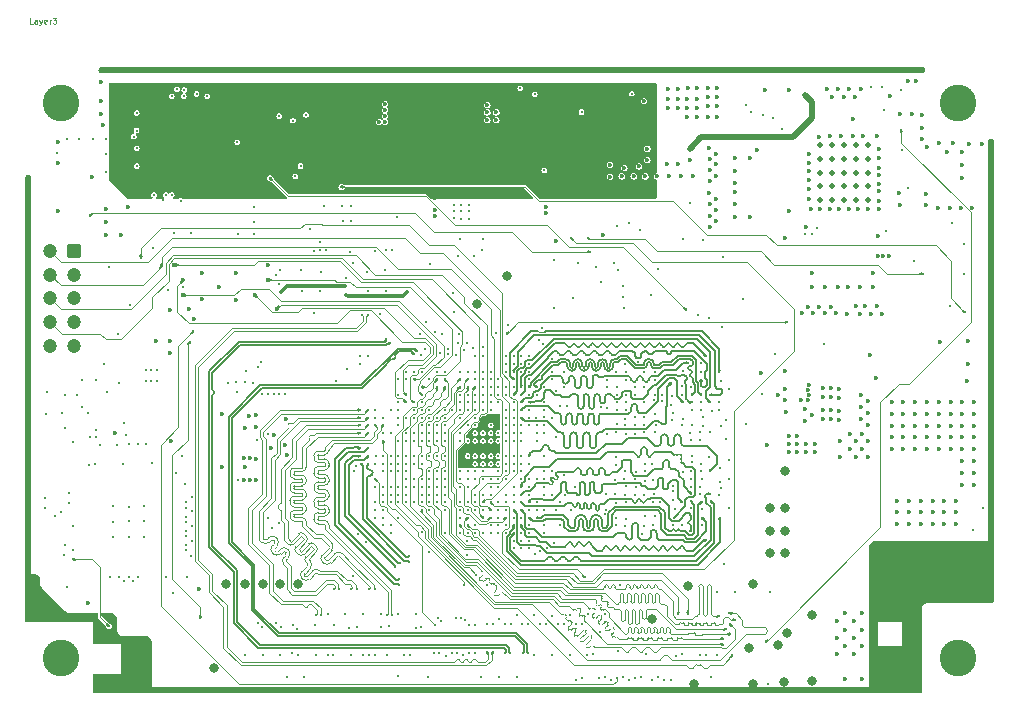
<source format=gbr>
%TF.GenerationSoftware,KiCad,Pcbnew,8.99.0-2767-g6be6680d8c*%
%TF.CreationDate,2024-10-27T19:28:17+01:00*%
%TF.ProjectId,SBC,5342432e-6b69-4636-9164-5f7063625858,rev?*%
%TF.SameCoordinates,Original*%
%TF.FileFunction,Copper,L3,Inr*%
%TF.FilePolarity,Positive*%
%FSLAX46Y46*%
G04 Gerber Fmt 4.6, Leading zero omitted, Abs format (unit mm)*
G04 Created by KiCad (PCBNEW 8.99.0-2767-g6be6680d8c) date 2024-10-27 19:28:17*
%MOMM*%
%LPD*%
G01*
G04 APERTURE LIST*
G04 Aperture macros list*
%AMRoundRect*
0 Rectangle with rounded corners*
0 $1 Rounding radius*
0 $2 $3 $4 $5 $6 $7 $8 $9 X,Y pos of 4 corners*
0 Add a 4 corners polygon primitive as box body*
4,1,4,$2,$3,$4,$5,$6,$7,$8,$9,$2,$3,0*
0 Add four circle primitives for the rounded corners*
1,1,$1+$1,$2,$3*
1,1,$1+$1,$4,$5*
1,1,$1+$1,$6,$7*
1,1,$1+$1,$8,$9*
0 Add four rect primitives between the rounded corners*
20,1,$1+$1,$2,$3,$4,$5,0*
20,1,$1+$1,$4,$5,$6,$7,0*
20,1,$1+$1,$6,$7,$8,$9,0*
20,1,$1+$1,$8,$9,$2,$3,0*%
G04 Aperture macros list end*
%ADD10C,0.100000*%
%TA.AperFunction,NonConductor*%
%ADD11C,0.100000*%
%TD*%
%TA.AperFunction,ComponentPad*%
%ADD12RoundRect,0.250000X-0.350000X0.350000X-0.350000X-0.350000X0.350000X-0.350000X0.350000X0.350000X0*%
%TD*%
%TA.AperFunction,ComponentPad*%
%ADD13C,1.200000*%
%TD*%
%TA.AperFunction,ComponentPad*%
%ADD14C,0.300000*%
%TD*%
%TA.AperFunction,ComponentPad*%
%ADD15C,3.100000*%
%TD*%
%TA.AperFunction,ComponentPad*%
%ADD16C,0.500000*%
%TD*%
%TA.AperFunction,ViaPad*%
%ADD17C,0.800000*%
%TD*%
%TA.AperFunction,ViaPad*%
%ADD18C,0.300000*%
%TD*%
%TA.AperFunction,ViaPad*%
%ADD19C,0.360000*%
%TD*%
%TA.AperFunction,Conductor*%
%ADD20C,0.110000*%
%TD*%
%TA.AperFunction,Conductor*%
%ADD21C,0.120000*%
%TD*%
%TA.AperFunction,Conductor*%
%ADD22C,0.140000*%
%TD*%
%TA.AperFunction,Conductor*%
%ADD23C,0.130000*%
%TD*%
%TA.AperFunction,Conductor*%
%ADD24C,0.350000*%
%TD*%
%TA.AperFunction,Conductor*%
%ADD25C,0.500000*%
%TD*%
G04 APERTURE END LIST*
D10*
D11*
X59200412Y-74851623D02*
X58962317Y-74851623D01*
X58962317Y-74851623D02*
X58962317Y-74351623D01*
X59581365Y-74851623D02*
X59581365Y-74589718D01*
X59581365Y-74589718D02*
X59557555Y-74542099D01*
X59557555Y-74542099D02*
X59509936Y-74518290D01*
X59509936Y-74518290D02*
X59414698Y-74518290D01*
X59414698Y-74518290D02*
X59367079Y-74542099D01*
X59581365Y-74827814D02*
X59533746Y-74851623D01*
X59533746Y-74851623D02*
X59414698Y-74851623D01*
X59414698Y-74851623D02*
X59367079Y-74827814D01*
X59367079Y-74827814D02*
X59343270Y-74780194D01*
X59343270Y-74780194D02*
X59343270Y-74732575D01*
X59343270Y-74732575D02*
X59367079Y-74684956D01*
X59367079Y-74684956D02*
X59414698Y-74661147D01*
X59414698Y-74661147D02*
X59533746Y-74661147D01*
X59533746Y-74661147D02*
X59581365Y-74637337D01*
X59771841Y-74518290D02*
X59890889Y-74851623D01*
X60009936Y-74518290D02*
X59890889Y-74851623D01*
X59890889Y-74851623D02*
X59843270Y-74970671D01*
X59843270Y-74970671D02*
X59819460Y-74994480D01*
X59819460Y-74994480D02*
X59771841Y-75018290D01*
X60390888Y-74827814D02*
X60343269Y-74851623D01*
X60343269Y-74851623D02*
X60248031Y-74851623D01*
X60248031Y-74851623D02*
X60200412Y-74827814D01*
X60200412Y-74827814D02*
X60176603Y-74780194D01*
X60176603Y-74780194D02*
X60176603Y-74589718D01*
X60176603Y-74589718D02*
X60200412Y-74542099D01*
X60200412Y-74542099D02*
X60248031Y-74518290D01*
X60248031Y-74518290D02*
X60343269Y-74518290D01*
X60343269Y-74518290D02*
X60390888Y-74542099D01*
X60390888Y-74542099D02*
X60414698Y-74589718D01*
X60414698Y-74589718D02*
X60414698Y-74637337D01*
X60414698Y-74637337D02*
X60176603Y-74684956D01*
X60628983Y-74851623D02*
X60628983Y-74518290D01*
X60628983Y-74613528D02*
X60652793Y-74565909D01*
X60652793Y-74565909D02*
X60676602Y-74542099D01*
X60676602Y-74542099D02*
X60724221Y-74518290D01*
X60724221Y-74518290D02*
X60771840Y-74518290D01*
X60890888Y-74351623D02*
X61200412Y-74351623D01*
X61200412Y-74351623D02*
X61033745Y-74542099D01*
X61033745Y-74542099D02*
X61105174Y-74542099D01*
X61105174Y-74542099D02*
X61152793Y-74565909D01*
X61152793Y-74565909D02*
X61176602Y-74589718D01*
X61176602Y-74589718D02*
X61200412Y-74637337D01*
X61200412Y-74637337D02*
X61200412Y-74756385D01*
X61200412Y-74756385D02*
X61176602Y-74804004D01*
X61176602Y-74804004D02*
X61152793Y-74827814D01*
X61152793Y-74827814D02*
X61105174Y-74851623D01*
X61105174Y-74851623D02*
X60962317Y-74851623D01*
X60962317Y-74851623D02*
X60914698Y-74827814D01*
X60914698Y-74827814D02*
X60890888Y-74804004D01*
D12*
%TO.N,Net-(J2-Pin_1)*%
%TO.C,J2*%
X62677481Y-94118014D03*
D13*
%TO.N,JTAG_TMS*%
X60677481Y-94118014D03*
%TO.N,GND*%
X62677481Y-96118014D03*
%TO.N,JTAG_TCK*%
X60677481Y-96118014D03*
%TO.N,GND*%
X62677481Y-98118014D03*
%TO.N,JTAG_TDO*%
X60677481Y-98118014D03*
%TO.N,Net-(J2-Pin_7)*%
X62677481Y-100118014D03*
%TO.N,JTAG_TDI*%
X60677481Y-100118014D03*
%TO.N,Net-(J2-Pin_9)*%
X62677481Y-102118014D03*
%TO.N,Net-(D9-K)*%
X60677481Y-102118014D03*
%TD*%
D14*
%TO.N,GND*%
%TO.C,U6*%
X68751281Y-105159014D03*
X69251281Y-105159014D03*
X69751281Y-105159014D03*
X68751281Y-104159014D03*
X69251281Y-104159014D03*
X69751281Y-104159014D03*
%TD*%
D15*
%TO.N,Net-(C290-Pad1)*%
%TO.C,H3*%
X61565481Y-81545014D03*
%TD*%
%TO.N,Net-(C288-Pad1)*%
%TO.C,H1*%
X137565481Y-81545014D03*
%TD*%
%TO.N,Net-(C289-Pad1)*%
%TO.C,H2*%
X61565481Y-128545014D03*
%TD*%
D16*
%TO.N,GND*%
%TO.C,U1*%
X125893462Y-85120028D03*
X125893462Y-86295028D03*
X125893462Y-87470028D03*
X125893462Y-88645028D03*
X125893462Y-89820028D03*
X126893462Y-85120028D03*
X126893462Y-86295028D03*
X126893462Y-87470028D03*
X126893462Y-88645028D03*
X126893462Y-89820028D03*
X127893462Y-85120028D03*
X127893462Y-86295028D03*
X127893462Y-87470028D03*
X127893462Y-88645028D03*
X127893462Y-89820028D03*
X128893462Y-85120028D03*
X128893462Y-86295028D03*
X128893462Y-87470028D03*
X128893462Y-88645028D03*
X128893462Y-89820028D03*
X129893462Y-85120028D03*
X129893462Y-86295028D03*
X129893462Y-87470028D03*
X129893462Y-88645028D03*
X129893462Y-89820028D03*
%TD*%
D15*
%TO.N,Net-(C291-Pad1)*%
%TO.C,H4*%
X137565481Y-128545014D03*
%TD*%
D17*
%TO.N,GND*%
X122880481Y-112736014D03*
D18*
X77977481Y-81218014D03*
X140318681Y-120409414D03*
X58693462Y-96720028D03*
X114895000Y-110101400D03*
D19*
X128885481Y-98766014D03*
X116543462Y-92057528D03*
D18*
X79125481Y-116746014D03*
D19*
X102650481Y-88857014D03*
X65120000Y-83430400D03*
D18*
X68620000Y-115692900D03*
D19*
X64970216Y-82503204D03*
D18*
X96020000Y-108880400D03*
X104693462Y-78720028D03*
D19*
X129893462Y-110220028D03*
D18*
X72685081Y-131376614D03*
X58683081Y-92902214D03*
X140343462Y-108370028D03*
D19*
X126443462Y-80370028D03*
D18*
X58693462Y-101720028D03*
X92770000Y-112780400D03*
D17*
X114665481Y-122457014D03*
D19*
X79090181Y-95269314D03*
D18*
X71693462Y-78720028D03*
X62120000Y-84630400D03*
X83611081Y-95876214D03*
X97165481Y-130179514D03*
X111776400Y-106730000D03*
X72300000Y-121712900D03*
X140343462Y-104370028D03*
D19*
X130193462Y-99420028D03*
D18*
X117435000Y-105148400D03*
X65377481Y-84618014D03*
D19*
X79832321Y-85458099D03*
X134818462Y-90225028D03*
D18*
X140318681Y-114409414D03*
X89520000Y-111480400D03*
X103495000Y-105955400D03*
X91470000Y-107580400D03*
X101220000Y-104980400D03*
D17*
X125165481Y-124900514D03*
D18*
X78600000Y-106225000D03*
D17*
X137365481Y-120520028D03*
D18*
X100570000Y-108880400D03*
X90043481Y-91196014D03*
X113420000Y-113980400D03*
D19*
X59515481Y-125070014D03*
X135870000Y-90470400D03*
D18*
X113420000Y-115230400D03*
X113670000Y-128430900D03*
X96020000Y-116030400D03*
D19*
X85728981Y-81410014D03*
D18*
X140318681Y-117409414D03*
X99270000Y-110180400D03*
X140318681Y-122409414D03*
X92120000Y-108230400D03*
X140343462Y-101415014D03*
X140320000Y-85230400D03*
X129693462Y-131370028D03*
X82677481Y-92212014D03*
X140320000Y-89430400D03*
X79600000Y-106225000D03*
X58693462Y-97720028D03*
X88693462Y-131370028D03*
X99270000Y-111480400D03*
X76777481Y-83218014D03*
X106165481Y-128346014D03*
X67320000Y-118292900D03*
X96020000Y-107580400D03*
D19*
X72202481Y-83873014D03*
X135890481Y-123770014D03*
X67249481Y-90392014D03*
D18*
X65227481Y-103668014D03*
D17*
X122880481Y-119721014D03*
D19*
X129243462Y-99420028D03*
D18*
X90693462Y-78720028D03*
D19*
X70932481Y-85143014D03*
X64715481Y-125720014D03*
D18*
X97320000Y-113430400D03*
X58683081Y-93902214D03*
X91693462Y-78720028D03*
X66020000Y-115692900D03*
X138843462Y-120720028D03*
X97320000Y-109530400D03*
X132749481Y-80475014D03*
X92871481Y-95198014D03*
X58693462Y-122720028D03*
X58693462Y-98720028D03*
X122693462Y-78720028D03*
D19*
X85565481Y-84830900D03*
D18*
X99465481Y-100345014D03*
X77977481Y-85218014D03*
X97320000Y-112130400D03*
X58693462Y-117720028D03*
X86693462Y-131370028D03*
D19*
X124855962Y-98820028D03*
X134436481Y-78782014D03*
D17*
X137365481Y-122395014D03*
D18*
X65720000Y-121730400D03*
X114133000Y-105529400D03*
X80693462Y-131370028D03*
X111920000Y-116530400D03*
X110196000Y-109593400D03*
X95365481Y-93095014D03*
X140320000Y-86230400D03*
X100165481Y-130179514D03*
D19*
X128343462Y-80370028D03*
D18*
X65444481Y-85905014D03*
X92120000Y-117930400D03*
X116693462Y-131370028D03*
D19*
X64715481Y-131245014D03*
D17*
X111665481Y-125233014D03*
D18*
X88220000Y-114080400D03*
D19*
X137160191Y-84971449D03*
D18*
X123693462Y-78720028D03*
X95693462Y-78720028D03*
D19*
X64986726Y-81372269D03*
D18*
X87693462Y-131370028D03*
X131693462Y-131370028D03*
X109149481Y-98001014D03*
X58693462Y-120720028D03*
X101220000Y-103680400D03*
D19*
X67790481Y-128545014D03*
D18*
X127693462Y-131370028D03*
X90820000Y-114080400D03*
X115784000Y-107561400D03*
X106191681Y-124832214D03*
X92770000Y-108230400D03*
D17*
X115165481Y-130745014D03*
D19*
X117043462Y-90607528D03*
X124878462Y-106733429D03*
D18*
X85565481Y-87860014D03*
D19*
X136825000Y-90470400D03*
D18*
X96020000Y-104330400D03*
X138843462Y-121720028D03*
X119693462Y-131370028D03*
X133840481Y-94970014D03*
X58683081Y-90902214D03*
X90170000Y-106930400D03*
X107665481Y-130146014D03*
D19*
X128893462Y-110220028D03*
D18*
X101930500Y-113435280D03*
D19*
X85982981Y-82807014D03*
D18*
X81985481Y-97501814D03*
X63153481Y-84666014D03*
X101870000Y-108880400D03*
X99270000Y-114730400D03*
X108545000Y-109466400D03*
D19*
X72227481Y-85168014D03*
D18*
X129621481Y-78747814D03*
D19*
X127393462Y-80370028D03*
D18*
X132693462Y-131370028D03*
X130693462Y-131370028D03*
X68620000Y-116992900D03*
X92762384Y-104976717D03*
X140343462Y-107370028D03*
X114903881Y-115866014D03*
X140343462Y-112370028D03*
X85693462Y-78720028D03*
X90163035Y-124848460D03*
D19*
X85677481Y-82118014D03*
D18*
X102520000Y-116030400D03*
X114937279Y-105665169D03*
X103143681Y-103230400D03*
D17*
X131365481Y-129395014D03*
D18*
X125621481Y-78747814D03*
X77944481Y-92635014D03*
X118693462Y-131370028D03*
D19*
X117043462Y-87757528D03*
D18*
X114693462Y-78720028D03*
X87165481Y-124846014D03*
X89122881Y-97501814D03*
X79693462Y-78720028D03*
D19*
X126255962Y-99320028D03*
D18*
X102720000Y-119230400D03*
X89520000Y-117330400D03*
X72577481Y-92618014D03*
D17*
X123093462Y-126470028D03*
D18*
X108672000Y-107561400D03*
D19*
X73472481Y-86540014D03*
D18*
X140343462Y-105370028D03*
X58693462Y-107720028D03*
X87420000Y-118780400D03*
X99920000Y-107580400D03*
X117693462Y-78720028D03*
D19*
X91697981Y-88268014D03*
D18*
X103693462Y-131370028D03*
X85846281Y-104131214D03*
X140343462Y-90370028D03*
X109693462Y-131370028D03*
X98665481Y-125230014D03*
D17*
X99358481Y-96223014D03*
D18*
X67320000Y-115792900D03*
X69412481Y-93895014D03*
X140320000Y-88630400D03*
X96670000Y-117330400D03*
D19*
X77100000Y-113525000D03*
X124878462Y-105896627D03*
D18*
X72693462Y-78720028D03*
X94070000Y-114730400D03*
X140318681Y-123409414D03*
D19*
X65690481Y-126695014D03*
X129893462Y-106820028D03*
D18*
X117165481Y-122946014D03*
D19*
X93221981Y-89030014D03*
D18*
X92120000Y-112130400D03*
X91470000Y-104330400D03*
X97320000Y-111480400D03*
X95370000Y-109530400D03*
X140343462Y-92370028D03*
X109327626Y-103711393D03*
D19*
X131818462Y-80965028D03*
D18*
X103165481Y-128290514D03*
D19*
X101253481Y-87841014D03*
X126893462Y-81070028D03*
D18*
X102076286Y-85275614D03*
X115670000Y-114080400D03*
D17*
X121610481Y-115911014D03*
D18*
X96693462Y-131370028D03*
X117611081Y-94613814D03*
X89693462Y-78720028D03*
D19*
X64715481Y-130270014D03*
D18*
X96020000Y-110180400D03*
D19*
X61313481Y-86699014D03*
X124893462Y-106320028D03*
D18*
X97320000Y-114730400D03*
X117420000Y-112480400D03*
X121665481Y-122946014D03*
D19*
X131205962Y-94570028D03*
D18*
X68693462Y-78720028D03*
D19*
X122927481Y-106768014D03*
D18*
X110255681Y-112792614D03*
D19*
X128655962Y-82920028D03*
D18*
X58693462Y-95720028D03*
X71177481Y-92618014D03*
X114265481Y-93065014D03*
X94865481Y-99295014D03*
X92693462Y-131370028D03*
X86770000Y-118080400D03*
X66020000Y-117092900D03*
D19*
X134847962Y-89325028D03*
D18*
X99920000Y-105630400D03*
X86693462Y-78720028D03*
X115770000Y-112130400D03*
D19*
X124243462Y-106720028D03*
D18*
X90170000Y-108880400D03*
X109470000Y-114030400D03*
X99270000Y-108880400D03*
X104915481Y-98096014D03*
D19*
X70932481Y-86413014D03*
D18*
X107805481Y-82745014D03*
D19*
X132622481Y-82507014D03*
X73527281Y-98187614D03*
D18*
X99270000Y-117980400D03*
X58693462Y-102720028D03*
X80277481Y-88212014D03*
D19*
X130693462Y-98770028D03*
D18*
X81883881Y-95749214D03*
D19*
X84339551Y-88405134D03*
D18*
X130138591Y-80221514D03*
D19*
X128793462Y-81070028D03*
X75251687Y-112374401D03*
X127893462Y-81070028D03*
D18*
X58693462Y-116720028D03*
X106714481Y-84784014D03*
X107783000Y-105021400D03*
X91665481Y-124846014D03*
X119315481Y-98195014D03*
D19*
X129393462Y-109620028D03*
D18*
X105030562Y-81272095D03*
X140343462Y-100415014D03*
X97970000Y-114080400D03*
D19*
X107476481Y-92774514D03*
X135971471Y-84971449D03*
D18*
X97970000Y-113430400D03*
X79100000Y-106225000D03*
X113371000Y-107815400D03*
X92665481Y-130141495D03*
X58693462Y-112720028D03*
D19*
X131143462Y-99420028D03*
D18*
X87570000Y-103030400D03*
D19*
X66377481Y-85418014D03*
D18*
X95370000Y-110180400D03*
X89693462Y-131370028D03*
D19*
X117043462Y-89707528D03*
D18*
X117370000Y-113630400D03*
X103320000Y-118830400D03*
X104693462Y-131370028D03*
X95693462Y-131370028D03*
D19*
X138720000Y-90470400D03*
D17*
X125165481Y-130516014D03*
D18*
X116546000Y-109466400D03*
D19*
X129693462Y-98770028D03*
X134265481Y-131245014D03*
D17*
X133365481Y-129395014D03*
D19*
X93221981Y-89665014D03*
X124355962Y-99370028D03*
D18*
X124693462Y-131370028D03*
X95265481Y-101145014D03*
D19*
X95472286Y-84285014D03*
D18*
X92025481Y-101145014D03*
X140318681Y-121409414D03*
X86165481Y-128346014D03*
X116673000Y-107688400D03*
X87665481Y-128335014D03*
X88870000Y-112780400D03*
X100570000Y-103680400D03*
X58693462Y-99720028D03*
D17*
X133365481Y-122395014D03*
D18*
X94070000Y-110180400D03*
X82477481Y-81818014D03*
X76693462Y-131370028D03*
X94165481Y-128369014D03*
D19*
X65003236Y-79779054D03*
D18*
X58683081Y-91902214D03*
D17*
X122880481Y-117816014D03*
D18*
X123693462Y-131370028D03*
X104665481Y-128346014D03*
D19*
X125755962Y-98820028D03*
D18*
X100175481Y-124965014D03*
D19*
X76402681Y-95936814D03*
X72202481Y-86413014D03*
D18*
X113693462Y-131370028D03*
X77165481Y-128346014D03*
D17*
X122783992Y-130606543D03*
D18*
X140343462Y-93370028D03*
X58835481Y-87841014D03*
D19*
X92436481Y-85855014D03*
X129893462Y-107820028D03*
D18*
X58693462Y-100720028D03*
X117693462Y-131370028D03*
X105693462Y-78720028D03*
X140343462Y-110370028D03*
D19*
X65882500Y-124890400D03*
X94903481Y-84666014D03*
D18*
X103155481Y-125016014D03*
X138843462Y-119720028D03*
X70685081Y-131376614D03*
X83693462Y-131370028D03*
X99270000Y-117330400D03*
X93693462Y-131370028D03*
X140343462Y-102370028D03*
X105376567Y-95098792D03*
D19*
X73599481Y-83873014D03*
D18*
X100570000Y-113430400D03*
X100693462Y-131370028D03*
X94693462Y-131370028D03*
X140265481Y-98545014D03*
X120693462Y-131370028D03*
X58693462Y-119720028D03*
X101220000Y-118630400D03*
D19*
X139611926Y-85053999D03*
X126755962Y-98820028D03*
D18*
X116665481Y-130146014D03*
X109590481Y-86045014D03*
D19*
X138505756Y-85020979D03*
D18*
X138843462Y-123720028D03*
D19*
X129893462Y-108820028D03*
D18*
X58693462Y-109720028D03*
X94070000Y-112780400D03*
D19*
X117043462Y-85857528D03*
D18*
X83693462Y-78720028D03*
X67458329Y-98660965D03*
X108672000Y-106291400D03*
D19*
X86315481Y-84331014D03*
X133615481Y-78782014D03*
D18*
X68620000Y-118292900D03*
X107665481Y-124845014D03*
D19*
X120565481Y-85577528D03*
D18*
X94693462Y-78720028D03*
X140343462Y-113370028D03*
X87693462Y-78720028D03*
X58693462Y-103720028D03*
D17*
X135365481Y-122395014D03*
D18*
X77977481Y-91618014D03*
D17*
X131365481Y-120520028D03*
D18*
X101665481Y-128290514D03*
D19*
X102650481Y-89365014D03*
X116543462Y-91107528D03*
X116493462Y-89207528D03*
D18*
X109265481Y-98918014D03*
X120693462Y-78720028D03*
D19*
X64715481Y-126695014D03*
D18*
X75693462Y-131370028D03*
D19*
X67315481Y-127345014D03*
X77546846Y-108071846D03*
D18*
X102520000Y-114730400D03*
X140318681Y-116409414D03*
D19*
X84323041Y-87629164D03*
D18*
X92490481Y-100151014D03*
X77693462Y-78720028D03*
X82693462Y-131370028D03*
X98693462Y-131370028D03*
X92120000Y-114730400D03*
X81693462Y-78720028D03*
X131621481Y-78747814D03*
D19*
X65003236Y-78887514D03*
X117043462Y-86757528D03*
D18*
X109645481Y-91727028D03*
X115784000Y-103624400D03*
X75693462Y-78720028D03*
X97693462Y-131370028D03*
X140318681Y-119409414D03*
X108693462Y-131370028D03*
D19*
X128185481Y-99416014D03*
D18*
X108693462Y-78720028D03*
X62640000Y-110292900D03*
D19*
X94903481Y-85555014D03*
D18*
X93420000Y-110180400D03*
X67320000Y-116992900D03*
X87573481Y-97502314D03*
X86920000Y-103680400D03*
X140343462Y-103370028D03*
D19*
X134315481Y-128495014D03*
X102650481Y-90889014D03*
D18*
X94070000Y-108230400D03*
D19*
X132505962Y-89220028D03*
D18*
X110693462Y-131370028D03*
X140343462Y-109370028D03*
X101693462Y-131370028D03*
X88250981Y-111492900D03*
D19*
X61313481Y-90699014D03*
D18*
X102693462Y-131370028D03*
D19*
X63415481Y-125070014D03*
X128893462Y-111570028D03*
D17*
X121610481Y-119721014D03*
D19*
X123255962Y-90720028D03*
X65427481Y-92768014D03*
D18*
X64320000Y-84630400D03*
X97320000Y-110180400D03*
D19*
X134265481Y-123770014D03*
X86565481Y-83188014D03*
X137780000Y-90470400D03*
X73552681Y-95936814D03*
X124893462Y-105470028D03*
X67315481Y-129945014D03*
D18*
X91470000Y-114080400D03*
X90820000Y-111480400D03*
D17*
X96808481Y-98623014D03*
D18*
X73693462Y-78720028D03*
D19*
X116543462Y-88207528D03*
D18*
X96565481Y-94495014D03*
X90170000Y-104980400D03*
X97970000Y-104330400D03*
X108626800Y-112216400D03*
D19*
X70932481Y-83873014D03*
D18*
X77977481Y-87218014D03*
X111855881Y-105020214D03*
X90170000Y-106280400D03*
X115055481Y-111486014D03*
X78693462Y-131370028D03*
D19*
X121193462Y-80497528D03*
X134465962Y-84630028D03*
X134465962Y-83680028D03*
X76402681Y-98236814D03*
D18*
X78665481Y-128346014D03*
D19*
X129893462Y-111570028D03*
D18*
X115870000Y-115917273D03*
X99693462Y-78720028D03*
X138065481Y-96045014D03*
D19*
X81252181Y-84789444D03*
D18*
X66693462Y-78720028D03*
D19*
X94456286Y-81821214D03*
D17*
X135365481Y-120520028D03*
D19*
X130755962Y-94570028D03*
D18*
X140343462Y-111370028D03*
D19*
X121365481Y-110570014D03*
D18*
X58693462Y-114720028D03*
D19*
X95472286Y-85809014D03*
D18*
X140265481Y-99445014D03*
X138843462Y-122720028D03*
X103693462Y-78720028D03*
X88665481Y-124846014D03*
D19*
X65427481Y-90568014D03*
D18*
X92770000Y-114730400D03*
X67693462Y-78720028D03*
D19*
X62440481Y-125070014D03*
D18*
X70693462Y-78720028D03*
X69693462Y-78720028D03*
X115693462Y-78720028D03*
X83165481Y-128346014D03*
X101220000Y-117330400D03*
X105693462Y-131370028D03*
X112693462Y-78720028D03*
D19*
X124643462Y-92050028D03*
D18*
X61970281Y-106264814D03*
X99270000Y-112130400D03*
X74693462Y-78720028D03*
X66020000Y-118292900D03*
X93420000Y-108230400D03*
D17*
X119855481Y-127755014D03*
X133365481Y-124395014D03*
X75590481Y-122345014D03*
D18*
X98693462Y-78720028D03*
D19*
X66417481Y-87018014D03*
D18*
X92770000Y-107580400D03*
D19*
X83794721Y-86869704D03*
D18*
X92120000Y-106930400D03*
X76619481Y-92635014D03*
D19*
X133290481Y-79713014D03*
D18*
X99270000Y-103030400D03*
X67685081Y-131376614D03*
X96670000Y-114730400D03*
D17*
X74523872Y-129442223D03*
D18*
X106693462Y-131370028D03*
X108620000Y-115430400D03*
X89046681Y-95698414D03*
D19*
X122865353Y-104250528D03*
D18*
X58693462Y-104720028D03*
D19*
X116543462Y-87257528D03*
D18*
X83560281Y-97501814D03*
X88870000Y-109530400D03*
X111847000Y-107942400D03*
X107620000Y-116380400D03*
X111565481Y-97845014D03*
X122693462Y-131370028D03*
X60420000Y-106018462D03*
D19*
X85601981Y-85601014D03*
D18*
X136865481Y-98745014D03*
X140343462Y-94370028D03*
X116693462Y-78720028D03*
X93420000Y-114730400D03*
X120955481Y-106235014D03*
X113693462Y-78720028D03*
D17*
X120165481Y-130745014D03*
D18*
X93420000Y-112780400D03*
X114693462Y-131370028D03*
X100570000Y-109530400D03*
X101220000Y-112130400D03*
X99693462Y-131370028D03*
D19*
X80567016Y-85474609D03*
D18*
X89520000Y-107580400D03*
D19*
X128393462Y-109620028D03*
X131705962Y-94570028D03*
D18*
X98665481Y-130195014D03*
D19*
X72400881Y-99000414D03*
D18*
X68685081Y-131376614D03*
D17*
X80165481Y-122345014D03*
D18*
X99270000Y-103680400D03*
D19*
X73242500Y-122730400D03*
X65690481Y-131245014D03*
D18*
X97970000Y-114730400D03*
X100693462Y-78720028D03*
X65377481Y-87418014D03*
X140343462Y-106370028D03*
X109165481Y-130146014D03*
X101693462Y-78720028D03*
X96020000Y-112780400D03*
X77977481Y-80018014D03*
X117434996Y-108958400D03*
X97970000Y-107580400D03*
X92120000Y-111480400D03*
D17*
X133365481Y-120520028D03*
D19*
X116493462Y-85357528D03*
D18*
X112165481Y-130146014D03*
X139643462Y-115870028D03*
X97970000Y-117330400D03*
D19*
X74952681Y-97174314D03*
X63920000Y-123952900D03*
X61375481Y-84920014D03*
D18*
X83539924Y-93381971D03*
X130621481Y-78747814D03*
D19*
X134493826Y-82618774D03*
D18*
X58693462Y-110720028D03*
D19*
X65427481Y-91618014D03*
D18*
X100570000Y-116680400D03*
X101220000Y-107580400D03*
X80588481Y-106214014D03*
X95370000Y-117980400D03*
D17*
X121610481Y-117816014D03*
D18*
X99920000Y-114080400D03*
X99270000Y-115380400D03*
D19*
X79620000Y-109730400D03*
D18*
X90693462Y-131370028D03*
X102693462Y-78720028D03*
D17*
X131365481Y-124395014D03*
D18*
X131138591Y-80221514D03*
X140320000Y-87830400D03*
D19*
X116543462Y-90157528D03*
D18*
X58693462Y-115720028D03*
D19*
X72831281Y-99838614D03*
D18*
X140343462Y-95370028D03*
D19*
X127593462Y-110220028D03*
D18*
X107693462Y-78720028D03*
D19*
X78100000Y-113525000D03*
D18*
X84665481Y-128346014D03*
X91693462Y-131370028D03*
D19*
X125305962Y-99320028D03*
D18*
X82693462Y-78720028D03*
X58683081Y-88902214D03*
X99920000Y-116680400D03*
D19*
X122880000Y-93030400D03*
D18*
X109693462Y-78720028D03*
X111693462Y-78720028D03*
D19*
X102650481Y-90381014D03*
D18*
X117308000Y-106926400D03*
X69685081Y-131376614D03*
D19*
X129293462Y-80370028D03*
D18*
X121693462Y-78720028D03*
X126621481Y-78747814D03*
X128621481Y-78747814D03*
D19*
X93221981Y-91189014D03*
D17*
X122295481Y-127475014D03*
D18*
X88693462Y-78720028D03*
X121693462Y-131370028D03*
X87497281Y-95901614D03*
X85665481Y-124846014D03*
X102520000Y-111480400D03*
X100570000Y-118630400D03*
X77693462Y-131370028D03*
X93693462Y-78720028D03*
X109149481Y-97051014D03*
X61248481Y-85809014D03*
X140318681Y-115409414D03*
X91470000Y-108230400D03*
D19*
X129293462Y-107320028D03*
D18*
X140320000Y-87030400D03*
X133693462Y-131370028D03*
D19*
X116543462Y-86307528D03*
D18*
X102515481Y-85445014D03*
X70245481Y-89835014D03*
X77977481Y-84418014D03*
X80693462Y-78720028D03*
X70657081Y-97374814D03*
X124621481Y-78747814D03*
X107693462Y-131370028D03*
X101665481Y-124946014D03*
D17*
X81665481Y-122345014D03*
D18*
X66450000Y-101120000D03*
X138843462Y-117720028D03*
D19*
X94837286Y-80932214D03*
D18*
X127621481Y-78747814D03*
X111693462Y-131370028D03*
D17*
X131365481Y-122395014D03*
D19*
X80700000Y-111425000D03*
D18*
X78693462Y-78720028D03*
X138065481Y-93545014D03*
X76693462Y-78720028D03*
X107275000Y-107307400D03*
X93477481Y-125143014D03*
X89520000Y-112780400D03*
D19*
X70885681Y-110201814D03*
X93221981Y-90681014D03*
D18*
X79693462Y-131370028D03*
X71685081Y-131376614D03*
X140265481Y-97545014D03*
X84693462Y-131370028D03*
D17*
X122880481Y-115911014D03*
D18*
X58693462Y-113720028D03*
X97693462Y-78720028D03*
X115693462Y-131370028D03*
X90170000Y-111480400D03*
D19*
X133638481Y-82507014D03*
D18*
X58693462Y-121720028D03*
D19*
X129293462Y-108320028D03*
D18*
X140318681Y-118409414D03*
X113303000Y-106374200D03*
X132621481Y-78747814D03*
X110204881Y-105655214D03*
X110665481Y-130146014D03*
D19*
X134365481Y-124545014D03*
D18*
X91470000Y-113430400D03*
X58683081Y-94902214D03*
X95052481Y-125168014D03*
X112693462Y-131370028D03*
X58683081Y-89902214D03*
X92120000Y-107580400D03*
D17*
X77165481Y-122345014D03*
D18*
X58693462Y-111720028D03*
X106693462Y-78720028D03*
X96693462Y-78720028D03*
X92120000Y-110180400D03*
X90165481Y-130125514D03*
D19*
X94837286Y-82583214D03*
D18*
X115657000Y-109466400D03*
D19*
X129293462Y-106320028D03*
D18*
X81665481Y-128346014D03*
X110196000Y-108196400D03*
X110693462Y-78720028D03*
X62945000Y-106308462D03*
D19*
X134019481Y-79713014D03*
D18*
X58693462Y-124720028D03*
D19*
X127205962Y-99320028D03*
D18*
X90170000Y-110180400D03*
D19*
X60490481Y-125070014D03*
D18*
X119693462Y-78720028D03*
X95665481Y-128345014D03*
X80080481Y-106214014D03*
D19*
X73599481Y-85143014D03*
D18*
X58693462Y-123720028D03*
X116420000Y-111530400D03*
D19*
X117043462Y-91607528D03*
D18*
X58693462Y-108720028D03*
X111720000Y-113480400D03*
D19*
X65690481Y-130270014D03*
D18*
X99270000Y-108230400D03*
X99270000Y-112780400D03*
X58693462Y-105720028D03*
D19*
X80650000Y-108375000D03*
D18*
X71062500Y-123040400D03*
X80165481Y-128346014D03*
X95370000Y-112780400D03*
D19*
X103539481Y-93241014D03*
D18*
X84693462Y-78720028D03*
X118693462Y-78720028D03*
X99270000Y-109530400D03*
X111770000Y-114680400D03*
X84165481Y-124846014D03*
D19*
X134893462Y-85277528D03*
D18*
X104665481Y-124919514D03*
D17*
X78665481Y-122345014D03*
D18*
X92693462Y-78720028D03*
X138843462Y-118720028D03*
X117534881Y-100582814D03*
X97320000Y-112780400D03*
X66685081Y-131376614D03*
X77977481Y-90418014D03*
X100570000Y-112130400D03*
X103377481Y-98918014D03*
D19*
X64262481Y-87829014D03*
X129393462Y-110870028D03*
D18*
X74685081Y-131376614D03*
X81693462Y-131370028D03*
X65470000Y-106018462D03*
D17*
X120165481Y-122345014D03*
D18*
X73685081Y-131376614D03*
D19*
X66677481Y-92768014D03*
X95472286Y-85047014D03*
D18*
X108470000Y-113480400D03*
X91470000Y-111480400D03*
X117320000Y-114780400D03*
D19*
X61465481Y-125070014D03*
D18*
X140265481Y-96445014D03*
X95370000Y-108230400D03*
D19*
X95411481Y-83015014D03*
D18*
X58693462Y-118720028D03*
X58693462Y-106720028D03*
X118665481Y-122946014D03*
X77977481Y-86218014D03*
X85693462Y-131370028D03*
D19*
X128393462Y-110870028D03*
D18*
X140343462Y-91370028D03*
%TO.N,GBE0_MDI3_N*%
X72185800Y-119455400D03*
%TO.N,GBE0_MDI3_P*%
X72186800Y-119005400D03*
%TO.N,/IO/LED0*%
X67320000Y-121730400D03*
%TO.N,/IO/LED1*%
X66920000Y-122030400D03*
%TO.N,GBE0_MDI2_N*%
X72186800Y-118255400D03*
%TO.N,GBE0_MDI2_P*%
X72186800Y-117805400D03*
%TO.N,/MPU/VDDA_0P9*%
X97970898Y-108878794D03*
%TO.N,GBE0_MDI1_N*%
X72186800Y-117055400D03*
%TO.N,GBE0_MDI1_P*%
X72186800Y-116605400D03*
%TO.N,GBE0_MDI0_N*%
X72186800Y-115855400D03*
%TO.N,GBE0_MDI0_P*%
X72186800Y-115405400D03*
D19*
%TO.N,/POWER/SIC4020A_VDD*%
X122328462Y-106270028D03*
D18*
X126165481Y-101945014D03*
%TO.N,3.3V_SW*%
X114865481Y-90045014D03*
D19*
X115420981Y-82803014D03*
X137393462Y-116245028D03*
X133918462Y-108895028D03*
X128693462Y-84407528D03*
X134918462Y-110895028D03*
X115420981Y-82003014D03*
X136918462Y-109895028D03*
X133918462Y-106895028D03*
X131918462Y-109895028D03*
X127493462Y-90557528D03*
X130843462Y-85470028D03*
X129493462Y-84407528D03*
X115420981Y-81203014D03*
X138918462Y-112895028D03*
X133393462Y-117245028D03*
X137918462Y-113895028D03*
X137918462Y-110895028D03*
X138918462Y-111895028D03*
X130843462Y-90557528D03*
X134393462Y-116245028D03*
X124893462Y-89670028D03*
X138918462Y-113895028D03*
X113820981Y-81203014D03*
X132918462Y-110895028D03*
X117156481Y-82775014D03*
X123193462Y-80497528D03*
X135918462Y-106895028D03*
X127638838Y-84403766D03*
X135918462Y-107895028D03*
X133918462Y-109895028D03*
X133393462Y-115245028D03*
X138918462Y-109895028D03*
X132393462Y-115245028D03*
X136918462Y-107895028D03*
X116356481Y-81075014D03*
X134918462Y-106895028D03*
X131918462Y-107895028D03*
X135393462Y-117245028D03*
X130843462Y-87057528D03*
X117156481Y-80275014D03*
X122893462Y-105770028D03*
X113820981Y-82003014D03*
X131918462Y-108895028D03*
X136918462Y-110895028D03*
X136393462Y-117245028D03*
X116356481Y-81875014D03*
X113020981Y-80403014D03*
X115467481Y-80275014D03*
X113020981Y-82003014D03*
X137918462Y-109895028D03*
X124893462Y-88070028D03*
D18*
X117765481Y-120645014D03*
D19*
X136918462Y-108895028D03*
X136393462Y-116245028D03*
X131918462Y-110895028D03*
X130843462Y-87670028D03*
X135393462Y-116245028D03*
X129893462Y-90557528D03*
X125793462Y-84420028D03*
X124893462Y-87357528D03*
D18*
X121915481Y-82820014D03*
D19*
X138918462Y-107895028D03*
X114620981Y-81203014D03*
X137918462Y-107895028D03*
X113020981Y-81203014D03*
X134393462Y-115245028D03*
X137918462Y-112895028D03*
X129093462Y-90557528D03*
X117156481Y-81075014D03*
X131918462Y-106895028D03*
X137393462Y-117245028D03*
X137918462Y-108895028D03*
X116356481Y-82775014D03*
D18*
X99270000Y-107580400D03*
D19*
X132393462Y-116245028D03*
X116356481Y-80275014D03*
X117156481Y-81875014D03*
X130840643Y-89870028D03*
X124893462Y-85870028D03*
X114620981Y-82803014D03*
X114705481Y-80275014D03*
D18*
X137065481Y-91745014D03*
D19*
X134918462Y-108895028D03*
X135393462Y-115245028D03*
X120833500Y-104463796D03*
X126693462Y-84407528D03*
D18*
X101703767Y-80847014D03*
D19*
X136393462Y-115245028D03*
X128293462Y-90557528D03*
X126693462Y-90553941D03*
X132918462Y-108895028D03*
X138918462Y-108895028D03*
X135918462Y-110895028D03*
X135918462Y-109895028D03*
X130840643Y-89070028D03*
X136918462Y-106895028D03*
X137393462Y-115245028D03*
X132393462Y-117245028D03*
D18*
X108715481Y-95745014D03*
D19*
X134918462Y-107895028D03*
X133918462Y-107895028D03*
X134393462Y-117245028D03*
X124893462Y-86670028D03*
X130643462Y-84407528D03*
X132918462Y-109895028D03*
D18*
X109915481Y-80795014D03*
D19*
X124893462Y-88870028D03*
X133918462Y-110895028D03*
X125893462Y-90557528D03*
X137918462Y-111895028D03*
X132918462Y-106895028D03*
X138918462Y-110895028D03*
X137918462Y-106895028D03*
X135918462Y-108895028D03*
X130843462Y-86270028D03*
X134918462Y-109895028D03*
X113820981Y-80403014D03*
X130840643Y-88470028D03*
X133393462Y-116245028D03*
X114620981Y-82003014D03*
X125093462Y-90557528D03*
X132918462Y-107895028D03*
X138918462Y-106895028D03*
D18*
%TO.N,VBAT*%
X132749481Y-83895014D03*
X121260000Y-127220000D03*
%TO.N,I2C1_SCL*%
X89520000Y-114730400D03*
X106665481Y-128268014D03*
%TO.N,I2C1_SDA*%
X89520000Y-114080400D03*
X107165481Y-130243014D03*
%TO.N,I2C2_SCL*%
X108665481Y-130243014D03*
X72790681Y-100918014D03*
X86027481Y-94168014D03*
X79777481Y-96168014D03*
X90820000Y-115380400D03*
%TO.N,I2C2_SDA*%
X72537481Y-101818014D03*
X80027481Y-96918014D03*
X108165481Y-130431014D03*
X73404983Y-125168014D03*
X85767481Y-96378014D03*
X90170000Y-115380400D03*
%TO.N,I2C3_SCL*%
X109665481Y-130431014D03*
X90820000Y-114730400D03*
%TO.N,I2C3_SDA*%
X110165481Y-130243014D03*
X90170000Y-114080400D03*
%TO.N,USB1_OC*%
X95450344Y-125143014D03*
X92770000Y-116030400D03*
%TO.N,USB1_PWR_EN*%
X96612550Y-125807945D03*
X93420000Y-115380400D03*
%TO.N,UART2_TXD*%
X88870000Y-115380400D03*
X87165481Y-128346014D03*
%TO.N,UART2_RXD*%
X86664800Y-125907800D03*
%TO.N,UART1_TXD*%
X83132981Y-125762514D03*
%TO.N,UART1_RXD*%
X88220000Y-115380400D03*
X84165481Y-128346014D03*
%TO.N,/IO/ENET_2.5V_A*%
X72649566Y-116134784D03*
X71320000Y-112942900D03*
X71845000Y-111492900D03*
X72670481Y-117415414D03*
X72562081Y-119930014D03*
%TO.N,USB2_RX_N*%
X81556777Y-126147177D03*
%TO.N,USB2_RX_P*%
X81203223Y-125793623D03*
%TO.N,USB2_TX_N*%
X80186777Y-125987177D03*
%TO.N,USB2_TX_P*%
X79833223Y-125633623D03*
%TO.N,USB2_DP*%
X78263223Y-125633623D03*
%TO.N,VDD_1V*%
X64002281Y-112233814D03*
X61690881Y-107865014D03*
X72070000Y-113830400D03*
X61952556Y-109139557D03*
X60344681Y-107890414D03*
%TO.N,UART3_RXD*%
X85938081Y-126009400D03*
%TO.N,UART3_TXD*%
X84718800Y-125780800D03*
%TO.N,UART4_RXD*%
X105165481Y-130431014D03*
X88220000Y-116030400D03*
%TO.N,NVCC_DRAM_1V1*%
X118120000Y-105830400D03*
X100570000Y-112780400D03*
X101220000Y-117980400D03*
X109320000Y-117430400D03*
D19*
X128193462Y-97157528D03*
D18*
X114207000Y-117353000D03*
X113445000Y-117302200D03*
X118120000Y-111830400D03*
D19*
X129243462Y-97157528D03*
D18*
X105087698Y-114076115D03*
X111974000Y-108831400D03*
X115784000Y-104386400D03*
X100570000Y-104330400D03*
X115657000Y-110101400D03*
X101870000Y-110180400D03*
X112487600Y-106831600D03*
X101220000Y-114080400D03*
X101870000Y-116030400D03*
X109434000Y-107561400D03*
X101220000Y-106280400D03*
X114133000Y-106291400D03*
X99920000Y-112130400D03*
X107745100Y-116001529D03*
X111720000Y-117330400D03*
X113370000Y-114430400D03*
X112338481Y-115383414D03*
X117920000Y-110030400D03*
X108630000Y-108791400D03*
X113548400Y-115979600D03*
X111847000Y-104386400D03*
X101220000Y-108880400D03*
X118120000Y-115830400D03*
X114260000Y-104259400D03*
X101870000Y-106280400D03*
X113323912Y-108404900D03*
X101220000Y-108230400D03*
X100570000Y-117980400D03*
X107783000Y-105656400D03*
X110789081Y-118101214D03*
X99920000Y-110180400D03*
X110303200Y-114096000D03*
X109434000Y-104386400D03*
X101220000Y-104330400D03*
X102459381Y-108190191D03*
X110477481Y-103488014D03*
X101220000Y-114730400D03*
X109434000Y-109593400D03*
X115680200Y-114660600D03*
D19*
X130343462Y-95957528D03*
X130343462Y-97157528D03*
D18*
X113244000Y-107180400D03*
X101220000Y-116030400D03*
X99920000Y-111480400D03*
X112482000Y-106291400D03*
D19*
X132648462Y-90220028D03*
D18*
X107783000Y-109593400D03*
X115870000Y-117288414D03*
X118155481Y-113415014D03*
X115784000Y-106926400D03*
X117920000Y-108430400D03*
X108566581Y-111573414D03*
%TO.N,DRAM_DQ21*%
X99920000Y-119280400D03*
X111717800Y-115371800D03*
%TO.N,DRAM_DQ19*%
X103495000Y-116030400D03*
X108525200Y-114705600D03*
%TO.N,DRAM_DQ25*%
X117356600Y-116692600D03*
X99920000Y-117330400D03*
%TO.N,DRAM_DQ24*%
X116188200Y-118572200D03*
X100570000Y-117330400D03*
%TO.N,DRAM_DQ26*%
X99920000Y-117980400D03*
X116594600Y-115270200D03*
%TO.N,DRAM_DQ28*%
X114969000Y-114660600D03*
X100570000Y-114730400D03*
%TO.N,DRAM_DQ27*%
X99920000Y-116030400D03*
X116543800Y-114660600D03*
%TO.N,DRAM_DQ30*%
X100570000Y-115380400D03*
X114912426Y-117855069D03*
%TO.N,DRAM_VREF*%
X133318800Y-88801600D03*
%TO.N,DRAM_DQ15*%
X113244000Y-105275400D03*
X100570000Y-108230400D03*
%TO.N,DRAM_DQ12*%
X100570000Y-107580400D03*
X114260000Y-106926400D03*
%TO.N,DRAM_DQ14*%
X114672000Y-103580400D03*
X100570000Y-106930400D03*
%TO.N,DRAM_DQ11*%
X116546000Y-106926400D03*
X99920000Y-106280400D03*
D19*
%TO.N,Net-(U13-VDDI)*%
X75211268Y-107875000D03*
D18*
%TO.N,DRAM_DQ9*%
X117339000Y-104342400D03*
X99920000Y-104980400D03*
%TO.N,DRAM_DQ10*%
X99920000Y-104330400D03*
X116546000Y-106291400D03*
%TO.N,DRAM_DQ4*%
X99920000Y-103680400D03*
X110958000Y-106926400D03*
%TO.N,DRAM_DQ6*%
X100570000Y-103030400D03*
X110958000Y-105656400D03*
%TO.N,DRAM_DQ22*%
X100570000Y-119280400D03*
X111032000Y-116540200D03*
%TO.N,DRAM_DQ23*%
X110963600Y-117429200D03*
X101220000Y-119280400D03*
%TO.N,DRAM_DQS3_P*%
X101220000Y-116680400D03*
X115832600Y-115371800D03*
%TO.N,DRAM_DM3*%
X100570000Y-116030400D03*
X115870000Y-116679472D03*
%TO.N,DRAMREF*%
X100570000Y-110180400D03*
%TO.N,DRAM_DQ13*%
X101220000Y-106930400D03*
X115022000Y-106926400D03*
%TO.N,DRAM_DM1*%
X100570000Y-106280400D03*
X115784000Y-105021400D03*
%TO.N,DRAM_DQS1_P*%
X101220000Y-105630400D03*
X115784000Y-106291400D03*
%TO.N,DRAM_DQ8*%
X100570000Y-105630400D03*
X116170000Y-103030400D03*
%TO.N,DRAM_DQ7*%
X110958000Y-104386400D03*
X101220000Y-103030400D03*
%TO.N,DRAM_DQS2_N*%
X101761000Y-119791400D03*
X110193800Y-114762200D03*
%TO.N,DRAM_DQS2_P*%
X102116600Y-119537400D03*
X109417100Y-115394300D03*
%TO.N,DRAM_DQS3_N*%
X114918200Y-115321000D03*
X101870000Y-116680400D03*
%TO.N,Net-(U15-VDD1.8_1)*%
X90926281Y-97578014D03*
X85746234Y-97799378D03*
%TO.N,DRAM_nCS0_B*%
X101220000Y-113430400D03*
X111065200Y-112775200D03*
%TO.N,DRAM_CKE0_A*%
X101870000Y-109530400D03*
X110958000Y-109466400D03*
%TO.N,DRAM_DQS1_N*%
X101870000Y-105630400D03*
X115022000Y-106291400D03*
%TO.N,DRAM_DQS0_P*%
X102398564Y-101979764D03*
X109434000Y-106291400D03*
%TO.N,DRAM_DQS0_N*%
X110196000Y-106291400D03*
X102087436Y-101668636D03*
%TO.N,DRAM_DQ16*%
X103820000Y-117330400D03*
X108626800Y-117347200D03*
%TO.N,DRAM_DM2*%
X102520000Y-117330400D03*
X109439600Y-116788400D03*
%TO.N,DRAM_DQ18*%
X104795000Y-116030400D03*
X109388800Y-114756400D03*
%TO.N,PMIC_SCL*%
X90170000Y-114730400D03*
X120020000Y-82330400D03*
%TO.N,DRAM_nCS1_B*%
X110220000Y-113455400D03*
X102449290Y-114080400D03*
%TO.N,DRAM_CKE0_B*%
X111014400Y-112165600D03*
X102520000Y-112780400D03*
%TO.N,DRAM_CA0_A*%
X102520000Y-108880400D03*
X109307000Y-108323400D03*
%TO.N,DRAM_CA2_A*%
X104470000Y-107255400D03*
X114260000Y-108323400D03*
%TO.N,DRAM_DQ3*%
X102520000Y-105630400D03*
X108672000Y-106926400D03*
%TO.N,DRAM_DM0*%
X109434000Y-105021400D03*
X103170000Y-104980400D03*
%TO.N,DRAM_DQ1*%
X108672000Y-105656400D03*
X103170000Y-104330400D03*
%TO.N,DRAM_DQ17*%
X108576000Y-116686800D03*
X102520000Y-117980400D03*
%TO.N,DRAM_CA1_A*%
X102520000Y-109530400D03*
X109338000Y-108863600D03*
%TO.N,DRAM_CKE1_A*%
X103495000Y-109855400D03*
X111921000Y-109428200D03*
%TO.N,DRAM_CA5_A*%
X102520000Y-107580400D03*
X115911000Y-108958400D03*
%TO.N,DRAM_DQ2*%
X109434000Y-106926400D03*
X104145000Y-105630400D03*
%TO.N,DRAM_DQ0*%
X108545000Y-104386400D03*
X104145000Y-104330400D03*
%TO.N,SPI1_MOSI*%
X91637481Y-126000614D03*
%TO.N,SPI2_SSO*%
X88671400Y-125949814D03*
%TO.N,UART4_TXD*%
X105665481Y-130243014D03*
X89520000Y-115380400D03*
%TO.N,Net-(U9A-MIPI_VDD1)*%
X89520000Y-109530400D03*
D19*
%TO.N,Net-(L6-Pad1)*%
X130090000Y-102880000D03*
X126793462Y-106470028D03*
X138430000Y-101700000D03*
X127493462Y-108420028D03*
X127493462Y-106520028D03*
X126793462Y-108370028D03*
X126093462Y-105720028D03*
X126793462Y-105720028D03*
X138310000Y-105140000D03*
X126093462Y-108370028D03*
X138350000Y-103720000D03*
X126093462Y-106470028D03*
X127493462Y-107620028D03*
X130580000Y-104870000D03*
X136010000Y-101780000D03*
X126093462Y-107570028D03*
X127493462Y-105770028D03*
X126793462Y-107570028D03*
D18*
%TO.N,SPI1_MISO*%
X92110200Y-125984000D03*
%TO.N,HDMI_TX3_P*%
X98165481Y-125685014D03*
%TO.N,Net-(U9M-USB1_TX_P)*%
X89911304Y-120894191D03*
X86920000Y-111479900D03*
%TO.N,PCIE2_RXN*%
X94710481Y-128108814D03*
%TO.N,SPI2_MISO*%
X89408000Y-125857000D03*
%TO.N,SPI2_SCLK*%
X88165481Y-128346014D03*
X88220000Y-116680400D03*
%TO.N,PCIE2_RXP*%
X95120481Y-128108814D03*
%TO.N,PCIE1_TXN*%
X89426658Y-101920391D03*
X99620481Y-128108814D03*
%TO.N,SPI1_SSO*%
X91165481Y-128346014D03*
X88870000Y-117330400D03*
%TO.N,Net-(U9B-ZQ_{slash}_ZQ_{slash}_ZQ)*%
X100570000Y-111480400D03*
%TO.N,PCIE1_TXP*%
X89073104Y-101566837D03*
X99210481Y-128108814D03*
%TO.N,HDMI_TX2_P*%
X99165481Y-125665014D03*
%TO.N,Net-(U9M-USB1_RESREF)*%
X86578131Y-112323939D03*
%TO.N,Net-(U9K-PCIE2_RESREF)*%
X86920000Y-103030400D03*
%TO.N,Net-(U9M-USB2_RESREF)*%
X86396521Y-112744944D03*
D19*
%TO.N,QSPIA_SCLK*%
X71952481Y-96587414D03*
D18*
X90820000Y-106930400D03*
%TO.N,Net-(U9J-HDMI_REXT)*%
X95970708Y-119859514D03*
%TO.N,NAND_DATA0*%
X90820000Y-106280400D03*
D19*
X77980181Y-97809314D03*
D18*
%TO.N,Net-(U9L-MIPI_DSI_REXT)*%
X88220000Y-108230400D03*
%TO.N,QSPIA_nSS0 *%
X91470000Y-106930400D03*
D19*
X79848162Y-98984314D03*
%TO.N,NAND_DATA2*%
X71952745Y-97865013D03*
D18*
X91470000Y-104980400D03*
%TO.N,PCIE1_RXP*%
X91720000Y-102540400D03*
X100710481Y-128108814D03*
D19*
%TO.N,NAND_DATA1*%
X79090181Y-96539314D03*
D18*
X92120000Y-106280400D03*
%TO.N,SPI1_SCLK*%
X88870000Y-116030400D03*
X90652481Y-128293014D03*
%TO.N,NAND_DATA3*%
X92120000Y-105630400D03*
D19*
X71200054Y-95283419D03*
D18*
%TO.N,SPI2_MOSI*%
X89165481Y-128359400D03*
X88870000Y-116680400D03*
%TO.N,SD2_nCD*%
X118165481Y-124775014D03*
X93420000Y-105630400D03*
%TO.N,SD2_CLK*%
X93420000Y-104980400D03*
X118435481Y-128325014D03*
D19*
%TO.N,SD1_CMD*%
X77565881Y-111675014D03*
D18*
X93420000Y-104330400D03*
%TO.N,SD1_CLK*%
X93695037Y-102708970D03*
D19*
X78100000Y-111725000D03*
D18*
%TO.N,SD2_WP*%
X118204481Y-125685014D03*
X94070000Y-105630400D03*
%TO.N,HDMI_REFCLK_N*%
X100665481Y-125685014D03*
%TO.N,HDMI_REFCLK_P*%
X101165481Y-125685014D03*
%TO.N,USB2_PWR_EN*%
X82165481Y-130212014D03*
X95817593Y-125377659D03*
X92770000Y-115380400D03*
%TO.N,SD2_CMD*%
X94070000Y-104980400D03*
X117665481Y-127435014D03*
%TO.N,SD1_D1*%
X94326250Y-102436650D03*
X77197492Y-105197161D03*
%TO.N,SD1_D0*%
X76520000Y-106030400D03*
X94395000Y-102855400D03*
%TO.N,ENET_MDIO*%
X94720000Y-107580400D03*
X61817881Y-119830400D03*
%TO.N,ENET_MDC*%
X61944881Y-119030400D03*
X95420000Y-106930400D03*
%TO.N,SD2_D1*%
X95370000Y-105630400D03*
X118265481Y-126546014D03*
%TO.N,HDMI_TX0_P*%
X102165481Y-125665014D03*
%TO.N,GPIO9*%
X94070000Y-116030400D03*
X111652481Y-130393014D03*
%TO.N,GPIO10*%
X111165481Y-128246014D03*
X94070000Y-115380400D03*
%TO.N,GPIO6*%
X95370000Y-116680400D03*
X113202481Y-130418014D03*
%TO.N,SD2_D0*%
X117665481Y-126946014D03*
X95370000Y-104980400D03*
%TO.N,SD1_D4*%
X76397481Y-105198014D03*
X95175984Y-101932397D03*
%TO.N,SD1_D2*%
X77835142Y-105285527D03*
X95045000Y-102894909D03*
%TO.N,ENET_TX_CTL*%
X95370000Y-107580400D03*
X64434081Y-112106814D03*
%TO.N,ENET_TD3*%
X95370000Y-106280400D03*
X61106681Y-116577214D03*
%TO.N,Net-(U9H-TEST_MODE)*%
X98620000Y-115380400D03*
%TO.N,GPIO8*%
X95370000Y-115380400D03*
X112677481Y-130418014D03*
%TO.N,GPIO3*%
X113865481Y-124846014D03*
X95370000Y-117330400D03*
X116165481Y-128346014D03*
%TO.N,SD2_D3*%
X96020000Y-105630400D03*
X118665481Y-125346014D03*
%TO.N,SD2_D2*%
X117865481Y-126146014D03*
X96020000Y-104980400D03*
%TO.N,SD1_D5*%
X77286481Y-104309014D03*
X95958100Y-101884987D03*
%TO.N,SD1_D3*%
X95695000Y-102525014D03*
X75762481Y-105295400D03*
%TO.N,ENET_TD2*%
X96020000Y-106930400D03*
X61563881Y-116221614D03*
%TO.N,ENET_TD0*%
X60265000Y-115030400D03*
X96020000Y-106280400D03*
%TO.N,HDMI_TX1_P*%
X104165481Y-125655014D03*
%TO.N,GPIO4*%
X114665481Y-124846014D03*
X96020000Y-116680400D03*
X117165481Y-128346014D03*
%TO.N,ENET_TD1*%
X60265000Y-115840614D03*
X96670000Y-106280400D03*
%TO.N,SD2_nRST*%
X117265481Y-125046014D03*
X96670000Y-105630400D03*
%TO.N,CLK1_P*%
X96670000Y-104980400D03*
%TO.N,SD1_nRST*%
X96670000Y-103030400D03*
X79120000Y-109630400D03*
%TO.N,SD1_D6*%
X78261481Y-103928014D03*
X96470000Y-102292900D03*
%TO.N,JTAG_TCK*%
X97320000Y-116680400D03*
X70127481Y-95418014D03*
%TO.N,ENET_TXC*%
X62282500Y-114630400D03*
X96670000Y-106930400D03*
%TO.N,ENET_RXC*%
X97320000Y-106280400D03*
X64916681Y-110506614D03*
%TO.N,GPIO5*%
X114185481Y-128266014D03*
X96020000Y-115380400D03*
%TO.N,ENET_RX_CTL*%
X66480000Y-105248814D03*
X97320000Y-105630400D03*
%TO.N,CLK2_P*%
X97320000Y-104980400D03*
%TO.N,CLK1_N*%
X96670000Y-104330400D03*
%TO.N,SD1_STROBE*%
X97320000Y-103008014D03*
X78220000Y-110130400D03*
%TO.N,SD1_D7*%
X78556481Y-103547014D03*
X97314135Y-102200971D03*
%TO.N,JTAG_TDO*%
X97970000Y-116680400D03*
%TO.N,JTAG_nTRS*%
X97320000Y-115380400D03*
X68377481Y-94668014D03*
%TO.N,ENET_RD0*%
X66339081Y-110506614D03*
X97320000Y-106930400D03*
%TO.N,ENET_RD2*%
X97970000Y-106280400D03*
X68091681Y-110481214D03*
%TO.N,ENET_RD1*%
X67380481Y-110481214D03*
X97970000Y-105630400D03*
%TO.N,CLK2_N*%
X97970000Y-104980400D03*
%TO.N,JTAG_TMS*%
X97970000Y-116030400D03*
%TO.N,BOOT_MODE1*%
X98620000Y-116030400D03*
X116493481Y-99744614D03*
%TO.N,Net-(U9H-JTAG_MOD)*%
X105937681Y-121730014D03*
X97970000Y-115380400D03*
%TO.N,ENET_RD3*%
X68802881Y-110481214D03*
X97970000Y-106930400D03*
%TO.N,PMIC_ON_REQ*%
X98466852Y-101043452D03*
X108645481Y-91996014D03*
X98620000Y-106930400D03*
%TO.N,PMIC_STBY_REQ*%
X105665481Y-82345014D03*
X106892738Y-95436014D03*
X98620000Y-105630400D03*
%TO.N,JTAG_TDI*%
X99270000Y-116680400D03*
%TO.N,BOOT_MODE0*%
X99270000Y-116030400D03*
X115528281Y-99490614D03*
%TO.N,POR_B*%
X106395481Y-94165514D03*
X64027481Y-91118014D03*
X98620000Y-106280400D03*
%TO.N,ONOFF*%
X99325981Y-101149379D03*
X123065481Y-100145014D03*
X99270000Y-105630400D03*
%TO.N,/MPU/RTC_nRST*%
X99270000Y-106280400D03*
X108376081Y-95088814D03*
%TO.N,DRAM_DQ20*%
X99920000Y-118630400D03*
X110988354Y-114729646D03*
%TO.N,DRAM_DQ5*%
X111847000Y-106291400D03*
X99920000Y-103030400D03*
%TO.N,DRAM_nRST*%
X101220000Y-111480400D03*
X116551600Y-112724400D03*
%TO.N,/POWER/PMIC_ON*%
X100491481Y-80339014D03*
X121045000Y-82555400D03*
%TO.N,Net-(U15-VDDA1.8)*%
X88167284Y-94114011D03*
X88614881Y-99411680D03*
%TO.N,Net-(U16-VDD1.8_1)*%
X80207481Y-97578014D03*
X85644381Y-97115731D03*
%TO.N,Net-(U16-VDDA1.8)*%
X83052281Y-94072814D03*
X83051646Y-99385646D03*
%TO.N,PMIC_SDA*%
X90820000Y-113430400D03*
X119552000Y-81780400D03*
%TO.N,PMIC_nINT*%
X122600000Y-83772400D03*
X119552000Y-108791400D03*
X95370000Y-116030400D03*
X107247881Y-126342948D03*
D19*
%TO.N,VIN*%
X125193462Y-107970028D03*
X128015481Y-127570028D03*
X129415481Y-130370028D03*
X129415481Y-124770028D03*
X123893462Y-111170028D03*
X125393462Y-110470028D03*
X128715481Y-125470028D03*
X127593462Y-111570028D03*
X127315481Y-128270028D03*
X123893462Y-110470028D03*
X128015481Y-124770028D03*
X125393462Y-111170028D03*
X123193462Y-109770028D03*
X129415481Y-126170028D03*
X128715481Y-126870028D03*
X129415481Y-127570028D03*
X127315481Y-126870028D03*
D18*
X122041445Y-102803214D03*
D19*
X128015481Y-126170028D03*
X123193462Y-111170028D03*
X124593462Y-108470028D03*
X123893462Y-109770028D03*
X124693462Y-111170028D03*
X128715481Y-128270028D03*
X124693462Y-110470028D03*
X124593462Y-107470028D03*
X123193462Y-110470028D03*
X122993462Y-107770028D03*
X128015481Y-130370028D03*
X127315481Y-125470028D03*
D18*
%TO.N,VDDA_1V8*%
X97320000Y-104330400D03*
X97320000Y-108230400D03*
X98620000Y-108230400D03*
X99270000Y-104330400D03*
X92770000Y-110180400D03*
X96670000Y-108230400D03*
X99920000Y-112780400D03*
X103365481Y-94845014D03*
X95370000Y-112130400D03*
X131479481Y-92404014D03*
%TO.N,DRAM_CA2_B*%
X114976800Y-112775200D03*
X101870000Y-115380400D03*
%TO.N,DRAM_nCS1_A*%
X110196000Y-108831400D03*
X101814500Y-108230400D03*
%TO.N,DRAM_CA5_B*%
X104268900Y-114762200D03*
X115789600Y-112724400D03*
%TO.N,DRAM_CA4_A*%
X115911000Y-108196400D03*
X102520000Y-106930400D03*
%TO.N,DRAM_CA4_B*%
X115840400Y-113435600D03*
X103820000Y-115380400D03*
%TO.N,DRAM_CA3_B*%
X114976800Y-113435600D03*
X103170000Y-114730400D03*
%TO.N,DRAM_CA0_B*%
X109305222Y-113380300D03*
X104145000Y-113105400D03*
%TO.N,DRAM_CA1_B*%
X102512548Y-113422947D03*
X109352013Y-112728400D03*
%TO.N,DRAM_CKE1_B*%
X103143681Y-112780400D03*
X111667000Y-112171400D03*
%TO.N,DRAM_nCS0_A*%
X110958000Y-108831400D03*
X103170000Y-108230400D03*
%TO.N,DRAM_CA3_A*%
X103820000Y-107255400D03*
X115022000Y-108831400D03*
%TO.N,VDD_PHY_0V9*%
X97970000Y-117980400D03*
X90820000Y-104980400D03*
X89520000Y-112130400D03*
X124613462Y-92645014D03*
X88870000Y-111480400D03*
X125563462Y-92195014D03*
X88870000Y-112130400D03*
X90820000Y-104330400D03*
X90170000Y-107580400D03*
X90170000Y-108230400D03*
X125163462Y-92645014D03*
X97320000Y-117980400D03*
X90820000Y-108230400D03*
X88220000Y-112130400D03*
%TO.N,VDD_PHY_1V8*%
X95989500Y-118660960D03*
X108793945Y-127970350D03*
X88220000Y-107580400D03*
D19*
X130755962Y-92810028D03*
D18*
X88870000Y-108230400D03*
%TO.N,VDD_PHY_3V3*%
X90820000Y-112130400D03*
X90820000Y-112780400D03*
X92120000Y-104330400D03*
X132840000Y-85580000D03*
X91470000Y-112130400D03*
X90170000Y-112130400D03*
X90170000Y-112780400D03*
%TO.N,VDD_ARM_0V9*%
X86109981Y-91570014D03*
X92770000Y-108880400D03*
X92120000Y-108880400D03*
X94070000Y-108880400D03*
X90820000Y-110180400D03*
X93420000Y-108880400D03*
X84865481Y-105095014D03*
X90820000Y-109530400D03*
X85474981Y-91570014D03*
X85347981Y-90300014D03*
X92770000Y-109530400D03*
X91470000Y-109530400D03*
X92120000Y-109530400D03*
X93420000Y-109530400D03*
X86109981Y-90300014D03*
X91470000Y-110180400D03*
X94070000Y-109530400D03*
D19*
%TO.N,VDD_GPU_0V9*%
X118693462Y-86207528D03*
X118693462Y-87307528D03*
X119893462Y-86207528D03*
D18*
X93289625Y-100939513D03*
X93420000Y-113430400D03*
X92770000Y-114080400D03*
X102515481Y-87295014D03*
X94070000Y-113430400D03*
X94070000Y-114080400D03*
X97365481Y-93095014D03*
X92120000Y-113430400D03*
D19*
X118693462Y-88357528D03*
D18*
X93420000Y-114080400D03*
X92770000Y-113430400D03*
X92120000Y-114080400D03*
%TO.N,VDD_SOC_0V9*%
X96115767Y-90745095D03*
X94765481Y-97695014D03*
X96020000Y-111480400D03*
X95193481Y-94495014D03*
X96107286Y-91380095D03*
X96670000Y-108880400D03*
X94837286Y-90203214D03*
X96670000Y-109530400D03*
X94070000Y-111480400D03*
X93867062Y-101144141D03*
X93420000Y-111480400D03*
X96670000Y-112130400D03*
X92770000Y-111480400D03*
X95472286Y-90237095D03*
X94845767Y-90745095D03*
X96670000Y-112780400D03*
X96107286Y-90203214D03*
X95472286Y-91380095D03*
X96670000Y-111480400D03*
X96670000Y-110180400D03*
X95480767Y-90745095D03*
X96670000Y-113430400D03*
X94837286Y-91346214D03*
%TO.N,NVCC_SD1_1V8*%
X94070000Y-104330400D03*
%TO.N,VDD_VPU_0V9*%
X110615481Y-92295014D03*
D19*
X118693462Y-90157528D03*
D18*
X96020000Y-114080400D03*
X95370000Y-113430400D03*
X96020000Y-113430400D03*
D19*
X118693462Y-91257528D03*
X118693462Y-89107528D03*
D18*
X95370000Y-114080400D03*
D19*
X119893462Y-91257528D03*
D18*
%TO.N,NVCC_SD2*%
X95370000Y-104330400D03*
%TO.N,VDD_SNVS_0V9*%
X81227481Y-83068014D03*
X82327481Y-82568014D03*
X131318462Y-82205028D03*
X96670000Y-107580400D03*
X80077481Y-82668014D03*
%TO.N,NVCC_ENET_2V5*%
X97652481Y-122393014D03*
D19*
X66165481Y-109545014D03*
D18*
X62307249Y-115455149D03*
X62620000Y-117430400D03*
X69281905Y-112092444D03*
X66520000Y-121730400D03*
X66821681Y-112157614D03*
X67135481Y-109656214D03*
X97320000Y-107580400D03*
X66895481Y-108705014D03*
%TO.N,VDD_DRAM_0V9*%
X99920000Y-106930400D03*
X99920000Y-108230400D03*
X98620000Y-112130400D03*
X97970000Y-110180400D03*
X98620000Y-111480400D03*
D19*
X137843462Y-86857528D03*
D18*
X98620000Y-109530400D03*
X99920000Y-114730400D03*
X97970000Y-109530400D03*
X98620000Y-114080400D03*
X99920000Y-109530400D03*
X97970000Y-111480400D03*
D19*
X136643462Y-85757528D03*
X137843462Y-85757528D03*
D18*
X99920000Y-115380400D03*
X99270000Y-113430400D03*
X99920000Y-108880400D03*
D19*
X137843462Y-87907528D03*
D18*
X98620000Y-112780400D03*
X97970000Y-112130400D03*
X98620000Y-110180400D03*
X98620000Y-113430400D03*
%TO.N,USB1_DP*%
X86920000Y-110830400D03*
X90215081Y-122415214D03*
%TO.N,USB1_DN*%
X90215081Y-121915214D03*
X87570000Y-110830400D03*
%TO.N,USB1_ID1*%
X86302481Y-121668014D03*
X79452481Y-117568014D03*
X96102481Y-125818014D03*
%TO.N,USB1_VBUS*%
X88870000Y-110180400D03*
X95681593Y-122409400D03*
%TO.N,HDMI_SDA*%
X96020000Y-117980400D03*
%TO.N,HDMI_SCL*%
X96670000Y-117980400D03*
D19*
%TO.N,VDD_1V8*%
X77083281Y-111649614D03*
D18*
X110958000Y-108196400D03*
D19*
X78100000Y-108025000D03*
D18*
X107783000Y-107434400D03*
X115022000Y-107561400D03*
D19*
X110943000Y-81428000D03*
D18*
X80180000Y-95740000D03*
X86277481Y-95168014D03*
D19*
X77200000Y-112375000D03*
X127343462Y-97157528D03*
X126293462Y-97157528D03*
D18*
X111050980Y-113556192D03*
X107763200Y-114705600D03*
X117435000Y-114165400D03*
D19*
X77600000Y-113525000D03*
D18*
X117308000Y-107561400D03*
X97276281Y-94022014D03*
X76600000Y-113525000D03*
X83890481Y-90313614D03*
D19*
X125193462Y-95957528D03*
X125193462Y-97157528D03*
D18*
X114960757Y-114095014D03*
%TO.N,DRAM_DQ29*%
X101220000Y-115380400D03*
X114156200Y-115371800D03*
%TO.N,/IO/VDD1A*%
X64053081Y-109846214D03*
X64535681Y-109287414D03*
X70520000Y-121730400D03*
X72670481Y-114951614D03*
X72670481Y-118634614D03*
X64561081Y-109820814D03*
%TO.N,GPIO0*%
X115665481Y-128346014D03*
%TO.N,Net-(U9M-USB1_TX_N)*%
X90264858Y-120540637D03*
X87620000Y-111479900D03*
D19*
%TO.N,3.3V_SW_DELAYED*%
X113070981Y-87803014D03*
X97697481Y-82380014D03*
D18*
X80035400Y-117144800D03*
X70477481Y-89368014D03*
X90170000Y-116680400D03*
D19*
X111070981Y-87803014D03*
X125143462Y-82882528D03*
D18*
X62122681Y-122597014D03*
X68011481Y-85418014D03*
D19*
X69620000Y-101730400D03*
X77200000Y-109125000D03*
D18*
X63349556Y-107361557D03*
X71952481Y-97146214D03*
D19*
X97697481Y-83015014D03*
D18*
X63857556Y-107869557D03*
X94070000Y-107580400D03*
D19*
X115070981Y-87803014D03*
D18*
X63341881Y-105045614D03*
D19*
X110070981Y-87803014D03*
X124603462Y-80935028D03*
D18*
X91470000Y-115380400D03*
X65650000Y-95450000D03*
D19*
X70820000Y-102730400D03*
X98459481Y-83015014D03*
D18*
X70977481Y-89368014D03*
X81877481Y-86918014D03*
X76527481Y-84918014D03*
D19*
X97697481Y-81745014D03*
D18*
X81433791Y-87802519D03*
X112106681Y-95629814D03*
X69477481Y-89368014D03*
D19*
X88522981Y-83188014D03*
X108073661Y-87810622D03*
X89030981Y-82680014D03*
X79414310Y-110810690D03*
X98459481Y-82380014D03*
X111240481Y-86420014D03*
X114815481Y-86420014D03*
X70815181Y-99079314D03*
X111240481Y-85445014D03*
X89030981Y-81664014D03*
X113840481Y-86745014D03*
D18*
X64535681Y-105020214D03*
X96670000Y-116030400D03*
D19*
X80537681Y-110557414D03*
X114815481Y-85445014D03*
X109070981Y-87803014D03*
X109290481Y-87070014D03*
D18*
X92120000Y-115380400D03*
X89520000Y-117980400D03*
X115945481Y-93216014D03*
X71725481Y-89845014D03*
D19*
X110524481Y-86952014D03*
X78100000Y-109025000D03*
X108073661Y-86810622D03*
X112070981Y-87803014D03*
X112865481Y-86745014D03*
X89030981Y-83188014D03*
D18*
X88870000Y-114730400D03*
D19*
X89030981Y-82172014D03*
D18*
X68014481Y-86918014D03*
D19*
X70820000Y-101730400D03*
D18*
X98620000Y-116680400D03*
D19*
X114070981Y-87803014D03*
D18*
X68011481Y-82418014D03*
X94070000Y-117974214D03*
%TO.N,ENET_INT*%
X62620000Y-120230400D03*
X92718250Y-119602245D03*
X65670000Y-125892900D03*
%TO.N,DSI_D3_N*%
X87690481Y-122756214D03*
X86920000Y-109530400D03*
%TO.N,DSI_D1_N*%
X86190481Y-122756214D03*
X86920000Y-108880400D03*
%TO.N,DSI_D0_N*%
X84690481Y-122756214D03*
X86920000Y-108230400D03*
%TO.N,DSI_D2_N*%
X83190481Y-124933814D03*
X86920000Y-107580400D03*
%TO.N,DSI_D3_P*%
X87570000Y-109530400D03*
X88140481Y-122756214D03*
%TO.N,DSI_D1_P*%
X86640481Y-122756214D03*
X87570000Y-108880400D03*
%TO.N,DSI_D0_P*%
X87570000Y-108230400D03*
X85140481Y-122756214D03*
%TO.N,DSI_D2_P*%
X87570000Y-107580400D03*
X83640481Y-124933814D03*
%TO.N,DSI_CLK_N*%
X89190481Y-124933814D03*
X88220000Y-108880400D03*
%TO.N,DSI_CLK_P*%
X88870000Y-108880400D03*
X89640481Y-124933814D03*
%TO.N,USB2_DN*%
X78616777Y-125987177D03*
%TO.N,USB2_ID1*%
X80705481Y-130196014D03*
X93302481Y-125818014D03*
X88220000Y-113430400D03*
%TO.N,/IO/VDDMDIO*%
X62620000Y-119430400D03*
%TO.N,DRAM_DQ31*%
X100570000Y-114080400D03*
X113511843Y-116680679D03*
%TO.N,/MPU/RTC_CLK*%
X107334681Y-96739814D03*
X98620000Y-104980400D03*
%TO.N,DRAM_CKB_P*%
X114239258Y-112810868D03*
%TO.N,DRAM_CKA_P*%
X114167281Y-108881014D03*
%TO.N,DRAM_CKB_N*%
X114992124Y-112012614D03*
%TO.N,DRAM_CKA_N*%
X114878481Y-109481400D03*
%TO.N,HDMI_AUX_P*%
X105165481Y-125655014D03*
%TO.N,HDMI_HDP*%
X98620000Y-117980400D03*
%TO.N,HDMI_CEC*%
X98620000Y-117330400D03*
%TO.N,HDMI_TX3_N*%
X97665481Y-125685014D03*
%TO.N,HDMI_TX2_N*%
X99665481Y-125665014D03*
%TO.N,HDMI_TX0_N*%
X102665481Y-125665014D03*
%TO.N,HDMI_TX1_N*%
X103665481Y-125655014D03*
%TO.N,HDMI_AUX_N*%
X105665481Y-125655014D03*
%TO.N,USB2_OC*%
X92120000Y-116030400D03*
X96727481Y-121518014D03*
X93802481Y-125468014D03*
%TO.N,USB2_VBUS*%
X88870000Y-114080400D03*
X81165481Y-128146014D03*
%TO.N,PCIE2_TXN*%
X93210481Y-128108814D03*
%TO.N,PCIE2_TXP*%
X93620481Y-128108814D03*
%TO.N,PCIE1_RXN*%
X91460000Y-102870900D03*
X101120481Y-128108814D03*
%TO.N,Net-(U17-REFCLK_SEL_0)*%
X68120000Y-121730400D03*
%TO.N,SYS_NRST*%
X134565481Y-96045014D03*
X106206481Y-93039014D03*
X121421081Y-130732614D03*
%TO.N,NWDOG*%
X104815481Y-93045014D03*
X96020000Y-117330400D03*
%TO.N,Net-(U17-REFCLK_SEL_1)*%
X67720000Y-122067900D03*
%TO.N,BOOT_SEL*%
X108956392Y-122397703D03*
%TO.N,PG_VIN*%
X138115481Y-99295014D03*
X85327481Y-88705014D03*
%TO.N,Net-(U9M-USB1_RX_P)*%
X91027881Y-120408614D03*
X87008589Y-112127052D03*
%TO.N,Net-(U9M-USB1_RX_N)*%
X91027881Y-119908614D03*
X87616097Y-112142900D03*
%TO.N,/IO/SIO1*%
X73977481Y-81018014D03*
%TO.N,/IO/SIO3*%
X71427481Y-80418014D03*
%TO.N,/IO/SCLK*%
X71977481Y-81018014D03*
%TO.N,/IO/SIO2*%
X72027481Y-80468014D03*
%TO.N,/IO/SIO0*%
X70977481Y-81018014D03*
%TO.N,ESP32_RX*%
X67990081Y-83912814D03*
%TO.N,ESP32_TX*%
X67761481Y-84420814D03*
%TO.N,/IO/RAM_CS*%
X73077481Y-80818014D03*
%TO.N,HOST_PCIE1_CLK_P*%
X98165481Y-128091014D03*
X87100481Y-99493762D03*
%TO.N,HOST_PCIE2_CLK_P*%
X96665481Y-128115144D03*
%TO.N,/IO/25MHZ_P1I*%
X89605481Y-94022014D03*
%TO.N,/IO/25MHZ_P1O*%
X89097481Y-94022014D03*
%TO.N,/IO/25MHZ_P2I*%
X84017481Y-94062514D03*
%TO.N,/IO/25MHZ_P2O*%
X83509481Y-94062514D03*
%TO.N,HOST_PCIE2_CLK_N*%
X96165481Y-128115144D03*
%TO.N,HOST_PCIE1_CLK_N*%
X97665481Y-128091014D03*
X87550481Y-99493762D03*
%TO.N,/MPU/pi_P*%
X92098711Y-102918403D03*
%TO.N,/MPU/pi_N*%
X92438969Y-102424724D03*
%TO.N,PCIE2_nCLKREQ*%
X97320000Y-116030400D03*
X79277481Y-87918014D03*
X114522881Y-99076614D03*
%TO.N,PCIE1_nCLKREQ*%
X96670000Y-115380400D03*
X102317178Y-100619308D03*
%TD*%
D20*
%TO.N,VBAT*%
X132749481Y-83895014D02*
X132749481Y-84959481D01*
X138627481Y-90837481D02*
X138627481Y-100093014D01*
X132749481Y-84959481D02*
X138627481Y-90837481D01*
X133352481Y-105368014D02*
X132527481Y-105368014D01*
X130965481Y-106930014D02*
X130965481Y-117514517D01*
X130965481Y-117514517D02*
X121260000Y-127220000D01*
X132527481Y-105368014D02*
X130965481Y-106930014D01*
X138627481Y-100093014D02*
X133352481Y-105368014D01*
D21*
%TO.N,I2C2_SCL*%
X70027481Y-124168014D02*
X76658481Y-130799014D01*
X72790681Y-100918014D02*
X71527481Y-102181214D01*
X71527481Y-102181214D02*
X71527481Y-109052014D01*
X108371481Y-130799014D02*
X108665481Y-130505014D01*
X70027481Y-110552014D02*
X70027481Y-124168014D01*
X71527481Y-109052014D02*
X70027481Y-110552014D01*
X76658481Y-130799014D02*
X108371481Y-130799014D01*
X108665481Y-130505014D02*
X108665481Y-130243014D01*
D20*
%TO.N,I2C2_SDA*%
X72327481Y-110118014D02*
X71025000Y-111420495D01*
X72327481Y-102028014D02*
X72327481Y-110118014D01*
X71025000Y-111420495D02*
X71025000Y-121865533D01*
X71025000Y-121865533D02*
X73404983Y-124245516D01*
X72537481Y-101818014D02*
X72327481Y-102028014D01*
X73404983Y-124245516D02*
X73404983Y-125168014D01*
D22*
%TO.N,DRAM_DQ25*%
X115499695Y-120705800D02*
X100514901Y-120705800D01*
X117418481Y-116754481D02*
X117418481Y-118787014D01*
X99920000Y-117330400D02*
X99920000Y-117541993D01*
X99322600Y-118366295D02*
X99322600Y-119513497D01*
X100514901Y-120705800D02*
X99322600Y-119513497D01*
X117418481Y-118787014D02*
X115499695Y-120705800D01*
X99580000Y-117881993D02*
X99580000Y-118108895D01*
X99920000Y-117541993D02*
X99580000Y-117881993D01*
X99580000Y-118108895D02*
X99322600Y-118366295D01*
X117356600Y-116692600D02*
X117418481Y-116754481D01*
%TO.N,DRAM_DQ24*%
X111965481Y-119292101D02*
X111965481Y-119260612D01*
X101788067Y-118320400D02*
X101076867Y-118320400D01*
X101076867Y-118320400D02*
X100880000Y-118123533D01*
X111565481Y-119260612D02*
X111565481Y-119292101D01*
X109565481Y-119292101D02*
X109565481Y-119260612D01*
X105265481Y-118914505D02*
X105265481Y-118946014D01*
X111165481Y-119292101D02*
X111165481Y-119260592D01*
X113965481Y-119260592D02*
X113965481Y-119292101D01*
X102638821Y-118710814D02*
X102178481Y-118710814D01*
X113165481Y-119260612D02*
X113165481Y-119292101D01*
X108765481Y-119292101D02*
X108765481Y-119260592D01*
X109965481Y-119260592D02*
X109965481Y-119292101D01*
X103074021Y-119146014D02*
X102638821Y-118710814D01*
X114365481Y-119292101D02*
X114365481Y-119260592D01*
X107565481Y-119260612D02*
X107565481Y-119292101D01*
X112765481Y-119292101D02*
X112765481Y-119260592D01*
X100570000Y-117483333D02*
X100570000Y-117330400D01*
X106465481Y-118946014D02*
X106465481Y-118914505D01*
X104265481Y-119146014D02*
X103074021Y-119146014D01*
X112365481Y-119260592D02*
X112365481Y-119292101D01*
X100880000Y-117793333D02*
X100570000Y-117483333D01*
X100880000Y-118123533D02*
X100880000Y-117793333D01*
X104465481Y-118914525D02*
X104465481Y-118946014D01*
X107965481Y-119292101D02*
X107965481Y-119260612D01*
X107011568Y-119492101D02*
X106665481Y-119146014D01*
X116008875Y-118572200D02*
X115088974Y-119492101D01*
X113565481Y-119292101D02*
X113565481Y-119260612D01*
X104865481Y-118946014D02*
X104865481Y-118914525D01*
X115088974Y-119492101D02*
X114565481Y-119492101D01*
X102178481Y-118710814D02*
X101788067Y-118320400D01*
X110365481Y-119292101D02*
X110365481Y-119260592D01*
X109165481Y-119260612D02*
X109165481Y-119292101D01*
X110765481Y-119260592D02*
X110765481Y-119292101D01*
X116188200Y-118572200D02*
X116008875Y-118572200D01*
X106065481Y-118914505D02*
X106065481Y-118946014D01*
X107365481Y-119492101D02*
X107011568Y-119492101D01*
X108365481Y-119260592D02*
X108365481Y-119292101D01*
X105665481Y-118946014D02*
X105665481Y-118914505D01*
X112565481Y-119060592D02*
G75*
G03*
X112365492Y-119260592I19J-200008D01*
G01*
X113965481Y-119292101D02*
G75*
G02*
X113765481Y-119492081I-199981J1D01*
G01*
X113365481Y-119060612D02*
G75*
G03*
X113165512Y-119260612I19J-199988D01*
G01*
X108565481Y-119060592D02*
G75*
G03*
X108365492Y-119260592I19J-200008D01*
G01*
X110165481Y-119060592D02*
G75*
G03*
X109965492Y-119260592I19J-200008D01*
G01*
X109765481Y-119492101D02*
G75*
G02*
X109565499Y-119292101I19J200001D01*
G01*
X105065481Y-119146014D02*
G75*
G02*
X104865486Y-118946014I19J200014D01*
G01*
X109165481Y-119292101D02*
G75*
G02*
X108965481Y-119492081I-199981J1D01*
G01*
X107765481Y-119060612D02*
G75*
G03*
X107565512Y-119260612I19J-199988D01*
G01*
X113565481Y-119260612D02*
G75*
G03*
X113365481Y-119060619I-199981J12D01*
G01*
X111565481Y-119292101D02*
G75*
G02*
X111365481Y-119492081I-199981J1D01*
G01*
X111365481Y-119492101D02*
G75*
G02*
X111165499Y-119292101I19J200001D01*
G01*
X104465481Y-118946014D02*
G75*
G02*
X104265481Y-119145981I-199981J14D01*
G01*
X105265481Y-118946014D02*
G75*
G02*
X105065481Y-119145981I-199981J14D01*
G01*
X111165481Y-119260592D02*
G75*
G03*
X110965481Y-119060619I-199981J-8D01*
G01*
X105665481Y-118914505D02*
G75*
G03*
X105465481Y-118714519I-199981J5D01*
G01*
X109965481Y-119292101D02*
G75*
G02*
X109765481Y-119492081I-199981J1D01*
G01*
X107565481Y-119292101D02*
G75*
G02*
X107365481Y-119492081I-199981J1D01*
G01*
X114565481Y-119492101D02*
G75*
G02*
X114365499Y-119292101I19J200001D01*
G01*
X112365481Y-119292101D02*
G75*
G02*
X112165481Y-119492081I-199981J1D01*
G01*
X106265481Y-118714505D02*
G75*
G03*
X106065505Y-118914505I19J-199995D01*
G01*
X111965481Y-119260612D02*
G75*
G03*
X111765481Y-119060619I-199981J12D01*
G01*
X110965481Y-119060592D02*
G75*
G03*
X110765492Y-119260592I19J-200008D01*
G01*
X107965481Y-119260612D02*
G75*
G03*
X107765481Y-119060619I-199981J12D01*
G01*
X108765481Y-119260592D02*
G75*
G03*
X108565481Y-119060619I-199981J-8D01*
G01*
X106465481Y-118914505D02*
G75*
G03*
X106265481Y-118714519I-199981J5D01*
G01*
X108965481Y-119492101D02*
G75*
G02*
X108765499Y-119292101I19J200001D01*
G01*
X112165481Y-119492101D02*
G75*
G02*
X111965499Y-119292101I19J200001D01*
G01*
X112965481Y-119492101D02*
G75*
G02*
X112765499Y-119292101I19J200001D01*
G01*
X110365481Y-119260592D02*
G75*
G03*
X110165481Y-119060619I-199981J-8D01*
G01*
X110765481Y-119292101D02*
G75*
G02*
X110565481Y-119492081I-199981J1D01*
G01*
X105465481Y-118714505D02*
G75*
G03*
X105265505Y-118914505I19J-199995D01*
G01*
X114165481Y-119060592D02*
G75*
G03*
X113965492Y-119260592I19J-200008D01*
G01*
X113765481Y-119492101D02*
G75*
G02*
X113565499Y-119292101I19J200001D01*
G01*
X104865481Y-118914525D02*
G75*
G03*
X104665481Y-118714519I-199981J25D01*
G01*
X106065481Y-118946014D02*
G75*
G02*
X105865481Y-119145981I-199981J14D01*
G01*
X114365481Y-119260592D02*
G75*
G03*
X114165481Y-119060619I-199981J-8D01*
G01*
X111765481Y-119060612D02*
G75*
G03*
X111565512Y-119260612I19J-199988D01*
G01*
X109365481Y-119060612D02*
G75*
G03*
X109165512Y-119260612I19J-199988D01*
G01*
X112765481Y-119260592D02*
G75*
G03*
X112565481Y-119060619I-199981J-8D01*
G01*
X106665481Y-119146014D02*
G75*
G02*
X106465486Y-118946014I19J200014D01*
G01*
X110565481Y-119492101D02*
G75*
G02*
X110365499Y-119292101I19J200001D01*
G01*
X113165481Y-119292101D02*
G75*
G02*
X112965481Y-119492081I-199981J1D01*
G01*
X108165481Y-119492101D02*
G75*
G02*
X107965499Y-119292101I19J200001D01*
G01*
X105865481Y-119146014D02*
G75*
G02*
X105665486Y-118946014I19J200014D01*
G01*
X108365481Y-119292101D02*
G75*
G02*
X108165481Y-119492081I-199981J1D01*
G01*
X109565481Y-119260612D02*
G75*
G03*
X109365481Y-119060619I-199981J12D01*
G01*
X104665481Y-118714525D02*
G75*
G03*
X104465525Y-118914525I19J-199975D01*
G01*
%TO.N,DRAM_DQ26*%
X105460902Y-120173549D02*
X105460902Y-120173548D01*
X116594600Y-115270200D02*
X116899400Y-115575000D01*
X115371872Y-120353696D02*
X105641049Y-120353696D01*
X100554889Y-120353696D02*
X99610000Y-119408807D01*
X116899400Y-115575000D02*
X116899400Y-118826168D01*
X99920000Y-118094165D02*
X99920000Y-117980400D01*
X103260902Y-120173549D02*
X103260902Y-120173548D01*
X102530755Y-120353696D02*
X100554889Y-120353696D01*
X99610000Y-119408807D02*
X99610000Y-118404165D01*
X104910902Y-120173548D02*
X104910902Y-120173549D01*
X104180755Y-119993401D02*
X103991049Y-119993401D01*
X103080755Y-119993401D02*
X102891049Y-119993401D01*
X104730755Y-120353696D02*
X104541049Y-120353696D01*
X103810902Y-120173548D02*
X103810902Y-120173549D01*
X104360902Y-120173549D02*
X104360902Y-120173548D01*
X116899400Y-118826168D02*
X115371872Y-120353696D01*
X105280755Y-119993401D02*
X105091049Y-119993401D01*
X103630755Y-120353696D02*
X103441049Y-120353696D01*
X99610000Y-118404165D02*
X99920000Y-118094165D01*
X102710902Y-120173548D02*
X102710902Y-120173549D01*
X103991049Y-119993401D02*
G75*
G03*
X103810901Y-120173548I-49J-180099D01*
G01*
X104910902Y-120173549D02*
G75*
G02*
X104730755Y-120353602I-180102J49D01*
G01*
X104541049Y-120353696D02*
G75*
G02*
X104360804Y-120173549I-49J180196D01*
G01*
X103260902Y-120173548D02*
G75*
G03*
X103080755Y-119993398I-180102J48D01*
G01*
X104360902Y-120173548D02*
G75*
G03*
X104180755Y-119993398I-180102J48D01*
G01*
X105460902Y-120173548D02*
G75*
G03*
X105280755Y-119993398I-180102J48D01*
G01*
X102891049Y-119993401D02*
G75*
G03*
X102710901Y-120173548I-49J-180099D01*
G01*
X102710902Y-120173549D02*
G75*
G02*
X102530755Y-120353602I-180102J49D01*
G01*
X105091049Y-119993401D02*
G75*
G03*
X104910901Y-120173548I-49J-180099D01*
G01*
X105641049Y-120353696D02*
G75*
G02*
X105460804Y-120173549I-49J180196D01*
G01*
X103810902Y-120173549D02*
G75*
G02*
X103630755Y-120353602I-180102J49D01*
G01*
X103441049Y-120353696D02*
G75*
G02*
X103260804Y-120173549I-49J180196D01*
G01*
%TO.N,DRAM_DQ28*%
X107624481Y-112960400D02*
X107624481Y-112810400D01*
X113913281Y-112848680D02*
X113595600Y-112531000D01*
X110097360Y-113124954D02*
X109823881Y-112851475D01*
X106974481Y-113110400D02*
X106774481Y-113110400D01*
X107974481Y-113110400D02*
X107774481Y-113110400D01*
X105624481Y-112960400D02*
X105624481Y-112810400D01*
X105974481Y-113110400D02*
X105774481Y-113110400D01*
X102652608Y-113736202D02*
X102652607Y-113736201D01*
X114969000Y-114660600D02*
X114332647Y-114024248D01*
X113082417Y-112387000D02*
X113082417Y-111975000D01*
X103006161Y-113877623D02*
X102864740Y-113736202D01*
X104489881Y-112810400D02*
X104474881Y-112795400D01*
X113913281Y-113122814D02*
X113913281Y-112848680D01*
X103076872Y-113524069D02*
X103076871Y-113524069D01*
X107124481Y-112660400D02*
X107124481Y-112810400D01*
X101320593Y-114418214D02*
X100882186Y-114418214D01*
X107124481Y-112810400D02*
X107124481Y-112960400D01*
X106124481Y-112810400D02*
X106124481Y-112960400D01*
X112458417Y-112531000D02*
X112266417Y-112531000D01*
X109110206Y-112359000D02*
X108658806Y-112810400D01*
X102618407Y-113770400D02*
X102603069Y-113770400D01*
X112602417Y-111975000D02*
X112602417Y-112387000D01*
X103501137Y-113099803D02*
X103642559Y-113241225D01*
X106624481Y-112810400D02*
X106624481Y-112660400D01*
X105624481Y-112810400D02*
X105624481Y-112660400D01*
X104774481Y-112810400D02*
X104489881Y-112810400D01*
X113595600Y-112531000D02*
X113226417Y-112531000D01*
X112938417Y-111831000D02*
X112746417Y-111831000D01*
X112266417Y-112531000D02*
X112168005Y-112531000D01*
X111218741Y-113124954D02*
X110097360Y-113124954D01*
X109777834Y-111806767D02*
X109193634Y-111806767D01*
X103430427Y-113453357D02*
X103289006Y-113311936D01*
X109823881Y-111852814D02*
X109777834Y-111806767D01*
X109823881Y-112851475D02*
X109823881Y-111852814D01*
X108658806Y-112810400D02*
X108274481Y-112810400D01*
X106474481Y-112510400D02*
X106274481Y-112510400D01*
X114332647Y-114024248D02*
X114332647Y-113542180D01*
X103076874Y-113311936D02*
X103076873Y-113311935D01*
X102652607Y-113736201D02*
X102618407Y-113770400D01*
X103501138Y-113099803D02*
X103501137Y-113099803D01*
X114332647Y-113542180D02*
X113913281Y-113122814D01*
X101810295Y-113770400D02*
X101695881Y-113884814D01*
X105474481Y-112510400D02*
X105274481Y-112510400D01*
X103076871Y-113524069D02*
X103218293Y-113665491D01*
X106124481Y-112660400D02*
X106124481Y-112810400D01*
X103593407Y-112795400D02*
X103501138Y-112887669D01*
X111812695Y-112531000D02*
X111218741Y-113124954D01*
X101695881Y-113884814D02*
X101695881Y-114042926D01*
X109193634Y-111806767D02*
X109110206Y-111890195D01*
X109110206Y-111890195D02*
X109110206Y-112359000D01*
X107624481Y-112810400D02*
X107624481Y-112660400D01*
X101695881Y-114042926D02*
X101320593Y-114418214D01*
X103076873Y-113311935D02*
X103076872Y-113311935D01*
X106624481Y-112960400D02*
X106624481Y-112810400D01*
X104974481Y-112810400D02*
X104774481Y-112810400D01*
X100882186Y-114418214D02*
X100570000Y-114730400D01*
X112168005Y-112531000D02*
X111812695Y-112531000D01*
X104474881Y-112795400D02*
X103593407Y-112795400D01*
X102603069Y-113770400D02*
X101810295Y-113770400D01*
X107474481Y-112510400D02*
X107274481Y-112510400D01*
X113226417Y-112531000D02*
G75*
G02*
X113082400Y-112387000I-17J144000D01*
G01*
X103218293Y-113877623D02*
G75*
G02*
X103006161Y-113877623I-106066J106066D01*
G01*
X106274481Y-112510400D02*
G75*
G03*
X106124500Y-112660400I19J-150000D01*
G01*
X108124481Y-112960400D02*
G75*
G02*
X107974481Y-113110381I-149981J0D01*
G01*
X108274481Y-112810400D02*
G75*
G03*
X108124500Y-112960400I19J-150000D01*
G01*
X103642559Y-113453357D02*
G75*
G02*
X103430427Y-113453357I-106066J106066D01*
G01*
X103501138Y-112887669D02*
G75*
G03*
X103501174Y-113099767I106062J-106031D01*
G01*
X105774481Y-113110400D02*
G75*
G02*
X105624500Y-112960400I19J150000D01*
G01*
X113082417Y-111975000D02*
G75*
G03*
X112938417Y-111830983I-144017J0D01*
G01*
X103218293Y-113665491D02*
G75*
G02*
X103218336Y-113877666I-106093J-106109D01*
G01*
X107124481Y-112960400D02*
G75*
G02*
X106974481Y-113110381I-149981J0D01*
G01*
X107774481Y-113110400D02*
G75*
G02*
X107624500Y-112960400I19J150000D01*
G01*
X105124481Y-112660400D02*
G75*
G02*
X104974481Y-112810381I-149981J0D01*
G01*
X106124481Y-112960400D02*
G75*
G02*
X105974481Y-113110381I-149981J0D01*
G01*
X112602417Y-112387000D02*
G75*
G02*
X112458417Y-112531017I-144017J0D01*
G01*
X105274481Y-112510400D02*
G75*
G03*
X105124500Y-112660400I19J-150000D01*
G01*
X102864740Y-113736202D02*
G75*
G03*
X102652608Y-113736202I-106066J-106066D01*
G01*
X107624481Y-112660400D02*
G75*
G03*
X107474481Y-112510419I-149981J0D01*
G01*
X106774481Y-113110400D02*
G75*
G02*
X106624500Y-112960400I19J150000D01*
G01*
X107274481Y-112510400D02*
G75*
G03*
X107124500Y-112660400I19J-150000D01*
G01*
X103289006Y-113311936D02*
G75*
G03*
X103076874Y-113311936I-106066J-106066D01*
G01*
X103076872Y-113311935D02*
G75*
G03*
X103076874Y-113524067I106028J-106065D01*
G01*
X105624481Y-112660400D02*
G75*
G03*
X105474481Y-112510419I-149981J0D01*
G01*
X112746417Y-111831000D02*
G75*
G03*
X112602400Y-111975000I-17J-144000D01*
G01*
X106624481Y-112660400D02*
G75*
G03*
X106474481Y-112510419I-149981J0D01*
G01*
X103642559Y-113241225D02*
G75*
G02*
X103642568Y-113453366I-106059J-106075D01*
G01*
%TO.N,DRAM_DQ27*%
X102751527Y-119700334D02*
X102143007Y-119091814D01*
X116220000Y-115454400D02*
X116594600Y-115829000D01*
X100230000Y-116340400D02*
X99920000Y-116030400D01*
X106297420Y-119700334D02*
X102806577Y-119700334D01*
X116220000Y-115030400D02*
X116220000Y-115454400D01*
X100471593Y-118970400D02*
X100230000Y-118728807D01*
X102143007Y-119091814D02*
X101873681Y-119091814D01*
X116258061Y-114660600D02*
X116119447Y-114799214D01*
X116119447Y-114929848D02*
X116220000Y-115030400D01*
X101752267Y-118970400D02*
X101378512Y-118970400D01*
X116594600Y-118604207D02*
X115226238Y-119972569D01*
X101378512Y-118970400D02*
X100471593Y-118970400D01*
X106569655Y-119972569D02*
X106297420Y-119700334D01*
X115226238Y-119972569D02*
X106569655Y-119972569D01*
X116119447Y-114799214D02*
X116119447Y-114929848D01*
X102806577Y-119700334D02*
X102751527Y-119700334D01*
X101873681Y-119091814D02*
X101752267Y-118970400D01*
X100230000Y-118728807D02*
X100230000Y-116340400D01*
X116543800Y-114660600D02*
X116258061Y-114660600D01*
X116594600Y-115829000D02*
X116594600Y-118604207D01*
%TO.N,DRAM_DQ30*%
X106702668Y-115510414D02*
X106699681Y-115510414D01*
X106148081Y-115858814D02*
X106148081Y-115558814D01*
X114669000Y-117089429D02*
X114669000Y-117109429D01*
X105848081Y-115558814D02*
X105848081Y-115858814D01*
X114969000Y-117733681D02*
X114878481Y-117824200D01*
X113879295Y-116992200D02*
X114548281Y-116323214D01*
X109591008Y-115078614D02*
X107995081Y-115078614D01*
X104439081Y-115408814D02*
X104157495Y-115690400D01*
X114969000Y-117409429D02*
X114969000Y-117429429D01*
X100880000Y-115690400D02*
X100570000Y-115380400D01*
X114548281Y-116323214D02*
X114776881Y-116323214D01*
X113354481Y-116992200D02*
X113879295Y-116992200D01*
X111243871Y-115078614D02*
X111449481Y-115078614D01*
X114969000Y-117429429D02*
X114969000Y-117559476D01*
X110053871Y-115308614D02*
X110053871Y-115248614D01*
X107563281Y-115510414D02*
X107302668Y-115510414D01*
X109883871Y-115078614D02*
X109591008Y-115078614D01*
X114969000Y-116515333D02*
X114969000Y-116789429D01*
X111449481Y-115078614D02*
X111488449Y-115039646D01*
X106448081Y-115558814D02*
X106448081Y-115858814D01*
X104948081Y-115658814D02*
X104948081Y-115558814D01*
X107152668Y-115660414D02*
X107152668Y-115960414D01*
X105248081Y-115558814D02*
X105248081Y-115658814D01*
X111073871Y-115248614D02*
X111073871Y-115308614D01*
X106699681Y-115510414D02*
X106598081Y-115408814D01*
X114969000Y-117559476D02*
X114969000Y-117733681D01*
X112433120Y-115039646D02*
X113100481Y-115707007D01*
X110733871Y-115308614D02*
X110733871Y-115248614D01*
X106852668Y-115960414D02*
X106852668Y-115660414D01*
X105548081Y-115858814D02*
X105548081Y-115558814D01*
X113100481Y-115707007D02*
X113100481Y-116738200D01*
X110393871Y-115248614D02*
X110393871Y-115308614D01*
X114776881Y-116323214D02*
X114969000Y-116515333D01*
X113100481Y-116738200D02*
X113354481Y-116992200D01*
X104693081Y-115408814D02*
X104439081Y-115408814D01*
X107995081Y-115078614D02*
X107563281Y-115510414D01*
X104157495Y-115690400D02*
X100880000Y-115690400D01*
X111488449Y-115039646D02*
X112433120Y-115039646D01*
X104798081Y-115408814D02*
X104693081Y-115408814D01*
X104948081Y-115558814D02*
G75*
G03*
X104798081Y-115408819I-149981J14D01*
G01*
X114669000Y-117109429D02*
G75*
G03*
X114819000Y-117259400I150000J29D01*
G01*
X107002668Y-116110414D02*
G75*
G02*
X106852686Y-115960414I32J150014D01*
G01*
X114819000Y-117259429D02*
G75*
G02*
X114968971Y-117409429I0J-149971D01*
G01*
X110393871Y-115308614D02*
G75*
G02*
X110223871Y-115478571I-169971J14D01*
G01*
X105698081Y-116008814D02*
G75*
G02*
X105548086Y-115858814I19J150014D01*
G01*
X106852668Y-115660414D02*
G75*
G03*
X106702668Y-115510432I-149968J14D01*
G01*
X110903871Y-115478614D02*
G75*
G02*
X110733886Y-115308614I29J170014D01*
G01*
X107152668Y-115960414D02*
G75*
G02*
X107002668Y-116110368I-149968J14D01*
G01*
X107302668Y-115510414D02*
G75*
G03*
X107152714Y-115660414I32J-149986D01*
G01*
X114969000Y-116789429D02*
G75*
G02*
X114819000Y-116939400I-150000J29D01*
G01*
X106298081Y-116008814D02*
G75*
G02*
X106148086Y-115858814I19J150014D01*
G01*
X106598081Y-115408814D02*
G75*
G03*
X106448114Y-115558814I19J-149986D01*
G01*
X111243871Y-115078614D02*
G75*
G03*
X111073914Y-115248614I29J-169986D01*
G01*
X110563871Y-115078614D02*
G75*
G03*
X110393914Y-115248614I29J-169986D01*
G01*
X105848081Y-115858814D02*
G75*
G02*
X105698081Y-116008781I-149981J14D01*
G01*
X105098081Y-115808814D02*
G75*
G02*
X104948086Y-115658814I19J150014D01*
G01*
X105248081Y-115658814D02*
G75*
G02*
X105098081Y-115808781I-149981J14D01*
G01*
X111073871Y-115308614D02*
G75*
G02*
X110903871Y-115478571I-169971J14D01*
G01*
X110053871Y-115248614D02*
G75*
G03*
X109883871Y-115078629I-169971J14D01*
G01*
X114819000Y-116939429D02*
G75*
G03*
X114669029Y-117089429I0J-149971D01*
G01*
X106148081Y-115558814D02*
G75*
G03*
X105998081Y-115408819I-149981J14D01*
G01*
X105398081Y-115408814D02*
G75*
G03*
X105248114Y-115558814I19J-149986D01*
G01*
X105998081Y-115408814D02*
G75*
G03*
X105848114Y-115558814I19J-149986D01*
G01*
X105548081Y-115558814D02*
G75*
G03*
X105398081Y-115408819I-149981J14D01*
G01*
X110733871Y-115248614D02*
G75*
G03*
X110563871Y-115078629I-169971J14D01*
G01*
X106448081Y-115858814D02*
G75*
G02*
X106298081Y-116008781I-149981J14D01*
G01*
X110223871Y-115478614D02*
G75*
G02*
X110053886Y-115308614I29J170014D01*
G01*
%TO.N,DRAM_DQ15*%
X104170000Y-109730400D02*
X104170000Y-110530400D01*
X112799908Y-108711687D02*
X112799908Y-107332092D01*
X109083267Y-109156400D02*
X109138081Y-109211214D01*
X112452781Y-108766714D02*
X112744881Y-108766714D01*
X100570000Y-108230400D02*
X100880000Y-108540400D01*
X100880000Y-108540400D02*
X102766400Y-108540400D01*
X111163695Y-109141400D02*
X111830481Y-108474614D01*
X105820000Y-110530400D02*
X105820000Y-109730400D01*
X112799908Y-107332092D02*
X112894000Y-107238000D01*
X112744881Y-108766714D02*
X112799908Y-108711687D01*
X111830481Y-108474614D02*
X112160681Y-108474614D01*
X112894000Y-107238000D02*
X112894000Y-105625400D01*
X107195000Y-109455400D02*
X107395000Y-109455400D01*
X103681400Y-109455400D02*
X103895000Y-109455400D01*
X110687481Y-109211214D02*
X110757295Y-109141400D01*
X105270000Y-109730400D02*
X105270000Y-110530400D01*
X102766400Y-108540400D02*
X103681400Y-109455400D01*
X110757295Y-109141400D02*
X111163695Y-109141400D01*
X107395000Y-109455400D02*
X107694000Y-109156400D01*
X104720000Y-110530400D02*
X104720000Y-109730400D01*
X112894000Y-105625400D02*
X113244000Y-105275400D01*
X107694000Y-109156400D02*
X109083267Y-109156400D01*
X106370000Y-109730400D02*
X106370000Y-110530400D01*
X106920000Y-110530400D02*
X106920000Y-109730400D01*
X112160681Y-108474614D02*
X112452781Y-108766714D01*
X109138081Y-109211214D02*
X110687481Y-109211214D01*
X104720000Y-109730400D02*
G75*
G02*
X104995000Y-109455400I275000J0D01*
G01*
X106920000Y-109730400D02*
G75*
G02*
X107195000Y-109455400I275000J0D01*
G01*
X106370000Y-110530400D02*
G75*
G03*
X106645000Y-110805400I275000J0D01*
G01*
X104995000Y-109455400D02*
G75*
G02*
X105270000Y-109730400I0J-275000D01*
G01*
X104445000Y-110805400D02*
G75*
G03*
X104720000Y-110530400I0J275000D01*
G01*
X105820000Y-109730400D02*
G75*
G02*
X106095000Y-109455400I275000J0D01*
G01*
X106095000Y-109455400D02*
G75*
G02*
X106370000Y-109730400I0J-275000D01*
G01*
X106645000Y-110805400D02*
G75*
G03*
X106920000Y-110530400I0J275000D01*
G01*
X105545000Y-110805400D02*
G75*
G03*
X105820000Y-110530400I0J275000D01*
G01*
X104170000Y-110530400D02*
G75*
G03*
X104445000Y-110805400I275000J0D01*
G01*
X103895000Y-109455400D02*
G75*
G02*
X104170000Y-109730400I0J-275000D01*
G01*
X105270000Y-110530400D02*
G75*
G03*
X105545000Y-110805400I275000J0D01*
G01*
%TO.N,DRAM_DQ12*%
X113517902Y-104901200D02*
X113046400Y-104901200D01*
X107164200Y-108087400D02*
X107164200Y-108592936D01*
X100865000Y-107285400D02*
X100880000Y-107270400D01*
X103454000Y-107856400D02*
X102883000Y-107285400D01*
X109890800Y-107308400D02*
X109890800Y-107600400D01*
X106702200Y-108592936D02*
X106702200Y-108087400D01*
X109619800Y-107871400D02*
X107410200Y-107871400D01*
X102868000Y-107270400D02*
X102883000Y-107285400D01*
X100880000Y-107270400D02*
X102868000Y-107270400D01*
X113746631Y-105129929D02*
X113517902Y-104901200D01*
X113746631Y-106413031D02*
X113746631Y-105129929D01*
X105778200Y-108592936D02*
X105778200Y-108087400D01*
X103699200Y-107856400D02*
X103454000Y-107856400D01*
X104392200Y-108087400D02*
X104392200Y-108592936D01*
X100865000Y-107285400D02*
X100570000Y-107580400D01*
X112172000Y-105775600D02*
X112172000Y-106791600D01*
X114260000Y-106926400D02*
X113746631Y-106413031D01*
X110402800Y-107600400D02*
X110402800Y-107308400D01*
X106240200Y-108087400D02*
X106240200Y-108592936D01*
X112172000Y-106791600D02*
X111107200Y-107856400D01*
X109634800Y-107856400D02*
X109619800Y-107871400D01*
X113046400Y-104901200D02*
X112172000Y-105775600D01*
X105316200Y-108087400D02*
X105316200Y-108592936D01*
X107410200Y-107871400D02*
X107395200Y-107856400D01*
X104854200Y-108592936D02*
X104854200Y-108087400D01*
X111107200Y-107856400D02*
X110658800Y-107856400D01*
X103930200Y-108592936D02*
X103930200Y-108087400D01*
X106702200Y-108087400D02*
G75*
G03*
X106471200Y-107856400I-231000J0D01*
G01*
X110146800Y-107052400D02*
G75*
G03*
X109890800Y-107308400I0J-256000D01*
G01*
X105085200Y-108823936D02*
G75*
G02*
X104854164Y-108592936I0J231036D01*
G01*
X105778200Y-108087400D02*
G75*
G03*
X105547200Y-107856400I-231000J0D01*
G01*
X105316200Y-108592936D02*
G75*
G02*
X105085200Y-108823900I-231000J36D01*
G01*
X103930200Y-108087400D02*
G75*
G03*
X103699200Y-107856400I-231000J0D01*
G01*
X104392200Y-108592936D02*
G75*
G02*
X104161200Y-108823900I-231000J36D01*
G01*
X104161200Y-108823936D02*
G75*
G02*
X103930164Y-108592936I0J231036D01*
G01*
X107164200Y-108592936D02*
G75*
G02*
X106933200Y-108823900I-231000J36D01*
G01*
X106009200Y-108823936D02*
G75*
G02*
X105778164Y-108592936I0J231036D01*
G01*
X106933200Y-108823936D02*
G75*
G02*
X106702164Y-108592936I0J231036D01*
G01*
X110402800Y-107308400D02*
G75*
G03*
X110146800Y-107052400I-256000J0D01*
G01*
X105547200Y-107856400D02*
G75*
G03*
X105316200Y-108087400I0J-231000D01*
G01*
X106471200Y-107856400D02*
G75*
G03*
X106240200Y-108087400I0J-231000D01*
G01*
X106240200Y-108592936D02*
G75*
G02*
X106009200Y-108823900I-231000J36D01*
G01*
X109890800Y-107600400D02*
G75*
G02*
X109634800Y-107856400I-256000J0D01*
G01*
X104623200Y-107856400D02*
G75*
G03*
X104392200Y-108087400I0J-231000D01*
G01*
X104854200Y-108087400D02*
G75*
G03*
X104623200Y-107856400I-231000J0D01*
G01*
X107395200Y-107856400D02*
G75*
G03*
X107164200Y-108087400I0J-231000D01*
G01*
X110658800Y-107856400D02*
G75*
G02*
X110402800Y-107600400I0J256000D01*
G01*
%TO.N,DRAM_DQ14*%
X100910000Y-106590400D02*
X100570000Y-106930400D01*
X106616800Y-104726800D02*
X106616800Y-105479400D01*
X111407589Y-104900400D02*
X111407589Y-104992400D01*
X106747200Y-104596400D02*
X106616800Y-104726800D01*
X109571589Y-104696400D02*
X108167319Y-104696400D01*
X109673589Y-104696400D02*
X109571589Y-104696400D01*
X101771593Y-105940400D02*
X101560000Y-106151993D01*
X111203589Y-105196400D02*
X111101589Y-105196400D01*
X109877589Y-104992400D02*
X109877589Y-104900400D01*
X107911800Y-104696400D02*
X107896800Y-104681400D01*
X101998407Y-105940400D02*
X101771593Y-105940400D01*
X104568800Y-104937400D02*
X104568800Y-105079400D01*
X101560000Y-106151993D02*
X101560000Y-106378807D01*
X113630600Y-104215400D02*
X112640000Y-104215400D01*
X107458400Y-104799600D02*
X107153600Y-104799600D01*
X112159000Y-104696400D02*
X111611589Y-104696400D01*
X106104800Y-105479400D02*
X106104800Y-104937400D01*
X110183589Y-105196400D02*
X110081589Y-105196400D01*
X103010895Y-104670400D02*
X102210000Y-105471295D01*
X108167319Y-104696400D02*
X107911800Y-104696400D01*
X101560000Y-106378807D02*
X101348407Y-106590400D01*
X101348407Y-106590400D02*
X100910000Y-106590400D01*
X114265600Y-103580400D02*
X113630600Y-104215400D01*
X103800800Y-104681400D02*
X103789800Y-104670400D01*
X102210000Y-105728807D02*
X101998407Y-105940400D01*
X103789800Y-104670400D02*
X103010895Y-104670400D01*
X102210000Y-105471295D02*
X102210000Y-105728807D01*
X106950400Y-104596400D02*
X106747200Y-104596400D01*
X107576600Y-104681400D02*
X107458400Y-104799600D01*
X105080800Y-105479400D02*
X105080800Y-104937400D01*
X107896800Y-104681400D02*
X107576600Y-104681400D01*
X105592800Y-104937400D02*
X105592800Y-105479400D01*
X110897589Y-104992400D02*
X110897589Y-104900400D01*
X107153600Y-104799600D02*
X106950400Y-104596400D01*
X112640000Y-104215400D02*
X112159000Y-104696400D01*
X110387589Y-104900400D02*
X110387589Y-104992400D01*
X104056800Y-105079400D02*
X104056800Y-104937400D01*
X110693589Y-104696400D02*
X110591589Y-104696400D01*
X114672000Y-103580400D02*
X114265600Y-103580400D01*
X104824800Y-104681400D02*
G75*
G03*
X104568800Y-104937400I0J-256000D01*
G01*
X110591589Y-104696400D02*
G75*
G03*
X110387600Y-104900400I11J-204000D01*
G01*
X105592800Y-105479400D02*
G75*
G02*
X105336800Y-105735400I-256000J0D01*
G01*
X111407589Y-104992400D02*
G75*
G02*
X111203589Y-105196389I-203989J0D01*
G01*
X111101589Y-105196400D02*
G75*
G02*
X110897600Y-104992400I11J204000D01*
G01*
X105336800Y-105735400D02*
G75*
G02*
X105080800Y-105479400I0J256000D01*
G01*
X110081589Y-105196400D02*
G75*
G02*
X109877600Y-104992400I11J204000D01*
G01*
X104568800Y-105079400D02*
G75*
G02*
X104312800Y-105335400I-256000J0D01*
G01*
X104056800Y-104937400D02*
G75*
G03*
X103800800Y-104681400I-256000J0D01*
G01*
X111611589Y-104696400D02*
G75*
G03*
X111407600Y-104900400I11J-204000D01*
G01*
X109877589Y-104900400D02*
G75*
G03*
X109673589Y-104696411I-203989J0D01*
G01*
X104312800Y-105335400D02*
G75*
G02*
X104056800Y-105079400I0J256000D01*
G01*
X110897589Y-104900400D02*
G75*
G03*
X110693589Y-104696411I-203989J0D01*
G01*
X105080800Y-104937400D02*
G75*
G03*
X104824800Y-104681400I-256000J0D01*
G01*
X106616800Y-105479400D02*
G75*
G02*
X106360800Y-105735400I-256000J0D01*
G01*
X110387589Y-104992400D02*
G75*
G02*
X110183589Y-105196389I-203989J0D01*
G01*
X105848800Y-104681400D02*
G75*
G03*
X105592800Y-104937400I0J-256000D01*
G01*
X106104800Y-104937400D02*
G75*
G03*
X105848800Y-104681400I-256000J0D01*
G01*
X106360800Y-105735400D02*
G75*
G02*
X106104800Y-105479400I0J256000D01*
G01*
%TO.N,DRAM_DQ11*%
X101475095Y-103370400D02*
X101091593Y-103370400D01*
X100698407Y-104020400D02*
X100441593Y-104020400D01*
X100230000Y-104231993D02*
X100230000Y-105970401D01*
X100910000Y-103808807D02*
X100698407Y-104020400D01*
X100441593Y-104020400D02*
X100230000Y-104231993D01*
X116577000Y-102691400D02*
X115434000Y-101548400D01*
X115434000Y-101548400D02*
X103297095Y-101548400D01*
X116577000Y-105612400D02*
X116577000Y-102691400D01*
X116546000Y-106926400D02*
X116196000Y-106576400D01*
X116196000Y-106576400D02*
X116196000Y-105993400D01*
X103297095Y-101548400D02*
X101475095Y-103370400D01*
X101091593Y-103370400D02*
X100910000Y-103551993D01*
X100230000Y-105970401D02*
X99920000Y-106280400D01*
X100910000Y-103551993D02*
X100910000Y-103808807D01*
X116196000Y-105993400D02*
X116577000Y-105612400D01*
%TO.N,DRAM_DQ9*%
X115845500Y-100913400D02*
X102610281Y-100913400D01*
X117339000Y-104342400D02*
X117339000Y-102406900D01*
X102000681Y-100913400D02*
X101396500Y-100913400D01*
X99595000Y-104655400D02*
X99595000Y-102714900D01*
X99595000Y-104655400D02*
X99920000Y-104980400D01*
D20*
X102000681Y-100913400D02*
X102043495Y-100956214D01*
X102043495Y-100956214D02*
X102567467Y-100956214D01*
X102567467Y-100956214D02*
X102610281Y-100913400D01*
D22*
X101396500Y-100913400D02*
X99595000Y-102714900D01*
X117339000Y-102406900D02*
X115845500Y-100913400D01*
%TO.N,DRAM_DQ10*%
X99920000Y-104190212D02*
X99920000Y-104330400D01*
X100247481Y-103862731D02*
X99920000Y-104190212D01*
X116958000Y-102566900D02*
X115602500Y-101211400D01*
X117150140Y-105771155D02*
X116958000Y-105579014D01*
X115602500Y-101211400D02*
X101674000Y-101211400D01*
X117417295Y-106291400D02*
X117570881Y-106137814D01*
X117570881Y-105883814D02*
X117458222Y-105771155D01*
X116958000Y-105579014D02*
X116958000Y-102566900D01*
X117570881Y-106137814D02*
X117570881Y-105883814D01*
X101674000Y-101211400D02*
X100247481Y-102637919D01*
X116546000Y-106291400D02*
X117417295Y-106291400D01*
X100247481Y-102637919D02*
X100247481Y-103862731D01*
X117458222Y-105771155D02*
X117150140Y-105771155D01*
D23*
%TO.N,DRAM_DQS3_P*%
X104197881Y-117001160D02*
X103964335Y-116767614D01*
X112905135Y-118190014D02*
X112376681Y-117661560D01*
X104197881Y-117458360D02*
X104197881Y-117001160D01*
X115551481Y-118118760D02*
X115551481Y-115612014D01*
X108261681Y-116442360D02*
X108261681Y-117432960D01*
X102627827Y-116767614D02*
X102385041Y-117010400D01*
X104599335Y-117859814D02*
X104197881Y-117458360D01*
X104828186Y-117859814D02*
X104599335Y-117859814D01*
X104908853Y-117859814D02*
X104828186Y-117859814D01*
X103964335Y-116767614D02*
X102627827Y-116767614D01*
X108261681Y-117432960D02*
X107834827Y-117859814D01*
X108622227Y-116081814D02*
X108261681Y-116442360D01*
X115175427Y-118494814D02*
X115551481Y-118118760D01*
X105447603Y-116906064D02*
X105447603Y-117418564D01*
X105656353Y-116794814D02*
X105558853Y-116794814D01*
X105767603Y-117418564D02*
X105767603Y-116906064D01*
X112376681Y-116340760D02*
X112117735Y-116081814D01*
X112117735Y-116081814D02*
X108622227Y-116081814D01*
X115175427Y-118494814D02*
X114632335Y-118494814D01*
X101550000Y-117010400D02*
X101220000Y-116680400D01*
X106747603Y-116906064D02*
X106747603Y-117418564D01*
X115551481Y-115612014D02*
X115791695Y-115371800D01*
X107067603Y-117418564D02*
X107067603Y-116906064D01*
X107834827Y-117859814D02*
X107553355Y-117859814D01*
X102385041Y-117010400D02*
X101550000Y-117010400D01*
X105006353Y-117859814D02*
X104908853Y-117859814D01*
X114632335Y-118494814D02*
X114327535Y-118190014D01*
X106306353Y-117859814D02*
X106208853Y-117859814D01*
X115791695Y-115371800D02*
X115832600Y-115371800D01*
X106956353Y-116794814D02*
X106858853Y-116794814D01*
X114327535Y-118190014D02*
X112905135Y-118190014D01*
X112376681Y-117661560D02*
X112376681Y-116340760D01*
X107553355Y-117859814D02*
X107508853Y-117859814D01*
X105558853Y-116794814D02*
G75*
G03*
X105447614Y-116906064I47J-111286D01*
G01*
X107508853Y-117859814D02*
G75*
G02*
X107067686Y-117418564I47J441214D01*
G01*
X105767603Y-116906064D02*
G75*
G03*
X105656353Y-116794897I-111203J-36D01*
G01*
X106858853Y-116794814D02*
G75*
G03*
X106747614Y-116906064I47J-111286D01*
G01*
X107067603Y-116906064D02*
G75*
G03*
X106956353Y-116794897I-111203J-36D01*
G01*
X105447603Y-117418564D02*
G75*
G02*
X105006353Y-117859803I-441203J-36D01*
G01*
X106208853Y-117859814D02*
G75*
G02*
X105767686Y-117418564I47J441214D01*
G01*
X106747603Y-117418564D02*
G75*
G02*
X106306353Y-117859803I-441203J-36D01*
G01*
D22*
%TO.N,DRAM_DM3*%
X115325000Y-118724200D02*
X114776881Y-118724200D01*
X101065207Y-117644014D02*
X101046593Y-117625400D01*
X109465481Y-118174614D02*
X109465481Y-118296014D01*
X100883081Y-117461888D02*
X100883081Y-116343481D01*
X109315881Y-118025014D02*
X109465481Y-118174614D01*
X111265481Y-118546014D02*
X110715481Y-118546014D01*
X116239000Y-117186814D02*
X116239000Y-117810200D01*
X114218081Y-118546014D02*
X112265481Y-118546014D01*
X102319800Y-118318200D02*
X108336895Y-118318200D01*
X112015481Y-118296014D02*
X112015481Y-117959554D01*
X114396267Y-118724200D02*
X114218081Y-118546014D01*
X109965481Y-117359552D02*
X109965481Y-118296014D01*
X101645614Y-117644014D02*
X101441881Y-117644014D01*
X108630081Y-118025014D02*
X109315881Y-118025014D01*
X101441881Y-117644014D02*
X101065207Y-117644014D01*
X115870000Y-116679472D02*
X116239000Y-117048472D01*
X116239000Y-117810200D02*
X115325000Y-118724200D01*
X110465481Y-118296014D02*
X110465481Y-117359552D01*
X114776881Y-118724200D02*
X114396267Y-118724200D01*
X116239000Y-117048472D02*
X116239000Y-117186814D01*
X108336895Y-118318200D02*
X108630081Y-118025014D01*
X111515481Y-117959554D02*
X111515481Y-118296014D01*
X101046593Y-117625400D02*
X100883081Y-117461888D01*
X100883081Y-116343481D02*
X100570000Y-116030400D01*
X102319800Y-118318200D02*
X101645614Y-117644014D01*
X109715481Y-118546014D02*
G75*
G02*
X109465486Y-118296014I19J250014D01*
G01*
X110215481Y-117109552D02*
G75*
G03*
X109965452Y-117359552I19J-250048D01*
G01*
X111515481Y-118296014D02*
G75*
G02*
X111265481Y-118545981I-249981J14D01*
G01*
X109965481Y-118296014D02*
G75*
G02*
X109715481Y-118545981I-249981J14D01*
G01*
X110715481Y-118546014D02*
G75*
G02*
X110465486Y-118296014I19J250014D01*
G01*
X111765481Y-117709554D02*
G75*
G03*
X111515454Y-117959554I19J-250046D01*
G01*
X112015481Y-117959554D02*
G75*
G03*
X111765481Y-117709619I-249981J-46D01*
G01*
X110465481Y-117359552D02*
G75*
G03*
X110215481Y-117109619I-249981J-48D01*
G01*
X112265481Y-118546014D02*
G75*
G02*
X112015486Y-118296014I19J250014D01*
G01*
%TO.N,DRAM_DQ13*%
X102988000Y-105917200D02*
X103396499Y-106325699D01*
X102480000Y-106526800D02*
X102480000Y-106094994D01*
X113824915Y-104732285D02*
X114028115Y-104732285D01*
X109998400Y-106628400D02*
X110862000Y-106628400D01*
X108118800Y-106222000D02*
X108483200Y-106586400D01*
X105374600Y-106453000D02*
X105374600Y-107244411D01*
X104577672Y-106511928D02*
X104867600Y-106222000D01*
X114649881Y-106751154D02*
X114649881Y-106823614D01*
X115022000Y-106926400D02*
X114752667Y-106926400D01*
X107915600Y-106222000D02*
X108118800Y-106222000D01*
X104867600Y-106222000D02*
X105143600Y-106222000D01*
X114367200Y-104596400D02*
X114570400Y-104799600D01*
X108877695Y-106601400D02*
X109084000Y-106395095D01*
X102657794Y-105917200D02*
X102988000Y-105917200D01*
X109084000Y-106374400D02*
X109084000Y-106103800D01*
X114028115Y-104732285D02*
X114164000Y-104596400D01*
X111969194Y-105443400D02*
X112832709Y-104579885D01*
X109236400Y-105951400D02*
X109744400Y-105951400D01*
X102480000Y-106094994D02*
X102657794Y-105917200D01*
X107684600Y-106794402D02*
X107684600Y-106453000D01*
X109744400Y-105951400D02*
X109874681Y-106081681D01*
X114570400Y-104799600D02*
X114570400Y-104952000D01*
X110862000Y-106628400D02*
X111285000Y-106205400D01*
X114164000Y-104596400D02*
X114367200Y-104596400D01*
X111285000Y-105951400D02*
X111793000Y-105443400D01*
X101644594Y-106930400D02*
X101781497Y-106793497D01*
X106760600Y-107244428D02*
X106760600Y-106453000D01*
X109874681Y-106081681D02*
X109874681Y-106504681D01*
X108498200Y-106601400D02*
X108877695Y-106601400D01*
X114533489Y-105440860D02*
X114533489Y-106634762D01*
X111285000Y-106205400D02*
X111285000Y-105951400D01*
X114392600Y-105299970D02*
X114533489Y-105440860D01*
X114570400Y-104952000D02*
X114392600Y-105129800D01*
X112832709Y-104579885D02*
X113672515Y-104579885D01*
X103853699Y-106325699D02*
X104039928Y-106511928D01*
X101781497Y-106793497D02*
X102213303Y-106793497D01*
X113672515Y-104579885D02*
X113824915Y-104732285D01*
X104039928Y-106511928D02*
X104577672Y-106511928D01*
X101220000Y-106930400D02*
X101644594Y-106930400D01*
X102213303Y-106793497D02*
X102480000Y-106526800D01*
X109084000Y-106103800D02*
X109236400Y-105951400D01*
X107222600Y-106453000D02*
X107222600Y-106794402D01*
X105836600Y-107244411D02*
X105836600Y-106453000D01*
X109874681Y-106504681D02*
X109998400Y-106628400D01*
X106298600Y-106453000D02*
X106298600Y-107244428D01*
X111793000Y-105443400D02*
X111969194Y-105443400D01*
X109084000Y-106395095D02*
X109084000Y-106374400D01*
X108483200Y-106586400D02*
X108498200Y-106601400D01*
X114752667Y-106926400D02*
X114649881Y-106823614D01*
X114533489Y-106634762D02*
X114649881Y-106751154D01*
X103396499Y-106325699D02*
X103853699Y-106325699D01*
X114392600Y-105129800D02*
X114392600Y-105299970D01*
X106298600Y-107244428D02*
G75*
G03*
X106529600Y-107475400I231000J28D01*
G01*
X105836600Y-106453000D02*
G75*
G02*
X106067600Y-106222000I231000J0D01*
G01*
X105143600Y-106222000D02*
G75*
G02*
X105374600Y-106453000I0J-231000D01*
G01*
X106760600Y-106453000D02*
G75*
G02*
X106991600Y-106222000I231000J0D01*
G01*
X107453600Y-107025402D02*
G75*
G03*
X107684602Y-106794402I0J231002D01*
G01*
X105374600Y-107244411D02*
G75*
G03*
X105605600Y-107475400I231000J11D01*
G01*
X106529600Y-107475428D02*
G75*
G03*
X106760628Y-107244428I0J231028D01*
G01*
X107222600Y-106794402D02*
G75*
G03*
X107453600Y-107025400I231000J2D01*
G01*
X106991600Y-106222000D02*
G75*
G02*
X107222600Y-106453000I0J-231000D01*
G01*
X105605600Y-107475411D02*
G75*
G03*
X105836611Y-107244411I0J231011D01*
G01*
X106067600Y-106222000D02*
G75*
G02*
X106298600Y-106453000I0J-231000D01*
G01*
X107684600Y-106453000D02*
G75*
G02*
X107915600Y-106222000I231000J0D01*
G01*
%TO.N,DRAM_DM1*%
X110459600Y-103174400D02*
X110510137Y-103172469D01*
X110921063Y-102622331D02*
X110971600Y-102620400D01*
X110091519Y-102661011D02*
X110162989Y-102732481D01*
X112990400Y-102818400D02*
X113148000Y-102818400D01*
X107699451Y-102620400D02*
X107965481Y-102620400D01*
X110162989Y-102732481D02*
X110201669Y-102825863D01*
X111872800Y-102620400D02*
X112792400Y-102620400D01*
X106049347Y-102904267D02*
X106315481Y-102904267D01*
X100865000Y-105985400D02*
X100880000Y-105970400D01*
X102833681Y-103099525D02*
X102833681Y-103155126D01*
X108799451Y-102620400D02*
X109947600Y-102620400D01*
X104807455Y-102762374D02*
X104807455Y-102762375D01*
X105357455Y-102762375D02*
X105357455Y-102762374D01*
X116297600Y-105053600D02*
X116297600Y-105460000D01*
X107149451Y-102904371D02*
X107415481Y-102904371D01*
X110715600Y-102876400D02*
X110717531Y-102825863D01*
X115784000Y-105505200D02*
X115784000Y-105021400D01*
X115942000Y-105663200D02*
X115784000Y-105505200D01*
X116297600Y-103699593D02*
X116297600Y-104190000D01*
X109947600Y-102620400D02*
X109998137Y-102622331D01*
X108657466Y-102762386D02*
X108657466Y-102762385D01*
X110244211Y-103062319D02*
X110315681Y-103133789D01*
X106457414Y-102762334D02*
X106457414Y-102762333D01*
X106599347Y-102620400D02*
X106865481Y-102620400D01*
X116094400Y-104850400D02*
X116297600Y-105053600D01*
X104399429Y-102620400D02*
X104665481Y-102620400D01*
X110409063Y-103172469D02*
X110459600Y-103174400D01*
X116094400Y-105663200D02*
X115942000Y-105663200D01*
X116297600Y-105460000D02*
X116094400Y-105663200D01*
X110717531Y-102825863D02*
X110756211Y-102732481D01*
X100880000Y-105970400D02*
X100880000Y-104881993D01*
X110201669Y-102825863D02*
X110203600Y-102876400D01*
X111674800Y-102818400D02*
X111872800Y-102620400D01*
X103312806Y-102620400D02*
X102833681Y-103099525D01*
X107557466Y-102762386D02*
X107557466Y-102762385D01*
X109998137Y-102622331D02*
X110091519Y-102661011D01*
X110315681Y-103133789D02*
X110409063Y-103172469D01*
X110715600Y-102918400D02*
X110715600Y-102876400D01*
X113346000Y-102620400D02*
X115197194Y-102620400D01*
X103312806Y-102620400D02*
X103565481Y-102620400D01*
X115197194Y-102620400D02*
X115218407Y-102620400D01*
X100570000Y-106280400D02*
X100865000Y-105985400D01*
X100880000Y-104881993D02*
X101121593Y-104640400D01*
X110971600Y-102620400D02*
X111166800Y-102620400D01*
X104257455Y-102762375D02*
X104257455Y-102762374D01*
X103707455Y-102762374D02*
X103707455Y-102762375D01*
X105499429Y-102620400D02*
X105765481Y-102620400D01*
X110203600Y-102876400D02*
X110203600Y-102918400D01*
X104949429Y-102904349D02*
X105215481Y-102904349D01*
X110203600Y-102918400D02*
X110205531Y-102968937D01*
X110674989Y-103062319D02*
X110713669Y-102968937D01*
X102833681Y-103155126D02*
X101348407Y-104640400D01*
X110205531Y-102968937D02*
X110244211Y-103062319D01*
X101121593Y-104640400D02*
X101348407Y-104640400D01*
X110510137Y-103172469D02*
X110603519Y-103133789D01*
X111166800Y-102620400D02*
X111364800Y-102818400D01*
X108249451Y-102904371D02*
X108515481Y-102904371D01*
X115218407Y-102620400D02*
X116297600Y-103699593D01*
X116094400Y-104393200D02*
X116094400Y-104850400D01*
X110603519Y-103133789D02*
X110674989Y-103062319D01*
X110756211Y-102732481D02*
X110827681Y-102661011D01*
X111364800Y-102818400D02*
X111674800Y-102818400D01*
X116297600Y-104190000D02*
X116094400Y-104393200D01*
X105907414Y-102762333D02*
X105907414Y-102762334D01*
X110827681Y-102661011D02*
X110921063Y-102622331D01*
X112792400Y-102620400D02*
X112990400Y-102818400D01*
X113148000Y-102818400D02*
X113346000Y-102620400D01*
X110713669Y-102968937D02*
X110715600Y-102918400D01*
X107007466Y-102762385D02*
X107007466Y-102762386D01*
X108107466Y-102762385D02*
X108107466Y-102762386D01*
X103849429Y-102904349D02*
X104115481Y-102904349D01*
X103707455Y-102762375D02*
G75*
G03*
X103849429Y-102904345I141945J-25D01*
G01*
X107007466Y-102762386D02*
G75*
G03*
X107149451Y-102904334I141934J-14D01*
G01*
X105357455Y-102762374D02*
G75*
G02*
X105499429Y-102620455I141945J-26D01*
G01*
X108515481Y-102904371D02*
G75*
G03*
X108657471Y-102762386I19J141971D01*
G01*
X106865481Y-102620400D02*
G75*
G02*
X107007500Y-102762385I19J-142000D01*
G01*
X104665481Y-102620400D02*
G75*
G02*
X104807500Y-102762374I19J-142000D01*
G01*
X107415481Y-102904371D02*
G75*
G03*
X107557471Y-102762386I19J141971D01*
G01*
X104807455Y-102762375D02*
G75*
G03*
X104949429Y-102904345I141945J-25D01*
G01*
X104257455Y-102762374D02*
G75*
G02*
X104399429Y-102620455I141945J-26D01*
G01*
X105907414Y-102762334D02*
G75*
G03*
X106049347Y-102904186I141886J34D01*
G01*
X107965481Y-102620400D02*
G75*
G02*
X108107500Y-102762385I19J-142000D01*
G01*
X108657466Y-102762385D02*
G75*
G02*
X108799451Y-102620466I141934J-15D01*
G01*
X105215481Y-102904349D02*
G75*
G03*
X105357449Y-102762375I19J141949D01*
G01*
X106315481Y-102904267D02*
G75*
G03*
X106457467Y-102762334I19J141967D01*
G01*
X103565481Y-102620400D02*
G75*
G02*
X103707500Y-102762374I19J-142000D01*
G01*
X104115481Y-102904349D02*
G75*
G03*
X104257449Y-102762375I19J141949D01*
G01*
X106457414Y-102762333D02*
G75*
G02*
X106599347Y-102620414I141886J33D01*
G01*
X107557466Y-102762385D02*
G75*
G02*
X107699451Y-102620466I141934J-15D01*
G01*
X105765481Y-102620400D02*
G75*
G02*
X105907400Y-102762333I19J-141900D01*
G01*
X108107466Y-102762386D02*
G75*
G03*
X108249451Y-102904334I141934J-14D01*
G01*
D23*
%TO.N,DRAM_DQS1_P*%
X101220000Y-105630400D02*
X101420000Y-105430400D01*
X104969834Y-103864814D02*
X104969834Y-103649414D01*
X101420000Y-105430400D02*
X101420000Y-105246317D01*
X115333681Y-103342836D02*
X115333681Y-105120836D01*
X109494659Y-103041014D02*
X110256659Y-103803014D01*
X103853903Y-103269614D02*
X104320034Y-103269614D01*
X106909634Y-103994614D02*
X106920034Y-103994614D01*
X107949634Y-103994614D02*
X107960034Y-103994614D01*
X110966697Y-103728014D02*
X110966697Y-103603014D01*
X106009834Y-103864814D02*
X106009834Y-103649414D01*
X105739834Y-103649414D02*
X105739834Y-103864814D01*
X113836103Y-102990214D02*
X114981059Y-102990214D01*
X104699834Y-103649414D02*
X104699834Y-103864814D01*
X115528000Y-105315155D02*
X115528000Y-106035400D01*
X113277303Y-103549014D02*
X113836103Y-102990214D01*
X106389634Y-103269614D02*
X106400034Y-103269614D01*
X108524687Y-103269614D02*
X108654503Y-103269614D01*
X112099930Y-103803014D02*
X112185103Y-103803014D01*
X111291697Y-103278014D02*
X111451697Y-103278014D01*
X108469634Y-103269614D02*
X108480034Y-103269614D01*
X112439103Y-103549014D02*
X113277303Y-103549014D01*
X104829634Y-103994614D02*
X104840034Y-103994614D01*
X115333681Y-105120836D02*
X115528000Y-105315155D01*
X101420000Y-105246317D02*
X103117303Y-103549014D01*
X108883103Y-103041014D02*
X109494659Y-103041014D01*
X105869634Y-103994614D02*
X105880034Y-103994614D01*
X111851697Y-103803014D02*
X112011697Y-103803014D01*
X103117303Y-103549014D02*
X103574503Y-103549014D01*
X108480034Y-103269614D02*
X108524687Y-103269614D01*
X107819834Y-103649414D02*
X107819834Y-103864814D01*
X112011697Y-103803014D02*
X112099930Y-103803014D01*
X103574503Y-103549014D02*
X103853903Y-103269614D01*
X111776697Y-103603014D02*
X111776697Y-103728014D01*
X106779834Y-103649414D02*
X106779834Y-103864814D01*
X110256659Y-103803014D02*
X110891697Y-103803014D01*
X107429634Y-103269614D02*
X107440034Y-103269614D01*
X112185103Y-103803014D02*
X112439103Y-103549014D01*
X108654503Y-103269614D02*
X108883103Y-103041014D01*
X115528000Y-106035400D02*
X115784000Y-106291400D01*
X105349634Y-103269614D02*
X105360034Y-103269614D01*
X114981059Y-102990214D02*
X115333681Y-103342836D01*
X107049834Y-103864814D02*
X107049834Y-103649414D01*
X108089834Y-103864814D02*
X108089834Y-103649414D01*
X105880034Y-103994614D02*
G75*
G03*
X106009814Y-103864814I-34J129814D01*
G01*
X107819834Y-103864814D02*
G75*
G03*
X107949634Y-103994566I129766J14D01*
G01*
X105739834Y-103864814D02*
G75*
G03*
X105869634Y-103994566I129766J14D01*
G01*
X107440034Y-103269614D02*
G75*
G02*
X107819786Y-103649414I-34J-379786D01*
G01*
X108089834Y-103649414D02*
G75*
G02*
X108469634Y-103269634I379766J14D01*
G01*
X107960034Y-103994614D02*
G75*
G03*
X108089814Y-103864814I-34J129814D01*
G01*
X106779834Y-103864814D02*
G75*
G03*
X106909634Y-103994566I129766J14D01*
G01*
X106920034Y-103994614D02*
G75*
G03*
X107049814Y-103864814I-34J129814D01*
G01*
X105360034Y-103269614D02*
G75*
G02*
X105739786Y-103649414I-34J-379786D01*
G01*
X106009834Y-103649414D02*
G75*
G02*
X106389634Y-103269634I379766J14D01*
G01*
X111451697Y-103278014D02*
G75*
G02*
X111776686Y-103603014I3J-324986D01*
G01*
X104699834Y-103864814D02*
G75*
G03*
X104829634Y-103994566I129766J14D01*
G01*
X110891697Y-103803014D02*
G75*
G03*
X110966714Y-103728014I3J75014D01*
G01*
X106400034Y-103269614D02*
G75*
G02*
X106779786Y-103649414I-34J-379786D01*
G01*
X107049834Y-103649414D02*
G75*
G02*
X107429634Y-103269634I379766J14D01*
G01*
X104969834Y-103649414D02*
G75*
G02*
X105349634Y-103269634I379766J14D01*
G01*
X111776697Y-103728014D02*
G75*
G03*
X111851697Y-103803003I75003J14D01*
G01*
X104320034Y-103269614D02*
G75*
G02*
X104699786Y-103649414I-34J-379786D01*
G01*
X110966697Y-103603014D02*
G75*
G02*
X111291697Y-103277997I325003J14D01*
G01*
X104840034Y-103994614D02*
G75*
G03*
X104969814Y-103864814I-34J129814D01*
G01*
D22*
%TO.N,DRAM_DQ8*%
X100574403Y-104771795D02*
X100574403Y-105625997D01*
X104258000Y-101929400D02*
X103409407Y-101929400D01*
X113858000Y-101929400D02*
X113805156Y-101929400D01*
X100880000Y-104231993D02*
X100880000Y-104466198D01*
X110258000Y-102276549D02*
X110205148Y-102276549D01*
X106031593Y-102102994D02*
X106031593Y-102102993D01*
X110431574Y-102102974D02*
X110431574Y-102102975D01*
X107458000Y-101929400D02*
X107405186Y-101929400D01*
X112658000Y-102276587D02*
X112605186Y-102276587D01*
X104431574Y-102102975D02*
X104431574Y-102102974D01*
X108031593Y-102102993D02*
X108031593Y-102102994D01*
X104658000Y-102276549D02*
X104605148Y-102276549D01*
X105058000Y-101929400D02*
X105005148Y-101929400D01*
X101319702Y-104019105D02*
X101092888Y-104019105D01*
X114431574Y-102102974D02*
X114431574Y-102102975D01*
X110658000Y-101929400D02*
X110605148Y-101929400D01*
X111858000Y-102276587D02*
X111805186Y-102276587D01*
X100574403Y-105625997D02*
X100570000Y-105630400D01*
X105458000Y-102276549D02*
X105405148Y-102276549D01*
X105231574Y-102102975D02*
X105231574Y-102102974D01*
X111058000Y-102276587D02*
X111005186Y-102276587D01*
X107631593Y-102102994D02*
X107631593Y-102102993D01*
X105858000Y-101929400D02*
X105805148Y-101929400D01*
X103409407Y-101929400D02*
X101319702Y-104019105D01*
X107058000Y-102276587D02*
X107005186Y-102276587D01*
X116170000Y-103030400D02*
X115069000Y-101929400D01*
X111631593Y-102102994D02*
X111631593Y-102102993D01*
X105631574Y-102102974D02*
X105631574Y-102102975D01*
X106431593Y-102102993D02*
X106431593Y-102102994D01*
X112431593Y-102102994D02*
X112431593Y-102102993D01*
X113058000Y-101929400D02*
X113005186Y-101929400D01*
X106258000Y-102276587D02*
X106205186Y-102276587D01*
X109458000Y-102276552D02*
X109405152Y-102276552D01*
X100880000Y-104466198D02*
X100574403Y-104771795D01*
X101092888Y-104019105D02*
X100880000Y-104231993D01*
X107231593Y-102102993D02*
X107231593Y-102102994D01*
X107858000Y-102276587D02*
X107805186Y-102276587D01*
X114258000Y-102276549D02*
X114205148Y-102276549D01*
X111231593Y-102102993D02*
X111231593Y-102102994D01*
X106831593Y-102102994D02*
X106831593Y-102102993D01*
X112258000Y-101929400D02*
X112205186Y-101929400D01*
X108658000Y-102276556D02*
X108605156Y-102276556D01*
X115069000Y-101929400D02*
X114605148Y-101929400D01*
X109858000Y-101929400D02*
X109805152Y-101929400D01*
X110831593Y-102102994D02*
X110831593Y-102102993D01*
X112831593Y-102102993D02*
X112831593Y-102102994D01*
X112031593Y-102102993D02*
X112031593Y-102102994D01*
X109058000Y-101929400D02*
X109005156Y-101929400D01*
X113458000Y-102276556D02*
X113405156Y-102276556D01*
X114031574Y-102102975D02*
X114031574Y-102102974D01*
X110031574Y-102102975D02*
X110031574Y-102102974D01*
X108258000Y-101929400D02*
X108205186Y-101929400D01*
X104831574Y-102102974D02*
X104831574Y-102102975D01*
X111458000Y-101929400D02*
X111405186Y-101929400D01*
X106658000Y-101929400D02*
X106605186Y-101929400D01*
X105405148Y-102276549D02*
G75*
G02*
X105231551Y-102102975I-48J173549D01*
G01*
X109005156Y-101929400D02*
G75*
G03*
X108831600Y-102102978I44J-173600D01*
G01*
X105631574Y-102102975D02*
G75*
G02*
X105458000Y-102276574I-173574J-25D01*
G01*
X112605186Y-102276587D02*
G75*
G02*
X112431613Y-102102994I14J173587D01*
G01*
X108431578Y-102102978D02*
G75*
G03*
X108258000Y-101929422I-173578J-22D01*
G01*
X107805186Y-102276587D02*
G75*
G02*
X107631613Y-102102994I14J173587D01*
G01*
X110831593Y-102102993D02*
G75*
G03*
X110658000Y-101929407I-173593J-7D01*
G01*
X113005186Y-101929400D02*
G75*
G03*
X112831600Y-102102993I14J-173600D01*
G01*
X109805152Y-101929400D02*
G75*
G03*
X109631600Y-102102976I48J-173600D01*
G01*
X106431593Y-102102994D02*
G75*
G02*
X106258000Y-102276593I-173593J-6D01*
G01*
X112431593Y-102102993D02*
G75*
G03*
X112258000Y-101929407I-173593J-7D01*
G01*
X110031574Y-102102974D02*
G75*
G03*
X109858000Y-101929426I-173574J-26D01*
G01*
X113631578Y-102102978D02*
G75*
G02*
X113458000Y-102276578I-173578J-22D01*
G01*
X107405186Y-101929400D02*
G75*
G03*
X107231600Y-102102993I14J-173600D01*
G01*
X114431574Y-102102975D02*
G75*
G02*
X114258000Y-102276574I-173574J-25D01*
G01*
X114031574Y-102102974D02*
G75*
G03*
X113858000Y-101929426I-173574J-26D01*
G01*
X104431574Y-102102974D02*
G75*
G03*
X104258000Y-101929426I-173574J-26D01*
G01*
X106205186Y-102276587D02*
G75*
G02*
X106031613Y-102102994I14J173587D01*
G01*
X110205148Y-102276549D02*
G75*
G02*
X110031551Y-102102975I-48J173549D01*
G01*
X114205148Y-102276549D02*
G75*
G02*
X114031551Y-102102975I-48J173549D01*
G01*
X104831574Y-102102975D02*
G75*
G02*
X104658000Y-102276574I-173574J-25D01*
G01*
X107231593Y-102102994D02*
G75*
G02*
X107058000Y-102276593I-173593J-6D01*
G01*
X113805156Y-101929400D02*
G75*
G03*
X113631600Y-102102978I44J-173600D01*
G01*
X108605156Y-102276556D02*
G75*
G02*
X108431644Y-102102978I44J173556D01*
G01*
X110431574Y-102102975D02*
G75*
G02*
X110258000Y-102276574I-173574J-25D01*
G01*
X108205186Y-101929400D02*
G75*
G03*
X108031600Y-102102993I14J-173600D01*
G01*
X105005148Y-101929400D02*
G75*
G03*
X104831500Y-102102974I-48J-173600D01*
G01*
X109231576Y-102102976D02*
G75*
G03*
X109058000Y-101929424I-173576J-24D01*
G01*
X107005186Y-102276587D02*
G75*
G02*
X106831613Y-102102994I14J173587D01*
G01*
X106605186Y-101929400D02*
G75*
G03*
X106431600Y-102102993I14J-173600D01*
G01*
X108831578Y-102102978D02*
G75*
G02*
X108658000Y-102276578I-173578J-22D01*
G01*
X111631593Y-102102993D02*
G75*
G03*
X111458000Y-101929407I-173593J-7D01*
G01*
X105231574Y-102102974D02*
G75*
G03*
X105058000Y-101929426I-173574J-26D01*
G01*
X112031593Y-102102994D02*
G75*
G02*
X111858000Y-102276593I-173593J-6D01*
G01*
X113231578Y-102102978D02*
G75*
G03*
X113058000Y-101929422I-173578J-22D01*
G01*
X111805186Y-102276587D02*
G75*
G02*
X111631613Y-102102994I14J173587D01*
G01*
X111231593Y-102102994D02*
G75*
G02*
X111058000Y-102276593I-173593J-6D01*
G01*
X108031593Y-102102994D02*
G75*
G02*
X107858000Y-102276593I-173593J-6D01*
G01*
X110605148Y-101929400D02*
G75*
G03*
X110431500Y-102102974I-48J-173600D01*
G01*
X111405186Y-101929400D02*
G75*
G03*
X111231600Y-102102993I14J-173600D01*
G01*
X109631576Y-102102976D02*
G75*
G02*
X109458000Y-102276576I-173576J-24D01*
G01*
X107631593Y-102102993D02*
G75*
G03*
X107458000Y-101929407I-173593J-7D01*
G01*
X104605148Y-102276549D02*
G75*
G02*
X104431551Y-102102975I-48J173549D01*
G01*
X105805148Y-101929400D02*
G75*
G03*
X105631500Y-102102974I-48J-173600D01*
G01*
X111005186Y-102276587D02*
G75*
G02*
X110831613Y-102102994I14J173587D01*
G01*
X109405152Y-102276552D02*
G75*
G02*
X109231648Y-102102976I48J173552D01*
G01*
X106831593Y-102102993D02*
G75*
G03*
X106658000Y-101929407I-173593J-7D01*
G01*
X106031593Y-102102993D02*
G75*
G03*
X105858000Y-101929407I-173593J-7D01*
G01*
X112205186Y-101929400D02*
G75*
G03*
X112031600Y-102102993I14J-173600D01*
G01*
X113405156Y-102276556D02*
G75*
G02*
X113231644Y-102102978I44J173556D01*
G01*
X114605148Y-101929400D02*
G75*
G03*
X114431500Y-102102974I-48J-173600D01*
G01*
X112831593Y-102102994D02*
G75*
G02*
X112658000Y-102276593I-173593J-6D01*
G01*
D23*
%TO.N,DRAM_DQS3_N*%
X113130081Y-117860014D02*
X113041827Y-117860014D01*
X113701222Y-117860014D02*
X113679222Y-117860014D01*
X104101027Y-116437614D02*
X102491135Y-116437614D01*
X104908853Y-117529814D02*
X104828186Y-117529814D01*
X105117603Y-116906064D02*
X105117603Y-117418564D01*
X112706681Y-117524868D02*
X112706681Y-116204068D01*
X115221481Y-115612014D02*
X114930467Y-115321000D01*
X106956353Y-116464814D02*
X106858853Y-116464814D01*
X108485535Y-115751814D02*
X107931681Y-116305668D01*
X107397603Y-117418564D02*
X107397603Y-116906064D01*
X114769027Y-118164814D02*
X114464227Y-117860014D01*
X113041827Y-117860014D02*
X112706681Y-117524868D01*
X106097603Y-117418564D02*
X106097603Y-116906064D01*
X105656353Y-116464814D02*
X105558853Y-116464814D01*
X112254427Y-115751814D02*
X108485535Y-115751814D01*
X115038735Y-118164814D02*
X114769027Y-118164814D01*
X104736027Y-117529814D02*
X104527881Y-117321668D01*
X104527881Y-117321668D02*
X104527881Y-116864468D01*
X106306353Y-117529814D02*
X106208853Y-117529814D01*
X114464227Y-117860014D02*
X114119222Y-117860014D01*
X113261222Y-117860014D02*
X113239222Y-117860014D01*
X114930467Y-115321000D02*
X114918200Y-115321000D01*
X107931681Y-116305668D02*
X107931681Y-117296268D01*
X106417603Y-116906064D02*
X106417603Y-117418564D01*
X113481222Y-117660014D02*
X113459222Y-117660014D01*
X102491135Y-116437614D02*
X102248349Y-116680400D01*
X114020222Y-117761014D02*
X114020222Y-117759014D01*
X113800222Y-117759014D02*
X113800222Y-117761014D01*
X113921222Y-117660014D02*
X113899222Y-117660014D01*
X104527881Y-116864468D02*
X104101027Y-116437614D01*
X107698135Y-117529814D02*
X107553355Y-117529814D01*
X113239222Y-117860014D02*
X113130081Y-117860014D01*
X115038735Y-118164814D02*
X115221481Y-117982069D01*
X107931681Y-117296268D02*
X107698135Y-117529814D01*
X112706681Y-116204068D02*
X112254427Y-115751814D01*
X115221481Y-117982069D02*
X115221481Y-115612014D01*
X113360222Y-117759014D02*
X113360222Y-117761014D01*
X105006353Y-117529814D02*
X104908853Y-117529814D01*
X107553355Y-117529814D02*
X107508853Y-117529814D01*
X102248349Y-116680400D02*
X101870000Y-116680400D01*
X113580222Y-117761014D02*
X113580222Y-117759014D01*
X104828186Y-117529814D02*
X104736027Y-117529814D01*
X106858853Y-116464814D02*
G75*
G03*
X106417614Y-116906064I47J-441286D01*
G01*
X113679222Y-117860014D02*
G75*
G02*
X113580186Y-117761014I-22J99014D01*
G01*
X107508853Y-117529814D02*
G75*
G02*
X107397686Y-117418564I47J111214D01*
G01*
X113580222Y-117759014D02*
G75*
G03*
X113481222Y-117659978I-99022J14D01*
G01*
X114119222Y-117860014D02*
G75*
G02*
X114020186Y-117761014I-22J99014D01*
G01*
X114020222Y-117759014D02*
G75*
G03*
X113921222Y-117659978I-99022J14D01*
G01*
X113360222Y-117761014D02*
G75*
G02*
X113261222Y-117860022I-99022J14D01*
G01*
X105558853Y-116464814D02*
G75*
G03*
X105117614Y-116906064I47J-441286D01*
G01*
X106097603Y-116906064D02*
G75*
G03*
X105656353Y-116464897I-441203J-36D01*
G01*
X106208853Y-117529814D02*
G75*
G02*
X106097686Y-117418564I47J111214D01*
G01*
X113459222Y-117660014D02*
G75*
G03*
X113360214Y-117759014I-22J-98986D01*
G01*
X113800222Y-117761014D02*
G75*
G02*
X113701222Y-117860022I-99022J14D01*
G01*
X113899222Y-117660014D02*
G75*
G03*
X113800214Y-117759014I-22J-98986D01*
G01*
X105117603Y-117418564D02*
G75*
G02*
X105006353Y-117529803I-111203J-36D01*
G01*
X107397603Y-116906064D02*
G75*
G03*
X106956353Y-116464897I-441203J-36D01*
G01*
X106417603Y-117418564D02*
G75*
G02*
X106306353Y-117529803I-111203J-36D01*
G01*
D24*
%TO.N,Net-(U15-VDD1.8_1)*%
X85863670Y-97916814D02*
X90587481Y-97916814D01*
X90587481Y-97916814D02*
X90926281Y-97578014D01*
X85746234Y-97799378D02*
X85863670Y-97916814D01*
D23*
%TO.N,DRAM_DQS1_N*%
X101949370Y-105070503D02*
X102178992Y-105070503D01*
X106529834Y-103649414D02*
X106529834Y-103864814D01*
X110153103Y-104053014D02*
X110891697Y-104053014D01*
X102317670Y-104702203D02*
X103220859Y-103799014D01*
X109391103Y-103291014D02*
X110153103Y-104053014D01*
X115083681Y-105183724D02*
X115083681Y-105224392D01*
X105219834Y-103864814D02*
X105219834Y-103649414D01*
X103220859Y-103799014D02*
X103678059Y-103799014D01*
X103678059Y-103799014D02*
X103957459Y-103519614D01*
X114833521Y-104601450D02*
X114833521Y-104671290D01*
X113380859Y-103799014D02*
X113939659Y-103240214D01*
X112099930Y-104053014D02*
X112288659Y-104053014D01*
X106389634Y-103519614D02*
X106400034Y-103519614D01*
X108480034Y-103519614D02*
X108524687Y-103519614D01*
X111526697Y-103603014D02*
X111526697Y-103728014D01*
X105349634Y-103519614D02*
X105360034Y-103519614D01*
X115083681Y-104921450D02*
X115083681Y-104991290D01*
X108469634Y-103519614D02*
X108480034Y-103519614D01*
X106909634Y-104244614D02*
X106920034Y-104244614D01*
X107569834Y-103649414D02*
X107569834Y-103864814D01*
X105489834Y-103649414D02*
X105489834Y-103864814D01*
X105869634Y-104244614D02*
X105880034Y-104244614D01*
X101670000Y-105349873D02*
X101949370Y-105070503D01*
X114877503Y-103240214D02*
X115083681Y-103446392D01*
X112011697Y-104053014D02*
X112099930Y-104053014D01*
X108524687Y-103519614D02*
X108758059Y-103519614D01*
X102178992Y-105070503D02*
X102317670Y-104931825D01*
X108986659Y-103291014D02*
X109391103Y-103291014D01*
X102317670Y-104931825D02*
X102317670Y-104702203D01*
X101870000Y-105630400D02*
X101670000Y-105430400D01*
X107949634Y-104244614D02*
X107960034Y-104244614D01*
X115083681Y-103446392D02*
X115083681Y-103711290D01*
X103957459Y-103519614D02*
X104320034Y-103519614D01*
X115083681Y-105224392D02*
X115278000Y-105418711D01*
X112288659Y-104053014D02*
X112542659Y-103799014D01*
X112542659Y-103799014D02*
X113380859Y-103799014D01*
X107299834Y-103864814D02*
X107299834Y-103649414D01*
X115278000Y-106035400D02*
X115022000Y-106291400D01*
X101670000Y-105430400D02*
X101670000Y-105349873D01*
X107429634Y-103519614D02*
X107440034Y-103519614D01*
X115083681Y-104991290D02*
X115083681Y-105183724D01*
X111291697Y-103528014D02*
X111451697Y-103528014D01*
X104449834Y-103649414D02*
X104449834Y-103864814D01*
X114822149Y-104191290D02*
X114923681Y-104191290D01*
X106259834Y-103864814D02*
X106259834Y-103649414D01*
X113939659Y-103240214D02*
X114877503Y-103240214D01*
X111216697Y-103728014D02*
X111216697Y-103603014D01*
X111851697Y-104053014D02*
X112011697Y-104053014D01*
X115278000Y-105418711D02*
X115278000Y-106035400D01*
X108758059Y-103519614D02*
X108986659Y-103291014D01*
X104829634Y-104244614D02*
X104840034Y-104244614D01*
X108339834Y-103864814D02*
X108339834Y-103649414D01*
X114923681Y-103871290D02*
X114822149Y-103871290D01*
X110891697Y-104053014D02*
G75*
G03*
X111216714Y-103728014I3J325014D01*
G01*
X115083681Y-104351290D02*
G75*
G02*
X114958601Y-104476381I-125081J-10D01*
G01*
X114662149Y-104031290D02*
G75*
G03*
X114822149Y-104191251I159951J-10D01*
G01*
X104840034Y-104244614D02*
G75*
G03*
X105219814Y-103864814I-34J379814D01*
G01*
X114822149Y-103871290D02*
G75*
G03*
X114662090Y-104031290I-49J-160010D01*
G01*
X105880034Y-104244614D02*
G75*
G03*
X106259814Y-103864814I-34J379814D01*
G01*
X107569834Y-103864814D02*
G75*
G03*
X107949634Y-104244566I379766J14D01*
G01*
X114833521Y-104671290D02*
G75*
G03*
X114958601Y-104796379I125079J-10D01*
G01*
X107440034Y-103519614D02*
G75*
G02*
X107569786Y-103649414I-34J-129786D01*
G01*
X108339834Y-103649414D02*
G75*
G02*
X108469634Y-103519634I129766J14D01*
G01*
X111451697Y-103528014D02*
G75*
G02*
X111526686Y-103603014I3J-74986D01*
G01*
X114923681Y-104191290D02*
G75*
G02*
X115083710Y-104351290I19J-160010D01*
G01*
X115083681Y-103711290D02*
G75*
G02*
X114923681Y-103871281I-159981J-10D01*
G01*
X106400034Y-103519614D02*
G75*
G02*
X106529786Y-103649414I-34J-129786D01*
G01*
X114958601Y-104476370D02*
G75*
G03*
X114833570Y-104601450I-1J-125030D01*
G01*
X111216697Y-103603014D02*
G75*
G02*
X111291697Y-103527997I75003J14D01*
G01*
X106529834Y-103864814D02*
G75*
G03*
X106909634Y-104244566I379766J14D01*
G01*
X105360034Y-103519614D02*
G75*
G02*
X105489786Y-103649414I-34J-129786D01*
G01*
X114958601Y-104796370D02*
G75*
G02*
X115083630Y-104921450I-1J-125030D01*
G01*
X107299834Y-103649414D02*
G75*
G02*
X107429634Y-103519634I129766J14D01*
G01*
X106259834Y-103649414D02*
G75*
G02*
X106389634Y-103519634I129766J14D01*
G01*
X104320034Y-103519614D02*
G75*
G02*
X104449786Y-103649414I-34J-129786D01*
G01*
X107960034Y-104244614D02*
G75*
G03*
X108339814Y-103864814I-34J379814D01*
G01*
X105489834Y-103864814D02*
G75*
G03*
X105869634Y-104244566I379766J14D01*
G01*
X105219834Y-103649414D02*
G75*
G02*
X105349634Y-103519634I129766J14D01*
G01*
X106920034Y-104244614D02*
G75*
G03*
X107299814Y-103864814I-34J379814D01*
G01*
X104449834Y-103864814D02*
G75*
G03*
X104829634Y-104244566I379766J14D01*
G01*
X111526697Y-103728014D02*
G75*
G03*
X111851697Y-104053003I325003J14D01*
G01*
%TO.N,Net-(U9M-USB1_TX_P)*%
X85681281Y-116543960D02*
X85681281Y-112089268D01*
X89911304Y-120894191D02*
X89911304Y-120773983D01*
X85681281Y-112089268D02*
X86290649Y-111479900D01*
X86290649Y-111479900D02*
X86920000Y-111479900D01*
X89911304Y-120773983D02*
X85681281Y-116543960D01*
%TO.N,PCIE1_TXN*%
X78405059Y-127450414D02*
X99236659Y-127450414D01*
X76471681Y-121148236D02*
X76471681Y-125517036D01*
X74388881Y-104411592D02*
X74388881Y-105818014D01*
X74388881Y-106338014D02*
X74388881Y-106458014D01*
X89123858Y-102046414D02*
X76754059Y-102046414D01*
X89249881Y-101920391D02*
X89123858Y-102046414D01*
X99540481Y-127754236D02*
X99540481Y-128028814D01*
X99540481Y-128028814D02*
X99620481Y-128108814D01*
X74388881Y-106518430D02*
X74388881Y-119065436D01*
X74588881Y-106018014D02*
X74588881Y-106138014D01*
X76471681Y-125517036D02*
X78405059Y-127450414D01*
X76754059Y-102046414D02*
X74388881Y-104411592D01*
X74388881Y-119065436D02*
X76471681Y-121148236D01*
X74388881Y-106458014D02*
X74388881Y-106518430D01*
X99236659Y-127450414D02*
X99540481Y-127754236D01*
X89426658Y-101920391D02*
X89249881Y-101920391D01*
X74588881Y-106138014D02*
G75*
G02*
X74488881Y-106237981I-99981J14D01*
G01*
X74388881Y-105818014D02*
G75*
G03*
X74488881Y-105918019I100019J14D01*
G01*
X74488881Y-105918014D02*
G75*
G02*
X74588886Y-106018014I19J-99986D01*
G01*
X74488881Y-106238014D02*
G75*
G03*
X74388914Y-106338014I19J-99986D01*
G01*
%TO.N,PCIE1_TXP*%
X99290481Y-128028814D02*
X99210481Y-128108814D01*
X99133103Y-127700414D02*
X99290481Y-127857792D01*
X74138881Y-104308036D02*
X74138881Y-119168992D01*
X76221681Y-125620592D02*
X78301503Y-127700414D01*
X76650503Y-101796414D02*
X74138881Y-104308036D01*
X89073104Y-101566837D02*
X89073104Y-101743614D01*
X99290481Y-127857792D02*
X99290481Y-128028814D01*
X76221681Y-121251792D02*
X76221681Y-125620592D01*
X89020304Y-101796414D02*
X76650503Y-101796414D01*
X74138881Y-119168992D02*
X76221681Y-121251792D01*
X78301503Y-127700414D02*
X99133103Y-127700414D01*
X89073104Y-101743614D02*
X89020304Y-101796414D01*
D20*
%TO.N,QSPIA_SCLK*%
X90966835Y-103303660D02*
X89875000Y-104395495D01*
X92831717Y-102737900D02*
X92265957Y-103303660D01*
X90478315Y-101793014D02*
X92377481Y-101793014D01*
X92831717Y-102247250D02*
X92831717Y-102737900D01*
X90047806Y-106575400D02*
X90465000Y-106575400D01*
X71434491Y-99239004D02*
X72415101Y-100219614D01*
X92377481Y-101793014D02*
X92831717Y-102247250D01*
X71952481Y-96587414D02*
X71434491Y-97105404D01*
X89875000Y-106402594D02*
X90047806Y-106575400D01*
X84982681Y-100219614D02*
X86085115Y-99117180D01*
X72415101Y-100219614D02*
X84982681Y-100219614D01*
X87802481Y-99117180D02*
X90478315Y-101793014D01*
X86085115Y-99117180D02*
X87802481Y-99117180D01*
X71434491Y-97105404D02*
X71434491Y-99239004D01*
X92265957Y-103303660D02*
X90966835Y-103303660D01*
X89875000Y-104395495D02*
X89875000Y-106402594D01*
X90465000Y-106575400D02*
X90820000Y-106930400D01*
%TO.N,NAND_DATA0*%
X90525000Y-105985400D02*
X90820000Y-106280400D01*
X81625781Y-99309314D02*
X82017915Y-98917180D01*
X93102481Y-102118014D02*
X93102481Y-102843014D01*
X92424481Y-101440014D02*
X93102481Y-102118014D01*
X90525000Y-104208206D02*
X90525000Y-105985400D01*
X91486281Y-101440014D02*
X92424481Y-101440014D01*
X90940192Y-103793014D02*
X90525000Y-104208206D01*
X93102481Y-102843014D02*
X92152481Y-103793014D01*
X92152481Y-103793014D02*
X90940192Y-103793014D01*
X82017915Y-98917180D02*
X88963447Y-98917180D01*
X77980181Y-97809314D02*
X79480181Y-99309314D01*
X79480181Y-99309314D02*
X81625781Y-99309314D01*
X88963447Y-98917180D02*
X91486281Y-101440014D01*
%TO.N,QSPIA_nSS0 *%
X80187662Y-98644814D02*
X79848162Y-98984314D01*
X91825000Y-104208206D02*
X91998192Y-104035014D01*
X91175000Y-106635400D02*
X91175000Y-104798206D01*
X91347806Y-104625400D02*
X91645095Y-104625400D01*
X91645095Y-104625400D02*
X91825000Y-104445495D01*
X93377481Y-103015856D02*
X93377481Y-102018014D01*
X92358324Y-104035014D02*
X93377481Y-103015856D01*
X90004281Y-98644814D02*
X80187662Y-98644814D01*
X91175000Y-104798206D02*
X91347806Y-104625400D01*
X91825000Y-104445495D02*
X91825000Y-104208206D01*
X91470000Y-106930400D02*
X91175000Y-106635400D01*
X91998192Y-104035014D02*
X92358324Y-104035014D01*
X93377481Y-102018014D02*
X90004281Y-98644814D01*
%TO.N,NAND_DATA2*%
X93127838Y-103755014D02*
X91902452Y-104980400D01*
X90199881Y-98365414D02*
X93990037Y-102155570D01*
X93288323Y-103755014D02*
X93127838Y-103755014D01*
X76803881Y-97324014D02*
X79173881Y-97324014D01*
X91902452Y-104980400D02*
X91470000Y-104980400D01*
X71952745Y-97865013D02*
X71962744Y-97855014D01*
X93990037Y-102155570D02*
X93990037Y-103053300D01*
X80215281Y-98365414D02*
X90199881Y-98365414D01*
X93990037Y-103053300D02*
X93288323Y-103755014D01*
X71962744Y-97855014D02*
X76272881Y-97855014D01*
X79173881Y-97324014D02*
X80215281Y-98365414D01*
X76272881Y-97855014D02*
X76803881Y-97324014D01*
D23*
%TO.N,PCIE1_RXP*%
X100790481Y-127457792D02*
X100790481Y-128028814D01*
X77727481Y-124494792D02*
X79950703Y-126718014D01*
X90125703Y-102368014D02*
X87000703Y-105493014D01*
X75802481Y-118844792D02*
X77727481Y-120769792D01*
X91464391Y-102368014D02*
X90125703Y-102368014D01*
X77727481Y-120769792D02*
X77727481Y-124494792D01*
X91636777Y-102540400D02*
X91464391Y-102368014D01*
X87000703Y-105493014D02*
X78475703Y-105493014D01*
X78475703Y-105493014D02*
X75802481Y-108166236D01*
X75802481Y-108166236D02*
X75802481Y-118844792D01*
X91720000Y-102540400D02*
X91636777Y-102540400D01*
X100790481Y-128028814D02*
X100710481Y-128108814D01*
X100050703Y-126718014D02*
X100790481Y-127457792D01*
X79950703Y-126718014D02*
X100050703Y-126718014D01*
D20*
%TO.N,NAND_DATA1*%
X91825000Y-105505014D02*
X91825000Y-105985400D01*
X79090181Y-96539314D02*
X84754081Y-96539314D01*
X93712580Y-103955014D02*
X93210681Y-103955014D01*
X94715000Y-100734133D02*
X94715000Y-102952594D01*
X92016450Y-105313564D02*
X91825000Y-105505014D01*
X93210681Y-103955014D02*
X92016450Y-105149245D01*
X91152481Y-97171614D02*
X94715000Y-100734133D01*
X86086729Y-96700862D02*
X86557481Y-97171614D01*
X91825000Y-105985400D02*
X92120000Y-106280400D01*
X84754081Y-96539314D02*
X84915629Y-96700862D01*
X86557481Y-97171614D02*
X91152481Y-97171614D01*
X84915629Y-96700862D02*
X86086729Y-96700862D01*
X92016450Y-105149245D02*
X92016450Y-105313564D01*
X94715000Y-102952594D02*
X93712580Y-103955014D01*
%TO.N,NAND_DATA3*%
X85703681Y-95454214D02*
X87014681Y-96765214D01*
X95560481Y-102021052D02*
X95370500Y-102211033D01*
X92525895Y-105630400D02*
X92120000Y-105630400D01*
X91424681Y-96765214D02*
X95560481Y-100901014D01*
X85193781Y-94944314D02*
X85703681Y-95454214D01*
X93125000Y-104858206D02*
X93125000Y-105031295D01*
X95560481Y-100948214D02*
X95560481Y-102021052D01*
X77388081Y-95283419D02*
X77955476Y-95283419D01*
X94172580Y-104645014D02*
X93338192Y-104645014D01*
X95370500Y-102211033D02*
X95370500Y-103447094D01*
X95370500Y-103447094D02*
X94172580Y-104645014D01*
X77955476Y-95283419D02*
X78294581Y-94944314D01*
X91377481Y-96765214D02*
X95560481Y-100948214D01*
X93125000Y-105031295D02*
X92525895Y-105630400D01*
X78294581Y-94944314D02*
X85193781Y-94944314D01*
X71200054Y-95283419D02*
X77388081Y-95283419D01*
X87014681Y-96765214D02*
X91424681Y-96765214D01*
X95560481Y-100901014D02*
X95560481Y-102021052D01*
X93338192Y-104645014D02*
X93125000Y-104858206D01*
%TO.N,SD2_nCD*%
X121172682Y-125986512D02*
X121249247Y-126042133D01*
X105870481Y-128452820D02*
X101437075Y-124019414D01*
X91765000Y-107518206D02*
X91997806Y-107285400D01*
X119565481Y-125956014D02*
X121035358Y-125956014D01*
X101437075Y-124019414D02*
X98267256Y-124019414D01*
X92415481Y-106867725D02*
X92647806Y-106635400D01*
X93065000Y-106218206D02*
X93420000Y-105863206D01*
X91997806Y-107285400D02*
X92182194Y-107285400D01*
X91765000Y-107702594D02*
X91765000Y-107518206D01*
X91358192Y-107925014D02*
X91542580Y-107925014D01*
X92659200Y-117636794D02*
X90465481Y-115443075D01*
X119565481Y-126556014D02*
X117396095Y-128725400D01*
X119351788Y-125869708D02*
X119428282Y-125925286D01*
X119428282Y-125925286D02*
X119518205Y-125954508D01*
X121249218Y-126469858D02*
X121172662Y-126525466D01*
X119296212Y-125793214D02*
X119351788Y-125869708D01*
X121035358Y-125956014D02*
X121082676Y-125957278D01*
X119266991Y-125703290D02*
X119296212Y-125793214D01*
X121335358Y-126256014D02*
X121334086Y-126303324D01*
X117396095Y-128725400D02*
X113339963Y-128725400D01*
X121082669Y-126554695D02*
X121035358Y-126556014D01*
X121035358Y-126556014D02*
X119565481Y-126556014D01*
X121304875Y-126118693D02*
X121334118Y-126208696D01*
X92415481Y-107052113D02*
X92415481Y-106867725D01*
X119518205Y-125954508D02*
X119565481Y-125956014D01*
X112339963Y-128725400D02*
X112139963Y-128725400D01*
X92647806Y-106635400D02*
X92855095Y-106635400D01*
X98267256Y-124019414D02*
X92659200Y-118411358D01*
X92855095Y-106635400D02*
X93065000Y-106425495D01*
X92182194Y-107285400D02*
X92415481Y-107052113D01*
X106127673Y-128725400D02*
X105870481Y-128468208D01*
X121082676Y-125957278D02*
X121172682Y-125986512D01*
X90465481Y-115443075D02*
X90465481Y-109467725D01*
X112139963Y-128725400D02*
X111465351Y-128725400D01*
X111465351Y-128725400D02*
X106127673Y-128725400D01*
X118705481Y-124775014D02*
X119265481Y-125335014D01*
X121172662Y-126525466D02*
X121082669Y-126554695D01*
X119265481Y-125335014D02*
X119265481Y-125656014D01*
X121249247Y-126042133D02*
X121304875Y-126118693D01*
X91542580Y-107925014D02*
X91765000Y-107702594D01*
X91125481Y-108157725D02*
X91358192Y-107925014D01*
X119265481Y-125656014D02*
X119266991Y-125703290D01*
X90465481Y-109467725D02*
X91125481Y-108807726D01*
X93420000Y-105863206D02*
X93420000Y-105630400D01*
X121304841Y-126393312D02*
X121249218Y-126469858D01*
X91125481Y-108807726D02*
X91125481Y-108157725D01*
X92659200Y-118411358D02*
X92659200Y-117636794D01*
X121334086Y-126303324D02*
X121304841Y-126393312D01*
X93065000Y-106425495D02*
X93065000Y-106218206D01*
X121334118Y-126208696D02*
X121335358Y-126256014D01*
X112939963Y-128325400D02*
X112739963Y-128325400D01*
X105870481Y-128468208D02*
X105870481Y-128452820D01*
X118165481Y-124775014D02*
X118705481Y-124775014D01*
X113339963Y-128725400D02*
G75*
G02*
X113140000Y-128525400I37J200000D01*
G01*
X112539963Y-128525400D02*
G75*
G02*
X112339963Y-128725363I-199963J0D01*
G01*
X112739963Y-128325400D02*
G75*
G03*
X112540000Y-128525400I37J-200000D01*
G01*
X113139963Y-128525400D02*
G75*
G03*
X112939963Y-128325437I-199963J0D01*
G01*
%TO.N,SD2_CLK*%
X93125000Y-105325436D02*
X93420000Y-105030436D01*
X93125000Y-105705881D02*
X93125000Y-105325436D01*
X92185481Y-106635400D02*
X92415000Y-106405881D01*
X91685094Y-107285400D02*
X91765415Y-107205079D01*
X92845481Y-105985400D02*
X93125000Y-105705881D01*
X118435481Y-128325014D02*
X117625481Y-129135014D01*
X91690117Y-117351883D02*
X89855481Y-115517248D01*
X113506881Y-129135014D02*
X105037287Y-129135014D01*
X114220338Y-129135014D02*
X113506881Y-129135014D01*
X92415000Y-106218206D02*
X92647806Y-105985400D01*
X115720338Y-129135014D02*
X115420338Y-129135014D01*
X89855481Y-115517248D02*
X89855481Y-109794883D01*
X114520338Y-129135014D02*
X114220338Y-129135014D01*
X93420000Y-105030436D02*
X93420000Y-104980400D01*
X105037287Y-129135014D02*
X100201087Y-124298814D01*
X92415000Y-118450000D02*
X92415000Y-117808206D01*
X115120338Y-129435014D02*
X114820338Y-129435014D01*
X90525000Y-108108206D02*
X91347806Y-107285400D01*
X92647806Y-105985400D02*
X92845481Y-105985400D01*
X100201087Y-124298814D02*
X98263814Y-124298814D01*
X90525000Y-109125363D02*
X90525000Y-108108206D01*
X91765415Y-107205079D02*
X91765415Y-106867791D01*
X92415000Y-117808206D02*
X91958677Y-117351883D01*
X89855481Y-109794883D02*
X90525000Y-109125363D01*
X91997806Y-106635400D02*
X92185481Y-106635400D01*
X91347806Y-107285400D02*
X91685094Y-107285400D01*
X91765415Y-106867791D02*
X91997806Y-106635400D01*
X92415000Y-106405881D02*
X92415000Y-106218206D01*
X91958677Y-117351883D02*
X91690117Y-117351883D01*
X116320338Y-129435014D02*
X116020338Y-129435014D01*
X117625481Y-129135014D02*
X116620338Y-129135014D01*
X98263814Y-124298814D02*
X92415000Y-118450000D01*
X115870338Y-129285014D02*
G75*
G03*
X115720338Y-129134962I-150038J14D01*
G01*
X116020338Y-129435014D02*
G75*
G02*
X115870286Y-129285014I-38J150014D01*
G01*
X115270338Y-129285014D02*
G75*
G02*
X115120338Y-129435038I-150038J14D01*
G01*
X114820338Y-129435014D02*
G75*
G02*
X114670286Y-129285014I-38J150014D01*
G01*
X115420338Y-129135014D02*
G75*
G03*
X115270314Y-129285014I-38J-149986D01*
G01*
X114670338Y-129285014D02*
G75*
G03*
X114520338Y-129134962I-150038J14D01*
G01*
X116620338Y-129135014D02*
G75*
G03*
X116470314Y-129285014I-38J-149986D01*
G01*
X116470338Y-129285014D02*
G75*
G02*
X116320338Y-129435038I-150038J14D01*
G01*
%TO.N,SD2_WP*%
X105055509Y-126669343D02*
X105055508Y-126669342D01*
X105055507Y-126421855D02*
X105055508Y-126421854D01*
X111804509Y-128075350D02*
X112004509Y-128075350D01*
X106045465Y-127411814D02*
X106045466Y-127411813D01*
X105161574Y-126068301D02*
X105161574Y-126068300D01*
X104348398Y-125113705D02*
X104348399Y-125113704D01*
X118665481Y-126146014D02*
X118204481Y-125685014D01*
X98346898Y-123816214D02*
X92887800Y-118357116D01*
X106399021Y-127553234D02*
X106399020Y-127553235D01*
X104348399Y-124972282D02*
X104242332Y-124866215D01*
X112404509Y-127675350D02*
X112604509Y-127675350D01*
X104489819Y-125396546D02*
X104348399Y-125255126D01*
X105762618Y-126209724D02*
X105762617Y-126209725D01*
X106399020Y-127553235D02*
X106292952Y-127659300D01*
X112643281Y-127675350D02*
X117488623Y-127675350D01*
X110604509Y-128075350D02*
X110804509Y-128075350D01*
X106646508Y-127553235D02*
X106768623Y-127675350D01*
X91175000Y-115733733D02*
X91175000Y-109125364D01*
X112604509Y-127675350D02*
X112643281Y-127675350D01*
X117543287Y-127730014D02*
X117881481Y-127730014D01*
X92415481Y-107457725D02*
X92647806Y-107225400D01*
X94070000Y-105823338D02*
X94070000Y-105630400D01*
X110004509Y-127675350D02*
X110204509Y-127675350D01*
X105550486Y-126916832D02*
X106010105Y-126457213D01*
X117488623Y-127675350D02*
X117543287Y-127730014D01*
X104100911Y-124866216D02*
X104100911Y-124866215D01*
X104560532Y-125926881D02*
X104560533Y-125926880D01*
X111204509Y-127675350D02*
X111404509Y-127675350D01*
X104914087Y-126068302D02*
X104808019Y-126174367D01*
X105550485Y-126916833D02*
X105550486Y-126916832D01*
X92415481Y-107702113D02*
X92415481Y-107457725D01*
X91175000Y-109125364D02*
X91765000Y-108535364D01*
X93297806Y-106635400D02*
X93495095Y-106635400D01*
X91765000Y-108168206D02*
X92018192Y-107915014D01*
X104843374Y-125537968D02*
X104701952Y-125396546D01*
X106768623Y-127675350D02*
X109004509Y-127675350D01*
X93775000Y-106118338D02*
X94070000Y-105823338D01*
X104914088Y-126068301D02*
X104914087Y-126068302D01*
X103959489Y-124866215D02*
X103853424Y-124760151D01*
X92018192Y-107915014D02*
X92202580Y-107915014D01*
X93065000Y-106868206D02*
X93297806Y-106635400D01*
X105055508Y-126421854D02*
X105161575Y-126315788D01*
X106010106Y-126209726D02*
X106010105Y-126209725D01*
X106257595Y-126704703D02*
X105797974Y-127164320D01*
X106045466Y-127411813D02*
X106505083Y-126952191D01*
X103746554Y-124653281D02*
X102909487Y-123816214D01*
X92887800Y-118357116D02*
X92887800Y-117446533D01*
X92647806Y-107225400D02*
X92894614Y-107225400D01*
X106257596Y-126704702D02*
X106257595Y-126704703D01*
X118665481Y-126946014D02*
X118665481Y-126146014D01*
X93495095Y-106635400D02*
X93775000Y-106355495D01*
X93775000Y-106355495D02*
X93775000Y-106118338D01*
X102909487Y-123816214D02*
X98346898Y-123816214D01*
X106045465Y-127659299D02*
X106045466Y-127659301D01*
X105161574Y-126068300D02*
X105161575Y-126068302D01*
X104560532Y-126174366D02*
X104560533Y-126174368D01*
X109404509Y-128075350D02*
X109604509Y-128075350D01*
X103853424Y-124760151D02*
X103746554Y-124653281D01*
X91765000Y-108535364D02*
X91765000Y-108168206D01*
X117881481Y-127730014D02*
X118665481Y-126946014D01*
X92894614Y-107225400D02*
X93065000Y-107055014D01*
X104560533Y-125926880D02*
X104843374Y-125644034D01*
X105762617Y-126209725D02*
X105302996Y-126669342D01*
X104489818Y-125396546D02*
X104489819Y-125396546D01*
X92202580Y-107915014D02*
X92415481Y-107702113D01*
X93065000Y-107055014D02*
X93065000Y-106868206D01*
X92887800Y-117446533D02*
X91175000Y-115733733D01*
X106505084Y-126704704D02*
X106505083Y-126704703D01*
X105550487Y-127164321D02*
X105550486Y-127164320D01*
X104595886Y-125396546D02*
G75*
G02*
X104489818Y-125396546I-53034J53035D01*
G01*
X106292952Y-127659300D02*
G75*
G02*
X106045456Y-127659308I-123752J123700D01*
G01*
X104808019Y-126174367D02*
G75*
G02*
X104560556Y-126174342I-123719J123767D01*
G01*
X112004509Y-128075350D02*
G75*
G03*
X112204550Y-127875350I-9J200050D01*
G01*
X106010105Y-126209725D02*
G75*
G03*
X105762657Y-126209763I-123705J-123775D01*
G01*
X110404509Y-127875350D02*
G75*
G03*
X110604509Y-128075291I199991J50D01*
G01*
X104701952Y-125396546D02*
G75*
G03*
X104595886Y-125396546I-53033J-53033D01*
G01*
X104100911Y-124866215D02*
G75*
G02*
X103959489Y-124866215I-70711J70713D01*
G01*
X106045466Y-127659301D02*
G75*
G02*
X106045508Y-127411857I123734J123701D01*
G01*
X110804509Y-128075350D02*
G75*
G03*
X111004550Y-127875350I-9J200050D01*
G01*
X106505083Y-126704703D02*
G75*
G03*
X106257557Y-126704663I-123783J-123697D01*
G01*
X106010105Y-126457213D02*
G75*
G03*
X106010075Y-126209757I-123705J123713D01*
G01*
X106505083Y-126952191D02*
G75*
G03*
X106505131Y-126704657I-123783J123791D01*
G01*
X109204509Y-127875350D02*
G75*
G03*
X109404509Y-128075291I199991J50D01*
G01*
X111004509Y-127875350D02*
G75*
G02*
X111204509Y-127675409I199991J-50D01*
G01*
X104348399Y-125255126D02*
G75*
G02*
X104348383Y-125113690I70701J70726D01*
G01*
X109004509Y-127675350D02*
G75*
G02*
X109204550Y-127875350I-9J-200050D01*
G01*
X111404509Y-127675350D02*
G75*
G02*
X111604550Y-127875350I-9J-200050D01*
G01*
X104348399Y-125113704D02*
G75*
G03*
X104348392Y-124972289I-70699J70704D01*
G01*
X112204509Y-127875350D02*
G75*
G02*
X112404509Y-127675409I199991J-50D01*
G01*
X110204509Y-127675350D02*
G75*
G02*
X110404550Y-127875350I-9J-200050D01*
G01*
X104560533Y-126174368D02*
G75*
G02*
X104560508Y-125926857I123767J123768D01*
G01*
X104843374Y-125644034D02*
G75*
G03*
X104843375Y-125537967I-53074J53034D01*
G01*
X106646508Y-127553235D02*
G75*
G03*
X106399057Y-127553270I-123708J-123765D01*
G01*
X105797974Y-127164320D02*
G75*
G02*
X105550457Y-127164351I-123774J123720D01*
G01*
X105161575Y-126068302D02*
G75*
G03*
X104914057Y-126068270I-123775J-123698D01*
G01*
X105550486Y-127164320D02*
G75*
G02*
X105550509Y-126916857I123714J123720D01*
G01*
X109804509Y-127875350D02*
G75*
G02*
X110004509Y-127675409I199991J-50D01*
G01*
X105161575Y-126315788D02*
G75*
G03*
X105161619Y-126068256I-123775J123788D01*
G01*
X109604509Y-128075350D02*
G75*
G03*
X109804550Y-127875350I-9J200050D01*
G01*
X104242332Y-124866215D02*
G75*
G03*
X104100889Y-124866194I-70732J-70685D01*
G01*
X111604509Y-127875350D02*
G75*
G03*
X111804509Y-128075291I199991J50D01*
G01*
X105302996Y-126669342D02*
G75*
G02*
X105055557Y-126669295I-123696J123742D01*
G01*
X105055508Y-126669342D02*
G75*
G02*
X105055509Y-126421857I123792J123742D01*
G01*
%TO.N,SD2_CMD*%
X98146626Y-122287979D02*
X98146625Y-122287979D01*
X98450680Y-122754669D02*
X98450681Y-122754669D01*
X98563817Y-123249643D02*
X98754735Y-123058724D01*
X92415481Y-108167725D02*
X92415481Y-108365400D01*
X98450681Y-122754669D02*
X98259762Y-122945587D01*
X92174159Y-112661370D02*
X92175000Y-112696014D01*
X98288045Y-122287979D02*
X98288046Y-122287979D01*
X91825000Y-110496014D02*
X91826182Y-110529189D01*
X91825000Y-112346014D02*
X91826142Y-112380595D01*
X103219881Y-123587614D02*
X103778281Y-124146014D01*
X93319600Y-117014733D02*
X93319600Y-118211599D01*
X93715481Y-107155014D02*
X92935095Y-107935400D01*
X94132194Y-106635400D02*
X93947806Y-106635400D01*
X106033203Y-125562736D02*
X107817281Y-127346814D01*
X93715481Y-106867725D02*
X93715481Y-107155014D01*
X105564354Y-124648411D02*
X105564356Y-124648412D01*
X91826142Y-112380595D02*
X91852613Y-112444492D01*
X94365000Y-106402594D02*
X94132194Y-106635400D01*
X99317704Y-123317637D02*
X99587681Y-123587614D01*
X105564354Y-124386781D02*
X105564355Y-124386782D01*
X92034644Y-112521843D02*
X92098656Y-112548360D01*
X117577281Y-127346814D02*
X117665481Y-127435014D01*
X99587681Y-123587614D02*
X103219881Y-123587614D01*
X92000000Y-113121014D02*
X91825000Y-113296014D01*
X92935095Y-107935400D02*
X92647806Y-107935400D01*
X92098656Y-112548360D02*
X92147648Y-112597355D01*
X105210802Y-124478705D02*
X105210803Y-124478707D01*
X99058792Y-123058725D02*
X99317704Y-123317637D01*
X92075000Y-111096014D02*
X91825000Y-111346014D01*
X105472431Y-125001964D02*
X105472432Y-125001965D01*
X92034581Y-113119861D02*
X92000000Y-113121014D01*
X105995691Y-125525224D02*
X106033203Y-125562736D01*
X97842569Y-121983924D02*
X97842570Y-121983924D01*
X92475000Y-116170133D02*
X93319600Y-117014733D01*
X92175000Y-112696014D02*
X92175000Y-112946014D01*
X91826182Y-110529189D02*
X91859362Y-110586648D01*
X105896696Y-125001965D02*
X105946193Y-125051462D01*
X92475000Y-115965014D02*
X92475000Y-116170133D01*
X92098480Y-113093395D02*
X92034581Y-113119861D01*
X98288046Y-122287979D02*
X98450681Y-122450614D01*
X92000000Y-112521014D02*
X92034644Y-112521843D01*
X94070000Y-104980400D02*
X94365000Y-105275400D01*
X104616481Y-124146014D02*
X104949173Y-124478706D01*
X91825000Y-111346014D02*
X91825000Y-112346014D01*
X91997806Y-108585400D02*
X91825000Y-108758206D01*
X91916825Y-110619822D02*
X91950000Y-110621014D01*
X92175000Y-112946014D02*
X92173858Y-112980595D01*
X107817281Y-127346814D02*
X117577281Y-127346814D01*
X98563817Y-123249642D02*
X98563817Y-123249643D01*
X92074414Y-110712676D02*
X92075000Y-110746014D01*
X93319600Y-118211599D02*
X95800015Y-120692014D01*
X93947806Y-106635400D02*
X93715481Y-106867725D01*
X97842569Y-121842502D02*
X97842570Y-121842503D01*
X97347595Y-122033421D02*
X97538513Y-121842502D01*
X92245386Y-115735400D02*
X92475000Y-115965014D01*
X91825000Y-108758206D02*
X91825000Y-110496014D01*
X97842570Y-122125345D02*
X98005204Y-122287979D01*
X92041080Y-110654930D02*
X92074414Y-110712676D01*
X97347595Y-122033420D02*
X97347595Y-122033421D01*
X92195481Y-108585400D02*
X91997806Y-108585400D01*
X105684565Y-125001964D02*
X105684564Y-125001965D01*
X92057806Y-115735400D02*
X92245386Y-115735400D01*
X105472430Y-125001963D02*
X105472431Y-125001964D01*
X92147648Y-112597355D02*
X92174159Y-112661370D01*
X105210803Y-124478707D02*
X105302725Y-124386782D01*
X92415481Y-108365400D02*
X92195481Y-108585400D01*
X95800015Y-120692014D02*
X96692081Y-120692014D01*
X91950000Y-110621014D02*
X91983338Y-110621590D01*
X96692081Y-120692014D02*
X97234459Y-121234392D01*
X92075000Y-110746014D02*
X92075000Y-111096014D01*
X91901520Y-112493395D02*
X91965419Y-112519861D01*
X91825000Y-113296014D02*
X91825000Y-115502594D01*
X91859362Y-110586648D02*
X91916825Y-110619822D01*
X97234458Y-121538447D02*
X97234459Y-121538447D01*
X105946193Y-125475726D02*
X105995691Y-125525224D01*
X105564356Y-124648412D02*
X105472431Y-124740334D01*
X94365000Y-105275400D02*
X94365000Y-106402594D01*
X91852613Y-112444492D02*
X91901520Y-112493395D01*
X92647806Y-107935400D02*
X92415481Y-108167725D01*
X91825000Y-115502594D02*
X92057806Y-115735400D01*
X92173858Y-112980595D02*
X92147387Y-113044492D01*
X103778281Y-124146014D02*
X104616481Y-124146014D01*
X99058791Y-123058724D02*
X99058792Y-123058725D01*
X97842570Y-122125344D02*
X97842570Y-122125345D01*
X91965419Y-112519861D02*
X92000000Y-112521014D01*
X91983338Y-110621590D02*
X92041080Y-110654930D01*
X92147387Y-113044492D02*
X92098480Y-113093395D01*
X97234459Y-121538447D02*
X97043540Y-121729365D01*
X104949173Y-124478706D02*
G75*
G03*
X105210815Y-124478718I130827J130806D01*
G01*
X97842570Y-121842503D02*
G75*
G02*
X97842556Y-121983911I-70670J-70697D01*
G01*
X105472431Y-124740334D02*
G75*
G03*
X105472479Y-125001914I130769J-130766D01*
G01*
X97538513Y-121842502D02*
G75*
G02*
X97842569Y-121842502I152028J-152028D01*
G01*
X105564355Y-124386782D02*
G75*
G02*
X105564358Y-124648415I-130855J-130818D01*
G01*
X97043540Y-122033421D02*
G75*
G03*
X97347628Y-122033453I152060J152021D01*
G01*
X98005204Y-122287979D02*
G75*
G03*
X98146626Y-122287979I70711J70713D01*
G01*
X105684564Y-125001965D02*
G75*
G02*
X105896696Y-125001965I106066J-106066D01*
G01*
X97234459Y-121234392D02*
G75*
G02*
X97234439Y-121538428I-152059J-152008D01*
G01*
X98146625Y-122287979D02*
G75*
G02*
X98288045Y-122287979I70710J-70710D01*
G01*
X98259762Y-122945587D02*
G75*
G03*
X98259777Y-123249628I152038J-152013D01*
G01*
X97842570Y-121983924D02*
G75*
G03*
X97842604Y-122125310I70730J-70676D01*
G01*
X98259762Y-123249643D02*
G75*
G03*
X98563828Y-123249653I152038J152043D01*
G01*
X105472432Y-125001965D02*
G75*
G03*
X105684567Y-125001966I106068J106065D01*
G01*
X105946193Y-125263594D02*
G75*
G03*
X105946153Y-125475766I106107J-106106D01*
G01*
X98754735Y-123058724D02*
G75*
G02*
X99058791Y-123058724I152028J-152028D01*
G01*
X97043540Y-121729365D02*
G75*
G03*
X97043533Y-122033428I152060J-152035D01*
G01*
X98450681Y-122450614D02*
G75*
G02*
X98450639Y-122754628I-151981J-151986D01*
G01*
X105946193Y-125051462D02*
G75*
G02*
X105946165Y-125263566I-106093J-106038D01*
G01*
X105302725Y-124386782D02*
G75*
G02*
X105564314Y-124386821I130775J-130818D01*
G01*
%TO.N,SD2_D1*%
X106900251Y-123867652D02*
X106900252Y-123867651D01*
X95370000Y-105630400D02*
X95319964Y-105630400D01*
X93334641Y-110571857D02*
X93398649Y-110598371D01*
X93126635Y-111640443D02*
X93160644Y-111722535D01*
X93160644Y-111722535D02*
X93223477Y-111785364D01*
X93125000Y-108698206D02*
X93125000Y-110396014D01*
X107720493Y-124482833D02*
X107720493Y-124482832D01*
X93125000Y-110396014D02*
X93126155Y-110430593D01*
X93476523Y-112385364D02*
X93394429Y-112419367D01*
X93394429Y-112419367D02*
X93350000Y-112421014D01*
X110147881Y-126081014D02*
X110147881Y-126411014D01*
X99816281Y-123105014D02*
X103591681Y-123105014D01*
X106893181Y-124079783D02*
X106893180Y-124079783D01*
X113252881Y-126546014D02*
X114649881Y-126546014D01*
X107508361Y-124489904D02*
X107515432Y-124482832D01*
X93125000Y-111346014D02*
X93125000Y-111596014D01*
X93350000Y-111821014D02*
X93394504Y-111822270D01*
X94855481Y-106844955D02*
X94855416Y-106845021D01*
X93473845Y-111030593D02*
X93447376Y-111094484D01*
X110957881Y-126411014D02*
X110957881Y-126081014D01*
X106900252Y-123867651D02*
X106893180Y-123874722D01*
X93125000Y-112646014D02*
X93125000Y-115502594D01*
X114759881Y-126436014D02*
X115249881Y-126436014D01*
X93476737Y-111856334D02*
X93539674Y-111919274D01*
X112847881Y-126081014D02*
X112847881Y-126411014D01*
X115304881Y-126546014D02*
X115304881Y-126601014D01*
X107960481Y-125127814D02*
X107960481Y-124722820D01*
X111767881Y-126081014D02*
X111767881Y-126411014D01*
X112037881Y-126411014D02*
X112037881Y-126081014D01*
X93539356Y-112322535D02*
X93476523Y-112385364D01*
X104032681Y-123546014D02*
X106783675Y-123546014D01*
X93265359Y-111171857D02*
X93201351Y-111198371D01*
X93125000Y-111596014D02*
X93126635Y-111640443D01*
X94420416Y-107647178D02*
X94192194Y-107875400D01*
X93474146Y-110711373D02*
X93475000Y-110746014D01*
X93223477Y-111785364D02*
X93305571Y-111819367D01*
X103591681Y-123105014D02*
X104032681Y-123546014D01*
X109472881Y-126546014D02*
X109417481Y-126546014D01*
X107310372Y-124277773D02*
X107310373Y-124277772D01*
X93398649Y-110598371D02*
X93447637Y-110647363D01*
X93125000Y-115502594D02*
X93775000Y-116152594D01*
X115304881Y-126491014D02*
X115304881Y-126546014D01*
X109877881Y-126411014D02*
X109877881Y-126081014D01*
X93126267Y-112601509D02*
X93125000Y-112646014D01*
X93398472Y-111143383D02*
X93334579Y-111169847D01*
X107310373Y-124277772D02*
X107303301Y-124284843D01*
X93775000Y-118101315D02*
X95842432Y-120168747D01*
X93715000Y-108352594D02*
X93542194Y-108525400D01*
X93775000Y-116152594D02*
X93775000Y-118101315D01*
X115959881Y-126546014D02*
X116449881Y-126546014D01*
X93297806Y-108525400D02*
X93125000Y-108698206D01*
X93305571Y-111819367D02*
X93350000Y-111821014D01*
X93394504Y-111822270D02*
X93476737Y-111856334D01*
X93201528Y-110543383D02*
X93265421Y-110569847D01*
X93350000Y-112421014D02*
X93305496Y-112422270D01*
X94855416Y-106845021D02*
X94855416Y-107027790D01*
X107960481Y-124722820D02*
X107814939Y-124577278D01*
X111497881Y-126411014D02*
X111497881Y-126081014D01*
X107508362Y-124489903D02*
X107508361Y-124489904D01*
X113117881Y-126411014D02*
X113117881Y-126081014D01*
X111227881Y-126081014D02*
X111227881Y-126411014D01*
X93265421Y-110569847D02*
X93300000Y-110571014D01*
X93575000Y-112196014D02*
X93573365Y-112240443D01*
X93539674Y-111919274D02*
X93573733Y-112001509D01*
X94855481Y-106094884D02*
X94855481Y-106844955D01*
X94420416Y-107462791D02*
X94420416Y-107647178D01*
X93995481Y-107875400D02*
X93715000Y-108155881D01*
X93300000Y-111171014D02*
X93265359Y-111171857D01*
X93126155Y-110430593D02*
X93152624Y-110494484D01*
X93223263Y-112456334D02*
X93160326Y-112519274D01*
X109417481Y-126546014D02*
X109378681Y-126546014D01*
X107310372Y-124072711D02*
X107310373Y-124072712D01*
X109607881Y-126081014D02*
X109607881Y-126411014D01*
X93715000Y-108155881D02*
X93715000Y-108352594D01*
X93201351Y-111198371D02*
X93152363Y-111247363D01*
X94855416Y-107027790D02*
X94420416Y-107462791D01*
X93160326Y-112519274D02*
X93126267Y-112601509D01*
X107098240Y-124079783D02*
X107105311Y-124072711D01*
X107098241Y-124079782D02*
X107098240Y-124079783D01*
X93575000Y-112046014D02*
X93575000Y-112196014D01*
X93573365Y-112240443D02*
X93539356Y-112322535D01*
X93573733Y-112001509D02*
X93575000Y-112046014D01*
X110417881Y-126411014D02*
X110417881Y-126081014D01*
X93300000Y-110571014D02*
X93334641Y-110571857D01*
X93475000Y-110996014D02*
X93473845Y-111030593D01*
X115359881Y-126656014D02*
X115849881Y-126656014D01*
X93447637Y-110647363D02*
X93474146Y-110711373D01*
X110687881Y-126081014D02*
X110687881Y-126411014D01*
X95842432Y-120168747D02*
X96880014Y-120168747D01*
X94192194Y-107875400D02*
X93995481Y-107875400D01*
X107310372Y-124072712D02*
X107310372Y-124072711D01*
X112577881Y-126411014D02*
X112577881Y-126081014D01*
X93152624Y-110494484D02*
X93201528Y-110543383D01*
X106783675Y-123546014D02*
X106900252Y-123662591D01*
X107303302Y-124489904D02*
X107303301Y-124489904D01*
X112307881Y-126081014D02*
X112307881Y-126411014D01*
X109378681Y-126546014D02*
X107960481Y-125127814D01*
X116449881Y-126546014D02*
X116834281Y-126546014D01*
X95319964Y-105630400D02*
X94855481Y-106094884D01*
X93334579Y-111169847D02*
X93300000Y-111171014D01*
X93447376Y-111094484D02*
X93398472Y-111143383D01*
X93125854Y-111311373D02*
X93125000Y-111346014D01*
X93475000Y-110746014D02*
X93475000Y-110996014D01*
X107720493Y-124482832D02*
X107814939Y-124577278D01*
X93542194Y-108525400D02*
X93297806Y-108525400D01*
X93305496Y-112422270D02*
X93223263Y-112456334D01*
X116834281Y-126546014D02*
X118265481Y-126546014D01*
X93152363Y-111247363D02*
X93125854Y-111311373D01*
X96880014Y-120168747D02*
X99816281Y-123105014D01*
X112037881Y-126081014D02*
G75*
G03*
X111902881Y-125946019I-134981J14D01*
G01*
X111227881Y-126411014D02*
G75*
G02*
X111092881Y-126545981I-134981J14D01*
G01*
X115904881Y-126601014D02*
G75*
G02*
X115959881Y-126545981I55019J14D01*
G01*
X107105311Y-124072711D02*
G75*
G02*
X107310331Y-124072753I102489J-102489D01*
G01*
X111497881Y-126081014D02*
G75*
G03*
X111362881Y-125946019I-134981J14D01*
G01*
X110417881Y-126081014D02*
G75*
G03*
X110282881Y-125946019I-134981J14D01*
G01*
X107310373Y-124072712D02*
G75*
G02*
X107310330Y-124277731I-102573J-102488D01*
G01*
X112712881Y-126546014D02*
G75*
G02*
X112577886Y-126411014I19J135014D01*
G01*
X113252881Y-126546014D02*
G75*
G02*
X113117886Y-126411014I19J135014D01*
G01*
X111362881Y-125946014D02*
G75*
G03*
X111227914Y-126081014I19J-134986D01*
G01*
X110822881Y-125946014D02*
G75*
G03*
X110687914Y-126081014I19J-134986D01*
G01*
X107515432Y-124482832D02*
G75*
G02*
X107720531Y-124482795I102568J-102568D01*
G01*
X110957881Y-126081014D02*
G75*
G03*
X110822881Y-125946019I-134981J14D01*
G01*
X112442881Y-125946014D02*
G75*
G03*
X112307914Y-126081014I19J-134986D01*
G01*
X110687881Y-126411014D02*
G75*
G02*
X110552881Y-126545981I-134981J14D01*
G01*
X106893180Y-123874722D02*
G75*
G03*
X106893133Y-124079831I102520J-102578D01*
G01*
X109877881Y-126081014D02*
G75*
G03*
X109742881Y-125946019I-134981J14D01*
G01*
X115304881Y-126601014D02*
G75*
G03*
X115359881Y-126656019I55019J14D01*
G01*
X112172881Y-126546014D02*
G75*
G02*
X112037886Y-126411014I19J135014D01*
G01*
X110147881Y-126411014D02*
G75*
G02*
X110012881Y-126545981I-134981J14D01*
G01*
X115849881Y-126656014D02*
G75*
G03*
X115904914Y-126601014I19J55014D01*
G01*
X112847881Y-126411014D02*
G75*
G02*
X112712881Y-126545981I-134981J14D01*
G01*
X106893180Y-124079783D02*
G75*
G03*
X107098231Y-124079772I102520J102483D01*
G01*
X107303301Y-124284843D02*
G75*
G03*
X107303275Y-124489931I102499J-102557D01*
G01*
X113117881Y-126081014D02*
G75*
G03*
X112982881Y-125946019I-134981J14D01*
G01*
X110012881Y-126546014D02*
G75*
G02*
X109877886Y-126411014I19J135014D01*
G01*
X111767881Y-126411014D02*
G75*
G02*
X111632881Y-126545981I-134981J14D01*
G01*
X112307881Y-126411014D02*
G75*
G02*
X112172881Y-126545981I-134981J14D01*
G01*
X111092881Y-126546014D02*
G75*
G02*
X110957886Y-126411014I19J135014D01*
G01*
X106900252Y-123662591D02*
G75*
G02*
X106900230Y-123867631I-102552J-102509D01*
G01*
X111632881Y-126546014D02*
G75*
G02*
X111497886Y-126411014I19J135014D01*
G01*
X110282881Y-125946014D02*
G75*
G03*
X110147914Y-126081014I19J-134986D01*
G01*
X115249881Y-126436014D02*
G75*
G02*
X115304886Y-126491014I19J-54986D01*
G01*
X109742881Y-125946014D02*
G75*
G03*
X109607914Y-126081014I19J-134986D01*
G01*
X112982881Y-125946014D02*
G75*
G03*
X112847914Y-126081014I19J-134986D01*
G01*
X112577881Y-126081014D02*
G75*
G03*
X112442881Y-125946019I-134981J14D01*
G01*
X111902881Y-125946014D02*
G75*
G03*
X111767914Y-126081014I19J-134986D01*
G01*
X114649881Y-126546014D02*
G75*
G03*
X114704914Y-126491014I19J55014D01*
G01*
X107303301Y-124489904D02*
G75*
G03*
X107508331Y-124489872I102499J102504D01*
G01*
X109607881Y-126411014D02*
G75*
G02*
X109472881Y-126545981I-134981J14D01*
G01*
X110552881Y-126546014D02*
G75*
G02*
X110417886Y-126411014I19J135014D01*
G01*
X114704881Y-126491014D02*
G75*
G02*
X114759881Y-126435981I55019J14D01*
G01*
%TO.N,SD2_D0*%
X112569081Y-127056014D02*
X112879081Y-127056014D01*
X108263433Y-126768232D02*
X108206864Y-126711663D01*
X111254081Y-126946014D02*
X111254081Y-126891014D01*
X93115481Y-108305014D02*
X93115481Y-108117725D01*
X107188623Y-125693421D02*
X107132054Y-125636852D01*
X114249081Y-126946014D02*
X114559081Y-126946014D01*
X108150294Y-126018694D02*
X108044227Y-126124760D01*
X113774081Y-127001014D02*
X113774081Y-126946014D01*
X93575000Y-116780414D02*
X93212281Y-116417695D01*
X114929281Y-126946014D02*
X117665481Y-126946014D01*
X92824636Y-111040653D02*
X92825481Y-111006014D01*
X92647806Y-108525400D02*
X92895095Y-108525400D01*
X92744988Y-111832267D02*
X92700481Y-111831014D01*
X109994081Y-126891014D02*
X109994081Y-126946014D01*
X107238121Y-125318654D02*
X107344187Y-125212587D01*
X107506823Y-125587356D02*
X107400755Y-125693421D01*
X113354081Y-126891014D02*
X113354081Y-126946014D01*
X92827227Y-111866327D02*
X92744988Y-111832267D01*
X110834081Y-126891014D02*
X110834081Y-126946014D01*
X92890170Y-111929268D02*
X92827227Y-111866327D01*
X92511142Y-112529494D02*
X92573966Y-112466660D01*
X92552017Y-111208641D02*
X92615904Y-111182170D01*
X92475481Y-115503075D02*
X92475481Y-112656014D01*
X106700717Y-124781250D02*
X106806783Y-124675183D01*
X92700481Y-111831014D02*
X92656051Y-111829383D01*
X92477116Y-111650444D02*
X92475481Y-111606014D01*
X92475481Y-111356014D02*
X92476664Y-111321437D01*
X94132194Y-107285400D02*
X94655481Y-106762113D01*
X92650481Y-111181014D02*
X92685120Y-111180142D01*
X105765481Y-123846014D02*
X103854881Y-123846014D01*
X111674081Y-126946014D02*
X111674081Y-127001014D01*
X92924232Y-112011507D02*
X92890170Y-111929268D01*
X103367881Y-123359014D02*
X99714681Y-123359014D01*
X113354081Y-126946014D02*
X113354081Y-127001014D01*
X114559081Y-126946014D02*
X114929281Y-126946014D01*
X112989081Y-126836014D02*
X113299081Y-126836014D01*
X106969419Y-125049952D02*
X106863351Y-125156017D01*
X93947806Y-107285400D02*
X94132194Y-107285400D01*
X110889081Y-127056014D02*
X111199081Y-127056014D01*
X107344187Y-125000455D02*
X107287618Y-124943886D01*
X113829081Y-126836014D02*
X114139081Y-126836014D01*
X111729081Y-127056014D02*
X112039081Y-127056014D01*
X92656054Y-112432651D02*
X92700481Y-112431014D01*
X109629081Y-126836014D02*
X109939081Y-126836014D01*
X92890156Y-112332744D02*
X92924223Y-112250516D01*
X107075486Y-124943886D02*
X106969419Y-125049952D01*
X93212281Y-115995488D02*
X92892194Y-115675400D01*
X92475481Y-110406014D02*
X92475481Y-108697725D01*
X111309081Y-126836014D02*
X111619081Y-126836014D01*
X103854881Y-123846014D02*
X103367881Y-123359014D01*
X92573966Y-112466660D02*
X92656054Y-112432651D01*
X108475566Y-126768231D02*
X108475565Y-126768231D01*
X92824645Y-110721371D02*
X92798133Y-110657357D01*
X92685120Y-111180142D02*
X92749127Y-111153637D01*
X110834081Y-126946014D02*
X110834081Y-127001014D01*
X92650481Y-110581014D02*
X92615901Y-110579863D01*
X92825481Y-110756014D02*
X92824645Y-110721371D01*
X92925481Y-112056014D02*
X92924232Y-112011507D01*
X92700481Y-112431014D02*
X92744983Y-112429729D01*
X112934081Y-127001014D02*
X112934081Y-126946014D01*
X106594650Y-124887316D02*
X106700717Y-124781250D01*
X94655481Y-106762113D02*
X94655481Y-105694919D01*
X106651219Y-125156017D02*
X106594650Y-125099448D01*
X92827216Y-112395675D02*
X92890156Y-112332744D01*
X108263431Y-126768231D02*
X108263433Y-126768232D01*
X92615904Y-111182170D02*
X92650481Y-111181014D01*
X92647806Y-115675400D02*
X92475481Y-115503075D01*
X92476636Y-110440594D02*
X92475481Y-110406014D01*
X109994081Y-126946014D02*
X109994081Y-127001014D01*
X92503122Y-111257545D02*
X92552017Y-111208641D01*
X92656051Y-111829383D02*
X92573957Y-111795373D01*
X110469081Y-126836014D02*
X110779081Y-126836014D01*
X112514081Y-126946014D02*
X112514081Y-127001014D01*
X106806783Y-124463051D02*
X106750214Y-124406482D01*
X107612890Y-125481290D02*
X107506823Y-125587356D01*
X112094081Y-127001014D02*
X112094081Y-126946014D01*
X92475481Y-111606014D02*
X92475481Y-111356014D01*
X92825481Y-111006014D02*
X92825481Y-110756014D01*
X92573957Y-111795373D02*
X92511124Y-111732539D01*
X94655481Y-105694919D02*
X95370000Y-104980400D01*
X92798133Y-110657357D02*
X92749139Y-110608365D01*
X93115481Y-108117725D02*
X93947806Y-107285400D01*
X92685124Y-110581854D02*
X92650481Y-110581014D01*
X113774081Y-126946014D02*
X113774081Y-126891014D01*
X92477144Y-112611587D02*
X92511142Y-112529494D01*
X108044227Y-126124760D02*
X107938159Y-126230825D01*
X92475481Y-108697725D02*
X92647806Y-108525400D01*
X106091551Y-124172084D02*
X105765481Y-123846014D01*
X108312929Y-126393463D02*
X108418995Y-126287395D01*
X96819081Y-120463414D02*
X95854257Y-120463414D01*
X92924223Y-112250516D02*
X92925481Y-112206014D01*
X99714681Y-123359014D02*
X96819081Y-120463414D01*
X110049081Y-127056014D02*
X110359081Y-127056014D01*
X92798118Y-111104655D02*
X92824636Y-111040653D01*
X92749127Y-111153637D02*
X92798118Y-111104655D01*
X92895095Y-108525400D02*
X93115481Y-108305014D01*
X92552007Y-110553393D02*
X92503105Y-110504488D01*
X112094081Y-126946014D02*
X112094081Y-126891014D01*
X107726027Y-126230825D02*
X107669458Y-126174256D01*
X113409081Y-127056014D02*
X113719081Y-127056014D01*
X92749139Y-110608365D02*
X92685124Y-110581854D01*
X92925481Y-112206014D02*
X92925481Y-112056014D01*
X93575000Y-118184157D02*
X93575000Y-116780414D01*
X110414081Y-126946014D02*
X110414081Y-126891014D01*
X106325949Y-124406482D02*
X106091551Y-124172084D01*
X106325948Y-124406482D02*
X106325949Y-124406482D01*
X107132054Y-125424720D02*
X107238121Y-125318654D01*
X92503105Y-110504488D02*
X92476636Y-110440594D01*
X92475481Y-112656014D02*
X92477144Y-112611587D01*
X92744983Y-112429729D02*
X92827216Y-112395675D01*
X108418995Y-126075263D02*
X108362426Y-126018694D01*
X110414081Y-127001014D02*
X110414081Y-126946014D01*
X92511124Y-111732539D02*
X92477116Y-111650444D01*
X111254081Y-127001014D02*
X111254081Y-126946014D01*
X107669458Y-125962124D02*
X107775525Y-125856058D01*
X92892194Y-115675400D02*
X92647806Y-115675400D01*
X112934081Y-126946014D02*
X112934081Y-126891014D01*
X111674081Y-126891014D02*
X111674081Y-126946014D01*
X92615901Y-110579863D02*
X92552007Y-110553393D01*
X92476664Y-111321437D02*
X92503122Y-111257545D01*
X95854257Y-120463414D02*
X93575000Y-118184157D01*
X108206864Y-126499531D02*
X108312929Y-126393463D01*
X112514081Y-126891014D02*
X112514081Y-126946014D01*
X107881591Y-125537859D02*
X107825022Y-125481290D01*
X108865481Y-126946014D02*
X109519081Y-126946014D01*
X112149081Y-126836014D02*
X112459081Y-126836014D01*
X108687699Y-126768232D02*
X108865481Y-126946014D01*
X93212281Y-116417695D02*
X93212281Y-115995488D01*
X107775525Y-125856058D02*
X107881591Y-125749991D01*
X112094081Y-126891014D02*
G75*
G02*
X112149081Y-126835981I55019J14D01*
G01*
X114194081Y-126891014D02*
G75*
G03*
X114249081Y-126946019I55019J14D01*
G01*
X107132054Y-125636852D02*
G75*
G02*
X107132068Y-125424734I106046J106052D01*
G01*
X113719081Y-127056014D02*
G75*
G03*
X113774114Y-127001014I19J55014D01*
G01*
X109574081Y-126891014D02*
G75*
G02*
X109629081Y-126835981I55019J14D01*
G01*
X109994081Y-127001014D02*
G75*
G03*
X110049081Y-127056019I55019J14D01*
G01*
X107344187Y-125212587D02*
G75*
G03*
X107344208Y-125000434I-106087J106087D01*
G01*
X106863351Y-125156017D02*
G75*
G02*
X106651219Y-125156017I-106066J106066D01*
G01*
X111199081Y-127056014D02*
G75*
G03*
X111254114Y-127001014I19J55014D01*
G01*
X112934081Y-126891014D02*
G75*
G02*
X112989081Y-126835981I55019J14D01*
G01*
X112039081Y-127056014D02*
G75*
G03*
X112094114Y-127001014I19J55014D01*
G01*
X111619081Y-126836014D02*
G75*
G02*
X111674086Y-126891014I19J-54986D01*
G01*
X106750214Y-124406482D02*
G75*
G03*
X106538082Y-124406482I-106066J-106066D01*
G01*
X109519081Y-126946014D02*
G75*
G03*
X109574114Y-126891014I19J55014D01*
G01*
X108418995Y-126287395D02*
G75*
G03*
X108419024Y-126075234I-106095J106095D01*
G01*
X107400755Y-125693421D02*
G75*
G02*
X107188623Y-125693421I-106066J106066D01*
G01*
X110779081Y-126836014D02*
G75*
G02*
X110834086Y-126891014I19J-54986D01*
G01*
X106806783Y-124675183D02*
G75*
G03*
X106806800Y-124463034I-106083J106083D01*
G01*
X107938159Y-126230825D02*
G75*
G02*
X107726027Y-126230825I-106066J106066D01*
G01*
X107881591Y-125749991D02*
G75*
G03*
X107881616Y-125537834I-106091J106091D01*
G01*
X113774081Y-126891014D02*
G75*
G02*
X113829081Y-126835981I55019J14D01*
G01*
X113354081Y-127001014D02*
G75*
G03*
X113409081Y-127056019I55019J14D01*
G01*
X108687699Y-126768232D02*
G75*
G03*
X108475534Y-126768199I-106099J-106068D01*
G01*
X108362426Y-126018694D02*
G75*
G03*
X108150294Y-126018694I-106066J-106066D01*
G01*
X111254081Y-126891014D02*
G75*
G02*
X111309081Y-126835981I55019J14D01*
G01*
X113299081Y-126836014D02*
G75*
G02*
X113354086Y-126891014I19J-54986D01*
G01*
X107287618Y-124943886D02*
G75*
G03*
X107075486Y-124943886I-106066J-106066D01*
G01*
X107669458Y-126174256D02*
G75*
G02*
X107669468Y-125962134I106042J106056D01*
G01*
X110359081Y-127056014D02*
G75*
G03*
X110414114Y-127001014I19J55014D01*
G01*
X110834081Y-127001014D02*
G75*
G03*
X110889081Y-127056019I55019J14D01*
G01*
X109939081Y-126836014D02*
G75*
G02*
X109994086Y-126891014I19J-54986D01*
G01*
X111674081Y-127001014D02*
G75*
G03*
X111729081Y-127056019I55019J14D01*
G01*
X106594650Y-125099448D02*
G75*
G02*
X106594668Y-124887334I106050J106048D01*
G01*
X112514081Y-127001014D02*
G75*
G03*
X112569081Y-127056019I55019J14D01*
G01*
X106538082Y-124406482D02*
G75*
G02*
X106325948Y-124406482I-106067J106068D01*
G01*
X112459081Y-126836014D02*
G75*
G02*
X112514086Y-126891014I19J-54986D01*
G01*
X110414081Y-126891014D02*
G75*
G02*
X110469081Y-126835981I55019J14D01*
G01*
X108206864Y-126711663D02*
G75*
G02*
X108206867Y-126499534I106036J106063D01*
G01*
X114139081Y-126836014D02*
G75*
G02*
X114194086Y-126891014I19J-54986D01*
G01*
X107825022Y-125481290D02*
G75*
G03*
X107612890Y-125481290I-106066J-106066D01*
G01*
X108475565Y-126768231D02*
G75*
G02*
X108263431Y-126768231I-106067J106065D01*
G01*
X112879081Y-127056014D02*
G75*
G03*
X112934114Y-127001014I19J55014D01*
G01*
%TO.N,GPIO3*%
X104348681Y-121911214D02*
X104977481Y-122540014D01*
X95370000Y-117330400D02*
X95370000Y-117380436D01*
X106901481Y-122540014D02*
X107491481Y-121950014D01*
X112369481Y-121950014D02*
X113865481Y-123446014D01*
X96744081Y-118585014D02*
X100070281Y-121911214D01*
X96185867Y-118275400D02*
X96495481Y-118585014D01*
X95897806Y-118275400D02*
X96185867Y-118275400D01*
X96495481Y-118585014D02*
X96744081Y-118585014D01*
X95665481Y-117675917D02*
X95665481Y-118043075D01*
X95370000Y-117380436D02*
X95665481Y-117675917D01*
X100070281Y-121911214D02*
X104348681Y-121911214D01*
X95665481Y-118043075D02*
X95897806Y-118275400D01*
X107491481Y-121950014D02*
X112369481Y-121950014D01*
X113865481Y-123446014D02*
X113865481Y-124846014D01*
X104977481Y-122540014D02*
X106901481Y-122540014D01*
%TO.N,SD2_D3*%
X94875095Y-108666000D02*
X94365000Y-109176095D01*
X118078881Y-125086214D02*
X117850281Y-125086214D01*
X114672681Y-125640014D02*
X114672681Y-125695014D01*
X110420476Y-123218614D02*
X110420476Y-123818614D01*
X109520476Y-123818614D02*
X109520476Y-123218614D01*
X118665481Y-125346014D02*
X118338681Y-125346014D01*
X99968681Y-122520814D02*
X104027281Y-122520814D01*
X107665481Y-123046014D02*
X108588081Y-123968614D01*
X111020476Y-123218614D02*
X111020476Y-123818614D01*
X115277681Y-125805014D02*
X115057681Y-125805014D01*
X95715000Y-106163214D02*
X95715000Y-107685014D01*
X117850281Y-125086214D02*
X117647081Y-125289414D01*
X114617681Y-125805014D02*
X114397681Y-125805014D01*
X115332681Y-125640014D02*
X115332681Y-125695014D01*
X95307806Y-107875400D02*
X94875095Y-108308111D01*
X112370476Y-123968614D02*
X112388513Y-123968614D01*
X113582281Y-125695014D02*
X112897281Y-125010014D01*
X95788322Y-119165014D02*
X96612881Y-119165014D01*
X118338681Y-125346014D02*
X118078881Y-125086214D01*
X116927681Y-125585014D02*
X116707681Y-125585014D01*
X96020000Y-105630400D02*
X96020000Y-105858214D01*
X116322681Y-125695014D02*
X116322681Y-125640014D01*
X116982681Y-125750014D02*
X116982681Y-125695014D01*
X117647081Y-125594214D02*
X117546281Y-125695014D01*
X109820476Y-123218614D02*
X109820476Y-123818614D01*
X115332681Y-125695014D02*
X115332681Y-125750014D01*
X112897281Y-125010014D02*
X112897281Y-124197214D01*
X112897281Y-124197214D02*
X112668681Y-123968614D01*
X116982681Y-125695014D02*
X116982681Y-125640014D01*
X116652681Y-125695014D02*
X116652681Y-125750014D01*
X113737681Y-125695014D02*
X113608481Y-125695014D01*
X113957681Y-125695014D02*
X113737681Y-125695014D01*
X115002681Y-125750014D02*
X115002681Y-125695014D01*
X115662681Y-125750014D02*
X115662681Y-125695014D01*
X111920476Y-123818614D02*
X111920476Y-123218614D01*
X94635481Y-118012172D02*
X95788322Y-119165014D01*
X114287681Y-125585014D02*
X114067681Y-125585014D01*
X109220476Y-123218614D02*
X109220476Y-123818614D01*
X114672681Y-125695014D02*
X114672681Y-125750014D01*
X95524614Y-107875400D02*
X95307806Y-107875400D01*
X115992681Y-125640014D02*
X115992681Y-125695014D01*
X104027281Y-122520814D02*
X104552481Y-123046014D01*
X94875095Y-108308111D02*
X94875095Y-108666000D01*
X110720476Y-123818614D02*
X110720476Y-123218614D01*
X96612881Y-119165014D02*
X99968681Y-122520814D01*
X115662681Y-125695014D02*
X115662681Y-125640014D01*
X113608481Y-125695014D02*
X113582281Y-125695014D01*
X114342681Y-125750014D02*
X114342681Y-125695014D01*
X114342681Y-125695014D02*
X114342681Y-125640014D01*
X116597681Y-125805014D02*
X116377681Y-125805014D01*
X112220476Y-123218614D02*
X112220476Y-123818614D01*
X110120476Y-123818614D02*
X110120476Y-123218614D01*
X116322681Y-125750014D02*
X116322681Y-125695014D01*
X115937681Y-125805014D02*
X115717681Y-125805014D01*
X108588081Y-123968614D02*
X108770476Y-123968614D01*
X94365000Y-114935933D02*
X94635481Y-115206414D01*
X112668681Y-123968614D02*
X112388513Y-123968614D01*
X94365000Y-109176095D02*
X94365000Y-114935933D01*
X104552481Y-123046014D02*
X107665481Y-123046014D01*
X117546281Y-125695014D02*
X117367681Y-125695014D01*
X117257681Y-125805014D02*
X117037681Y-125805014D01*
X95715000Y-107685014D02*
X95524614Y-107875400D01*
X117647081Y-125289414D02*
X117647081Y-125594214D01*
X115607681Y-125585014D02*
X115387681Y-125585014D01*
X115992681Y-125695014D02*
X115992681Y-125750014D01*
X94635481Y-115206414D02*
X94635481Y-118012172D01*
X116652681Y-125640014D02*
X116652681Y-125695014D01*
X108920476Y-123818614D02*
X108920476Y-123218614D01*
X114947681Y-125585014D02*
X114727681Y-125585014D01*
X96020000Y-105858214D02*
X95715000Y-106163214D01*
X116267681Y-125585014D02*
X116047681Y-125585014D01*
X111320476Y-123818614D02*
X111320476Y-123218614D01*
X115002681Y-125695014D02*
X115002681Y-125640014D01*
X111620476Y-123218614D02*
X111620476Y-123818614D01*
X109370476Y-123968614D02*
G75*
G03*
X109520514Y-123818614I24J150014D01*
G01*
X114342681Y-125640014D02*
G75*
G03*
X114287681Y-125585019I-54981J14D01*
G01*
X109970476Y-123968614D02*
G75*
G03*
X110120514Y-123818614I24J150014D01*
G01*
X114067681Y-125585014D02*
G75*
G03*
X114012714Y-125640014I19J-54986D01*
G01*
X111920476Y-123218614D02*
G75*
G02*
X112070476Y-123068576I150024J14D01*
G01*
X116707681Y-125585014D02*
G75*
G03*
X116652714Y-125640014I19J-54986D01*
G01*
X115002681Y-125640014D02*
G75*
G03*
X114947681Y-125585019I-54981J14D01*
G01*
X108920476Y-123218614D02*
G75*
G02*
X109070476Y-123068576I150024J14D01*
G01*
X114672681Y-125750014D02*
G75*
G02*
X114617681Y-125804981I-54981J14D01*
G01*
X109520476Y-123218614D02*
G75*
G02*
X109670476Y-123068576I150024J14D01*
G01*
X114727681Y-125585014D02*
G75*
G03*
X114672714Y-125640014I19J-54986D01*
G01*
X116047681Y-125585014D02*
G75*
G03*
X115992714Y-125640014I19J-54986D01*
G01*
X114012681Y-125640014D02*
G75*
G02*
X113957681Y-125694981I-54981J14D01*
G01*
X109070476Y-123068614D02*
G75*
G02*
X109220486Y-123218614I24J-149986D01*
G01*
X112070476Y-123068614D02*
G75*
G02*
X112220486Y-123218614I24J-149986D01*
G01*
X109670476Y-123068614D02*
G75*
G02*
X109820486Y-123218614I24J-149986D01*
G01*
X110870476Y-123068614D02*
G75*
G02*
X111020486Y-123218614I24J-149986D01*
G01*
X110270476Y-123068614D02*
G75*
G02*
X110420486Y-123218614I24J-149986D01*
G01*
X116982681Y-125640014D02*
G75*
G03*
X116927681Y-125585019I-54981J14D01*
G01*
X111170476Y-123968614D02*
G75*
G03*
X111320514Y-123818614I24J150014D01*
G01*
X116322681Y-125640014D02*
G75*
G03*
X116267681Y-125585019I-54981J14D01*
G01*
X110720476Y-123218614D02*
G75*
G02*
X110870476Y-123068576I150024J14D01*
G01*
X110570476Y-123968614D02*
G75*
G03*
X110720514Y-123818614I24J150014D01*
G01*
X109820476Y-123818614D02*
G75*
G03*
X109970476Y-123968624I150024J14D01*
G01*
X117312681Y-125750014D02*
G75*
G02*
X117257681Y-125804981I-54981J14D01*
G01*
X115387681Y-125585014D02*
G75*
G03*
X115332714Y-125640014I19J-54986D01*
G01*
X116377681Y-125805014D02*
G75*
G02*
X116322686Y-125750014I19J55014D01*
G01*
X111020476Y-123818614D02*
G75*
G03*
X111170476Y-123968624I150024J14D01*
G01*
X111770476Y-123968614D02*
G75*
G03*
X111920514Y-123818614I24J150014D01*
G01*
X117367681Y-125695014D02*
G75*
G03*
X117312714Y-125750014I19J-54986D01*
G01*
X114397681Y-125805014D02*
G75*
G02*
X114342686Y-125750014I19J55014D01*
G01*
X111470476Y-123068614D02*
G75*
G02*
X111620486Y-123218614I24J-149986D01*
G01*
X112220476Y-123818614D02*
G75*
G03*
X112370476Y-123968624I150024J14D01*
G01*
X115992681Y-125750014D02*
G75*
G02*
X115937681Y-125804981I-54981J14D01*
G01*
X115662681Y-125640014D02*
G75*
G03*
X115607681Y-125585019I-54981J14D01*
G01*
X110420476Y-123818614D02*
G75*
G03*
X110570476Y-123968624I150024J14D01*
G01*
X111620476Y-123818614D02*
G75*
G03*
X111770476Y-123968624I150024J14D01*
G01*
X115057681Y-125805014D02*
G75*
G02*
X115002686Y-125750014I19J55014D01*
G01*
X109220476Y-123818614D02*
G75*
G03*
X109370476Y-123968624I150024J14D01*
G01*
X115717681Y-125805014D02*
G75*
G02*
X115662686Y-125750014I19J55014D01*
G01*
X111320476Y-123218614D02*
G75*
G02*
X111470476Y-123068576I150024J14D01*
G01*
X115332681Y-125750014D02*
G75*
G02*
X115277681Y-125804981I-54981J14D01*
G01*
X108770476Y-123968614D02*
G75*
G03*
X108920514Y-123818614I24J150014D01*
G01*
X117037681Y-125805014D02*
G75*
G02*
X116982686Y-125750014I19J55014D01*
G01*
X116652681Y-125750014D02*
G75*
G02*
X116597681Y-125804981I-54981J14D01*
G01*
X110120476Y-123218614D02*
G75*
G02*
X110270476Y-123068576I150024J14D01*
G01*
%TO.N,SD2_D2*%
X93895346Y-110595088D02*
X93925000Y-110596014D01*
X95247807Y-105985400D02*
X95075000Y-106158208D01*
X93775000Y-111346014D02*
X93775000Y-111646014D01*
X108336610Y-124267143D02*
X108379036Y-124309569D01*
X95725000Y-105275400D02*
X95725000Y-105692594D01*
X110824708Y-125146014D02*
X110824708Y-124596014D01*
X93925000Y-111196014D02*
X93895291Y-111196650D01*
X93798615Y-110530458D02*
X93840553Y-110572393D01*
X94075000Y-111046014D02*
X94074085Y-111075667D01*
X107315481Y-123246014D02*
X107360804Y-123291337D01*
X110224708Y-125596014D02*
X110224708Y-124596014D01*
X94097637Y-111897363D02*
X94124146Y-111961373D01*
X113652281Y-126146014D02*
X111952281Y-124446014D01*
X93947806Y-108525400D02*
X93775000Y-108698206D01*
X104277481Y-123246014D02*
X107315481Y-123246014D01*
X93954709Y-110596650D02*
X94009604Y-110619390D01*
X94125000Y-112246014D02*
X94123845Y-112280593D01*
X93954654Y-111195088D02*
X93925000Y-111196014D01*
X94075000Y-110746014D02*
X94075000Y-111046014D01*
X93802363Y-112497363D02*
X93775854Y-112561373D01*
X108604681Y-124446014D02*
X108515481Y-124446014D01*
X93775000Y-112596014D02*
X93775000Y-115502594D01*
X94405481Y-118065014D02*
X95705481Y-119365014D01*
X93775648Y-111316305D02*
X93775000Y-111346014D01*
X93802624Y-111744484D02*
X93851528Y-111793383D01*
X93840553Y-110572393D02*
X93895346Y-110595088D01*
X109924708Y-124596014D02*
X109924708Y-125596014D01*
X93895291Y-111196650D02*
X93840396Y-111219390D01*
X93775000Y-115502594D02*
X94007806Y-115735400D01*
X94097376Y-112344484D02*
X94048472Y-112393383D01*
X95075000Y-106158208D02*
X95075000Y-107655495D01*
X107869920Y-124224717D02*
X107912346Y-124267143D01*
X110524708Y-124596014D02*
X110524708Y-125596014D01*
X94007806Y-115735400D02*
X94215867Y-115735400D01*
X96020000Y-104980400D02*
X95725000Y-105275400D01*
X94074352Y-110716305D02*
X94075000Y-110746014D01*
X94051385Y-111130458D02*
X94009447Y-111172393D01*
X93775000Y-111646014D02*
X93776155Y-111680593D01*
X94074085Y-111075667D02*
X94051385Y-111130458D01*
X94009604Y-110619390D02*
X94051618Y-110661407D01*
X93950000Y-111821014D02*
X93984641Y-111821857D01*
X94051618Y-110661407D02*
X94074352Y-110716305D01*
X96457281Y-119365014D02*
X99892481Y-122800214D01*
X94125000Y-111996014D02*
X94125000Y-112246014D01*
X95432193Y-105985400D02*
X95247807Y-105985400D01*
X93984641Y-111821857D02*
X94048649Y-111848371D01*
X99892481Y-122800214D02*
X103831681Y-122800214D01*
X108515481Y-124446014D02*
X108453834Y-124384367D01*
X94405481Y-115925014D02*
X94405481Y-118065014D01*
X94124146Y-111961373D02*
X94125000Y-111996014D01*
X94048649Y-111848371D02*
X94097637Y-111897363D01*
X108379036Y-124309569D02*
X108453834Y-124384367D01*
X95705481Y-119365014D02*
X96457281Y-119365014D01*
X108874708Y-124446014D02*
X108604681Y-124446014D01*
X111952281Y-124446014D02*
X111274708Y-124446014D01*
X94215867Y-115735400D02*
X94405481Y-115925014D01*
X103831681Y-122800214D02*
X104277481Y-123246014D01*
X107360803Y-123503470D02*
X107360804Y-123503469D01*
X117865481Y-126146014D02*
X113652281Y-126146014D01*
X93851528Y-111793383D02*
X93915421Y-111819847D01*
X94205095Y-108525400D02*
X93947806Y-108525400D01*
X93840396Y-111219390D02*
X93798382Y-111261407D01*
X93798382Y-111261407D02*
X93775648Y-111316305D01*
X93775000Y-108698206D02*
X93775000Y-110446014D01*
X93775854Y-112561373D02*
X93775000Y-112596014D01*
X93851351Y-112448371D02*
X93802363Y-112497363D01*
X93915421Y-111819847D02*
X93950000Y-111821014D01*
X107869919Y-124012586D02*
X107869920Y-124012585D01*
X107827494Y-123758027D02*
X107869920Y-123800453D01*
X111124708Y-124596014D02*
X111124708Y-125146014D01*
X94009447Y-111172393D02*
X93954654Y-111195088D01*
X107360804Y-123715601D02*
X107403230Y-123758027D01*
X93775000Y-110446014D02*
X93775915Y-110475667D01*
X93925000Y-110596014D02*
X93954709Y-110596650D01*
X94123845Y-112280593D02*
X94097376Y-112344484D01*
X94048472Y-112393383D02*
X93984579Y-112419847D01*
X93915359Y-112421857D02*
X93851351Y-112448371D01*
X93776155Y-111680593D02*
X93802624Y-111744484D01*
X93950000Y-112421014D02*
X93915359Y-112421857D01*
X93775915Y-110475667D02*
X93798615Y-110530458D01*
X109624708Y-125596014D02*
X109624708Y-124596014D01*
X109024708Y-125396014D02*
X109024708Y-124596014D01*
X109324708Y-124596014D02*
X109324708Y-125396014D01*
X95075000Y-107655495D02*
X94205095Y-108525400D01*
X95725000Y-105692594D02*
X95432193Y-105985400D01*
X93984579Y-112419847D02*
X93950000Y-112421014D01*
X110824708Y-124596014D02*
G75*
G03*
X110674708Y-124445992I-150008J14D01*
G01*
X109924708Y-125596014D02*
G75*
G02*
X109774708Y-125746008I-150008J14D01*
G01*
X107869920Y-123800453D02*
G75*
G02*
X107869900Y-124012567I-106020J-106047D01*
G01*
X110074708Y-124446014D02*
G75*
G03*
X109924714Y-124596014I-8J-149986D01*
G01*
X109174708Y-125546014D02*
G75*
G02*
X109024686Y-125396014I-8J150014D01*
G01*
X107360804Y-123291337D02*
G75*
G02*
X107360800Y-123503467I-106104J-106063D01*
G01*
X109024708Y-124596014D02*
G75*
G03*
X108874708Y-124445992I-150008J14D01*
G01*
X110224708Y-124596014D02*
G75*
G03*
X110074708Y-124445992I-150008J14D01*
G01*
X109624708Y-124596014D02*
G75*
G03*
X109474708Y-124445992I-150008J14D01*
G01*
X110674708Y-124446014D02*
G75*
G03*
X110524714Y-124596014I-8J-149986D01*
G01*
X108124478Y-124267143D02*
G75*
G02*
X108336610Y-124267143I106066J-106066D01*
G01*
X110524708Y-125596014D02*
G75*
G02*
X110374708Y-125746008I-150008J14D01*
G01*
X110374708Y-125746014D02*
G75*
G02*
X110224686Y-125596014I-8J150014D01*
G01*
X107912346Y-124267143D02*
G75*
G03*
X108124478Y-124267143I106066J106066D01*
G01*
X111274708Y-124446014D02*
G75*
G03*
X111124714Y-124596014I-8J-149986D01*
G01*
X109474708Y-124446014D02*
G75*
G03*
X109324714Y-124596014I-8J-149986D01*
G01*
X109774708Y-125746014D02*
G75*
G02*
X109624686Y-125596014I-8J150014D01*
G01*
X107403230Y-123758027D02*
G75*
G03*
X107615362Y-123758027I106066J106066D01*
G01*
X107360804Y-123503469D02*
G75*
G03*
X107360839Y-123715566I106096J-106031D01*
G01*
X107869920Y-124012585D02*
G75*
G03*
X107869871Y-124224766I106080J-106115D01*
G01*
X111124708Y-125146014D02*
G75*
G02*
X110974708Y-125296008I-150008J14D01*
G01*
X109324708Y-125396014D02*
G75*
G02*
X109174708Y-125546008I-150008J14D01*
G01*
X110974708Y-125296014D02*
G75*
G02*
X110824686Y-125146014I-8J150014D01*
G01*
X107615362Y-123758027D02*
G75*
G02*
X107827494Y-123758027I106066J-106066D01*
G01*
%TO.N,GPIO4*%
X96375000Y-117918206D02*
X96375000Y-118114533D01*
X96142194Y-117685400D02*
X96375000Y-117918206D01*
X96565481Y-118305014D02*
X96848324Y-118305014D01*
X104633881Y-121606414D02*
X105252481Y-122225014D01*
X114665481Y-123596014D02*
X114665481Y-124846014D01*
X100149724Y-121606414D02*
X104633881Y-121606414D01*
X96848324Y-118305014D02*
X100149724Y-121606414D01*
X96375000Y-118114533D02*
X96565481Y-118305014D01*
X95694500Y-117422094D02*
X95957806Y-117685400D01*
X96020000Y-116680400D02*
X95694500Y-117005900D01*
X105252481Y-122225014D02*
X106685481Y-122225014D01*
X107517481Y-121393014D02*
X112462481Y-121393014D01*
X106685481Y-122225014D02*
X107517481Y-121393014D01*
X112462481Y-121393014D02*
X114665481Y-123596014D01*
X95694500Y-117005900D02*
X95694500Y-117422094D01*
X95957806Y-117685400D02*
X96142194Y-117685400D01*
%TO.N,SD2_nRST*%
X108486481Y-122595014D02*
X108486481Y-122485014D01*
X94625481Y-114434414D02*
X94625481Y-109435014D01*
X115434281Y-125046014D02*
X115289398Y-125046014D01*
X112066481Y-122595014D02*
X112066481Y-122485014D01*
X111196481Y-122485014D02*
X111196481Y-122595014D01*
X94880408Y-115713614D02*
X94865481Y-115713614D01*
X113375481Y-123746014D02*
X112369481Y-122740014D01*
X94865481Y-115713614D02*
X94865481Y-114674414D01*
X116309281Y-122521014D02*
X116309281Y-124871014D01*
X95871165Y-118965014D02*
X95075000Y-118168849D01*
X107906481Y-122595014D02*
X107906481Y-122485014D01*
X100019481Y-122190614D02*
X96793881Y-118965014D01*
X107471481Y-122740014D02*
X107283881Y-122740014D01*
X115239202Y-125046014D02*
X115056281Y-125228935D01*
X94865481Y-114674414D02*
X94625481Y-114434414D01*
X113375481Y-124956014D02*
X113375481Y-123746014D01*
X96375000Y-105925400D02*
X96670000Y-105630400D01*
X111776481Y-122485014D02*
X111776481Y-122595014D01*
X108971481Y-122740014D02*
X108631481Y-122740014D01*
X111486481Y-122595014D02*
X111486481Y-122485014D01*
X96793881Y-118965014D02*
X95871165Y-118965014D01*
X109311481Y-122740014D02*
X108971481Y-122740014D01*
X115289398Y-125046014D02*
X115239202Y-125046014D01*
X108196481Y-122485014D02*
X108196481Y-122595014D01*
X95075000Y-118168849D02*
X95075000Y-115908206D01*
X109456481Y-122485014D02*
X109456481Y-122595014D01*
X115609281Y-122521014D02*
X115609281Y-124871014D01*
X110036481Y-122485014D02*
X110036481Y-122595014D01*
X107616481Y-122485014D02*
X107616481Y-122595014D01*
X104128081Y-122190614D02*
X100019481Y-122190614D01*
X110906481Y-122595014D02*
X110906481Y-122485014D01*
X94625481Y-109435014D02*
X96375000Y-107685495D01*
X115056281Y-125228935D02*
X113648402Y-125228935D01*
X116659281Y-124871014D02*
X116659281Y-122521014D01*
X95075000Y-115908206D02*
X94880408Y-115713614D01*
X109746481Y-122595014D02*
X109746481Y-122485014D01*
X115959281Y-124871014D02*
X115959281Y-122521014D01*
X110616481Y-122485014D02*
X110616481Y-122595014D01*
X113648402Y-125228935D02*
X113375481Y-124956014D01*
X104677481Y-122740014D02*
X104128081Y-122190614D01*
X96375000Y-107685495D02*
X96375000Y-105925400D01*
X112369481Y-122740014D02*
X112211481Y-122740014D01*
X117265481Y-125046014D02*
X116834281Y-125046014D01*
X107283881Y-122740014D02*
X104677481Y-122740014D01*
X110326481Y-122595014D02*
X110326481Y-122485014D01*
X111341481Y-122340014D02*
G75*
G03*
X111196514Y-122485014I19J-144986D01*
G01*
X108486481Y-122485014D02*
G75*
G03*
X108341481Y-122340019I-144981J14D01*
G01*
X108631481Y-122740014D02*
G75*
G02*
X108486486Y-122595014I19J145014D01*
G01*
X116834281Y-125046014D02*
G75*
G02*
X116659286Y-124871014I19J175014D01*
G01*
X111486481Y-122485014D02*
G75*
G03*
X111341481Y-122340019I-144981J14D01*
G01*
X116134281Y-125046014D02*
G75*
G02*
X115959286Y-124871014I19J175014D01*
G01*
X112066481Y-122485014D02*
G75*
G03*
X111921481Y-122340019I-144981J14D01*
G01*
X108196481Y-122595014D02*
G75*
G02*
X108051481Y-122739981I-144981J14D01*
G01*
X108051481Y-122740014D02*
G75*
G02*
X107906486Y-122595014I19J145014D01*
G01*
X110036481Y-122595014D02*
G75*
G02*
X109891481Y-122739981I-144981J14D01*
G01*
X109456481Y-122595014D02*
G75*
G02*
X109311481Y-122739981I-144981J14D01*
G01*
X111631481Y-122740014D02*
G75*
G02*
X111486486Y-122595014I19J145014D01*
G01*
X110761481Y-122340014D02*
G75*
G03*
X110616514Y-122485014I19J-144986D01*
G01*
X108341481Y-122340014D02*
G75*
G03*
X108196514Y-122485014I19J-144986D01*
G01*
X112211481Y-122740014D02*
G75*
G02*
X112066486Y-122595014I19J145014D01*
G01*
X107616481Y-122595014D02*
G75*
G02*
X107471481Y-122739981I-144981J14D01*
G01*
X110181481Y-122340014D02*
G75*
G03*
X110036514Y-122485014I19J-144986D01*
G01*
X110326481Y-122485014D02*
G75*
G03*
X110181481Y-122340019I-144981J14D01*
G01*
X116659281Y-122521014D02*
G75*
G03*
X116484281Y-122346019I-174981J14D01*
G01*
X109891481Y-122740014D02*
G75*
G02*
X109746486Y-122595014I19J145014D01*
G01*
X110906481Y-122485014D02*
G75*
G03*
X110761481Y-122340019I-144981J14D01*
G01*
X109746481Y-122485014D02*
G75*
G03*
X109601481Y-122340019I-144981J14D01*
G01*
X111776481Y-122595014D02*
G75*
G02*
X111631481Y-122739981I-144981J14D01*
G01*
X107761481Y-122340014D02*
G75*
G03*
X107616514Y-122485014I19J-144986D01*
G01*
X115784281Y-122346014D02*
G75*
G03*
X115609314Y-122521014I19J-174986D01*
G01*
X111051481Y-122740014D02*
G75*
G02*
X110906486Y-122595014I19J145014D01*
G01*
X115609281Y-124871014D02*
G75*
G02*
X115434281Y-125045981I-174981J14D01*
G01*
X116484281Y-122346014D02*
G75*
G03*
X116309314Y-122521014I19J-174986D01*
G01*
X110616481Y-122595014D02*
G75*
G02*
X110471481Y-122739981I-144981J14D01*
G01*
X109601481Y-122340014D02*
G75*
G03*
X109456514Y-122485014I19J-144986D01*
G01*
X111921481Y-122340014D02*
G75*
G03*
X111776514Y-122485014I19J-144986D01*
G01*
X107906481Y-122485014D02*
G75*
G03*
X107761481Y-122340019I-144981J14D01*
G01*
X115959281Y-122521014D02*
G75*
G03*
X115784281Y-122346019I-174981J14D01*
G01*
X110471481Y-122740014D02*
G75*
G02*
X110326486Y-122595014I19J145014D01*
G01*
X111196481Y-122595014D02*
G75*
G02*
X111051481Y-122739981I-144981J14D01*
G01*
X116309281Y-124871014D02*
G75*
G02*
X116134281Y-125045981I-174981J14D01*
G01*
%TO.N,JTAG_TCK*%
X96315000Y-114365014D02*
X96315000Y-115442594D01*
X70127481Y-95418014D02*
X70127481Y-94653214D01*
X96315000Y-115442594D02*
X96547806Y-115675400D01*
X96547806Y-115675400D02*
X96777158Y-115675400D01*
X98275481Y-106353076D02*
X98547420Y-106625014D01*
X90143481Y-95673014D02*
X94653481Y-95673014D01*
X98275481Y-101528312D02*
X98275481Y-106353076D01*
X68527481Y-97018014D02*
X70127481Y-95418014D01*
X98547420Y-106625014D02*
X98731808Y-106625014D01*
X97987481Y-101240312D02*
X98275481Y-101528312D01*
X88238481Y-93768014D02*
X90143481Y-95673014D01*
X61577481Y-97018014D02*
X67427481Y-97018014D01*
X97987481Y-99007014D02*
X97987481Y-101240312D01*
X67427481Y-97018014D02*
X68527481Y-97018014D01*
X98735095Y-113135400D02*
X97197806Y-113135400D01*
X96965000Y-115863243D02*
X96965000Y-116325400D01*
X96965000Y-116325400D02*
X97320000Y-116680400D01*
X98935481Y-112935014D02*
X98735095Y-113135400D01*
X96965000Y-113715014D02*
X96315000Y-114365014D01*
X96777158Y-115675400D02*
X96965000Y-115863243D01*
X98935481Y-106828687D02*
X98935481Y-112935014D01*
X94653481Y-95673014D02*
X97987481Y-99007014D01*
X96965000Y-113368206D02*
X96965000Y-113715014D01*
X60677481Y-96118014D02*
X61577481Y-97018014D01*
X97197806Y-113135400D02*
X96965000Y-113368206D01*
X71012681Y-93768014D02*
X88238481Y-93768014D01*
X98731808Y-106625014D02*
X98935481Y-106828687D01*
X70127481Y-94653214D02*
X71012681Y-93768014D01*
%TO.N,JTAG_TDO*%
X96547806Y-108585400D02*
X96318192Y-108815014D01*
X96965481Y-108167725D02*
X96965481Y-108412113D01*
X97425095Y-107935400D02*
X97197806Y-107935400D01*
X95247806Y-113785400D02*
X95492194Y-113785400D01*
X95815481Y-115675400D02*
X96082194Y-115675400D01*
X95745481Y-98025014D02*
X95745481Y-98511014D01*
X96318192Y-108815014D02*
X96318192Y-109021822D01*
X96792194Y-108585400D02*
X96547806Y-108585400D01*
X95075000Y-113612594D02*
X95247806Y-113785400D01*
X95745481Y-98511014D02*
X97625481Y-100391014D01*
X97919964Y-116680400D02*
X97970000Y-116680400D01*
X95715481Y-115575400D02*
X95815481Y-115675400D01*
X96320000Y-115913206D02*
X96320000Y-116147558D01*
X97624964Y-116975400D02*
X97919964Y-116680400D01*
X96320000Y-116147558D02*
X97147842Y-116975400D01*
X96082194Y-115675400D02*
X96320000Y-115913206D01*
X93876081Y-96155614D02*
X95745481Y-98025014D01*
X61585281Y-99025814D02*
X67521380Y-99025814D01*
X70453881Y-95139614D02*
X71114281Y-94479214D01*
X95715481Y-114008687D02*
X95715481Y-115575400D01*
X97197806Y-107935400D02*
X96965481Y-108167725D01*
X97625481Y-107735014D02*
X97425095Y-107935400D01*
X95075000Y-110952594D02*
X95075000Y-113612594D01*
X97147842Y-116975400D02*
X97624964Y-116975400D01*
X71114281Y-94479214D02*
X86539156Y-94479214D01*
X96965481Y-108412113D02*
X96792194Y-108585400D01*
X70453881Y-96093313D02*
X70453881Y-95139614D01*
X60677481Y-98118014D02*
X61585281Y-99025814D01*
X86539156Y-94479214D02*
X88215556Y-96155614D01*
X95725000Y-110302594D02*
X95075000Y-110952594D01*
X95725000Y-109615014D02*
X95725000Y-110302594D01*
X88215556Y-96155614D02*
X93876081Y-96155614D01*
X67521380Y-99025814D02*
X70453881Y-96093313D01*
X97625481Y-100391014D02*
X97625481Y-107735014D01*
X96318192Y-109021822D02*
X95725000Y-109615014D01*
X95492194Y-113785400D02*
X95715481Y-114008687D01*
%TO.N,JTAG_nTRS*%
X83611081Y-91786814D02*
X83763481Y-91939214D01*
X100042194Y-106635400D02*
X100215000Y-106808206D01*
X91078681Y-91939214D02*
X92780481Y-93641014D01*
X99565000Y-105080533D02*
X99565000Y-106374533D01*
X100215000Y-106808206D02*
X100215000Y-112902593D01*
X100215000Y-112902593D02*
X98032194Y-115085400D01*
X97614999Y-115085400D02*
X97320000Y-115380400D01*
X94900481Y-93641014D02*
X98962787Y-97703320D01*
X83763481Y-91939214D02*
X91078681Y-91939214D01*
X99825867Y-106635400D02*
X100042194Y-106635400D01*
X99565000Y-106374533D02*
X99825867Y-106635400D01*
X98962787Y-104478320D02*
X99565000Y-105080533D01*
X82214081Y-91786814D02*
X83611081Y-91786814D01*
X81807681Y-92193214D02*
X82214081Y-91786814D01*
X98032194Y-115085400D02*
X97614999Y-115085400D01*
X68377481Y-93888614D02*
X70072881Y-92193214D01*
X68377481Y-94668014D02*
X68377481Y-93888614D01*
X92780481Y-93641014D02*
X94900481Y-93641014D01*
X98962787Y-97703320D02*
X98962787Y-104478320D01*
X70072881Y-92193214D02*
X81807681Y-92193214D01*
%TO.N,JTAG_TMS*%
X99565000Y-112902594D02*
X99565000Y-107015014D01*
X96965000Y-114445254D02*
X97624854Y-113785400D01*
X96965000Y-115580399D02*
X96965000Y-114445254D01*
X97624854Y-113785400D02*
X98682194Y-113785400D01*
X97120000Y-115735400D02*
X96965000Y-115580399D01*
X92018481Y-94276014D02*
X90748481Y-93006014D01*
X99194614Y-113075400D02*
X99392194Y-113075400D01*
X90748481Y-93006014D02*
X70989481Y-93006014D01*
X98975000Y-106425014D02*
X98975000Y-104865533D01*
X97970000Y-116030400D02*
X97675000Y-115735400D01*
X98682194Y-113785400D02*
X98975000Y-113492594D01*
X98762787Y-99115320D02*
X93923481Y-94276014D01*
X99565000Y-107015014D02*
X98975000Y-106425014D01*
X98975000Y-113492594D02*
X98975000Y-113295014D01*
X98762787Y-104653320D02*
X98762787Y-99115320D01*
X98975000Y-113295014D02*
X99194614Y-113075400D01*
X70989481Y-93006014D02*
X68957481Y-95038014D01*
X97675000Y-115735400D02*
X97120000Y-115735400D01*
X68957481Y-95038014D02*
X61597481Y-95038014D01*
X61597481Y-95038014D02*
X60677481Y-94118014D01*
X93923481Y-94276014D02*
X92018481Y-94276014D01*
X99392194Y-113075400D02*
X99565000Y-112902594D01*
X98975000Y-104865533D02*
X98762787Y-104653320D01*
%TO.N,Net-(U9H-JTAG_MOD)*%
X99387194Y-117630400D02*
X99565000Y-117452594D01*
X98920000Y-119643333D02*
X98920000Y-117913206D01*
X99465000Y-115675400D02*
X98265000Y-115675400D01*
X98920000Y-117913206D02*
X99202806Y-117630400D01*
X105937681Y-121730014D02*
X105275681Y-121068014D01*
X98265000Y-115675400D02*
X97970000Y-115380400D01*
X99565000Y-115775400D02*
X99465000Y-115675400D01*
X105275681Y-121068014D02*
X100344681Y-121068014D01*
X100344681Y-121068014D02*
X98920000Y-119643333D01*
X99202806Y-117630400D02*
X99387194Y-117630400D01*
X99565000Y-117452594D02*
X99565000Y-115775400D01*
%TO.N,JTAG_TDI*%
X92970981Y-96511214D02*
X87141681Y-96511214D01*
X96142194Y-116385400D02*
X95853881Y-116385400D01*
X61677481Y-101118014D02*
X60677481Y-100118014D01*
X97005481Y-100545714D02*
X92970981Y-96511214D01*
X85363681Y-94733214D02*
X71165081Y-94733214D01*
X97618955Y-117264251D02*
X97021044Y-117264251D01*
X69285481Y-98035214D02*
X69285481Y-98924214D01*
X71165081Y-94733214D02*
X70707881Y-95190414D01*
X94825481Y-109645014D02*
X96535481Y-107935014D01*
X96535481Y-107935014D02*
X96732580Y-107935014D01*
X95205067Y-115675400D02*
X95065481Y-115535814D01*
X64926081Y-101118014D02*
X61677481Y-101118014D01*
X87141681Y-96511214D02*
X85363681Y-94733214D01*
X95665000Y-116196519D02*
X95665000Y-115908206D01*
X69285481Y-98924214D02*
X66643881Y-101565814D01*
X99270000Y-116680400D02*
X98915986Y-117034414D01*
X66643881Y-101565814D02*
X65373881Y-101565814D01*
X95665000Y-115908206D02*
X95432194Y-115675400D01*
X98915986Y-117034414D02*
X97848792Y-117034414D01*
X70707881Y-96612814D02*
X69285481Y-98035214D01*
X97005481Y-107662113D02*
X97005481Y-100545714D01*
X95065481Y-114239414D02*
X94825481Y-113999414D01*
X97021044Y-117264251D02*
X96142194Y-116385400D01*
X94825481Y-113999414D02*
X94825481Y-109645014D01*
X65373881Y-101565814D02*
X64926081Y-101118014D01*
X97848792Y-117034414D02*
X97618955Y-117264251D01*
X96732580Y-107935014D02*
X97005481Y-107662113D01*
X95432194Y-115675400D02*
X95205067Y-115675400D01*
X70707881Y-95190414D02*
X70707881Y-96612814D01*
X95065481Y-115535814D02*
X95065481Y-114239414D01*
X95853881Y-116385400D02*
X95665000Y-116196519D01*
%TO.N,POR_B*%
X106395481Y-94165514D02*
X101458095Y-94165514D01*
X99790595Y-92498014D02*
X93175113Y-92498014D01*
X101458095Y-94165514D02*
X99790595Y-92498014D01*
X93175113Y-92498014D02*
X91578113Y-90901014D01*
X91578113Y-90901014D02*
X64244481Y-90901014D01*
X64244481Y-90901014D02*
X64027481Y-91118014D01*
%TO.N,ONOFF*%
X99325981Y-101149379D02*
X100330346Y-100145014D01*
X100330346Y-100145014D02*
X123065481Y-100145014D01*
D22*
%TO.N,DRAM_nRST*%
X117120000Y-112156000D02*
X117120000Y-111430400D01*
X103320000Y-111030400D02*
X103135491Y-111030400D01*
X109604386Y-109946014D02*
X109120000Y-110430400D01*
X112399633Y-109910400D02*
X112399633Y-110350400D01*
X113519633Y-109910400D02*
X113519633Y-110350400D01*
X109120000Y-110430400D02*
X107720000Y-110430400D01*
X102115491Y-111030400D02*
X102095491Y-111030400D01*
X111920000Y-110630400D02*
X111235614Y-109946014D01*
X111235614Y-109946014D02*
X109604386Y-109946014D01*
X112054324Y-110630400D02*
X111920000Y-110630400D01*
X112959633Y-110350400D02*
X112959633Y-109910400D01*
X112119633Y-110630400D02*
X112054324Y-110630400D01*
X107720000Y-110430400D02*
X106920000Y-111230400D01*
X117120000Y-111430400D02*
X116320000Y-110630400D01*
X101220000Y-111330400D02*
X101220000Y-111480400D01*
X102095491Y-111030400D02*
X101651781Y-111030400D01*
X116320000Y-110630400D02*
X114359633Y-110630400D01*
X116551600Y-112724400D02*
X117120000Y-112156000D01*
X103520000Y-111230400D02*
X103320000Y-111030400D01*
X102635491Y-110530400D02*
X102615491Y-110530400D01*
X101520000Y-111030400D02*
X101220000Y-111330400D01*
X114079633Y-110350400D02*
X114079633Y-109910400D01*
X106920000Y-111230400D02*
X103520000Y-111230400D01*
X101651781Y-111030400D02*
X101520000Y-111030400D01*
X112679633Y-109630400D02*
G75*
G03*
X112399600Y-109910400I-33J-280000D01*
G01*
X102365491Y-110780400D02*
G75*
G02*
X102115491Y-111030391I-249991J0D01*
G01*
X112399633Y-110350400D02*
G75*
G02*
X112119633Y-110630433I-280033J0D01*
G01*
X103135491Y-111030400D02*
G75*
G02*
X102885500Y-110780400I9J250000D01*
G01*
X113519633Y-110350400D02*
G75*
G02*
X113239633Y-110630433I-280033J0D01*
G01*
X113799633Y-109630400D02*
G75*
G03*
X113519600Y-109910400I-33J-280000D01*
G01*
X102615491Y-110530400D02*
G75*
G03*
X102365500Y-110780400I9J-250000D01*
G01*
X114359633Y-110630400D02*
G75*
G02*
X114079600Y-110350400I-33J280000D01*
G01*
X112959633Y-109910400D02*
G75*
G03*
X112679633Y-109630367I-280033J0D01*
G01*
X102885491Y-110780400D02*
G75*
G03*
X102635491Y-110530409I-249991J0D01*
G01*
X113239633Y-110630400D02*
G75*
G02*
X112959600Y-110350400I-33J280000D01*
G01*
X114079633Y-109910400D02*
G75*
G03*
X113799633Y-109630367I-280033J0D01*
G01*
D24*
%TO.N,Net-(U16-VDD1.8_1)*%
X85644381Y-97115731D02*
X85598664Y-97070014D01*
X80715481Y-97070014D02*
X80207481Y-97578014D01*
X85598664Y-97070014D02*
X80715481Y-97070014D01*
D23*
%TO.N,USB1_DP*%
X85720949Y-110830400D02*
X85668738Y-110882611D01*
X86489867Y-110668014D02*
X86327481Y-110830400D01*
X86634962Y-110668014D02*
X86489867Y-110668014D01*
X86797348Y-110830400D02*
X86634962Y-110668014D01*
X86327481Y-110830400D02*
X85720949Y-110830400D01*
X84792281Y-112037241D02*
X84792281Y-112041592D01*
X84792281Y-117305960D02*
X89816536Y-122330215D01*
X86920000Y-110830400D02*
X86797348Y-110830400D01*
X90130082Y-122330215D02*
X90215081Y-122415214D01*
X85668738Y-110882611D02*
X84901830Y-111649519D01*
X89816536Y-122330215D02*
X90130082Y-122330215D01*
X84901830Y-111649519D02*
X84792281Y-111759068D01*
X84792281Y-111759068D02*
X84792281Y-117305960D01*
%TO.N,USB1_DN*%
X87240000Y-111160400D02*
X85857641Y-111160400D01*
X87570000Y-110830400D02*
X87240000Y-111160400D01*
X85857641Y-111160400D02*
X85122281Y-111895760D01*
X85122281Y-112895097D02*
X85122281Y-117169268D01*
X85122281Y-111895760D02*
X85122281Y-112062641D01*
X85122281Y-117169268D02*
X89953226Y-122000213D01*
X85122281Y-112062641D02*
X85122281Y-112895097D01*
X89953226Y-122000213D02*
X90130082Y-122000213D01*
X90130082Y-122000213D02*
X90215081Y-121915214D01*
D20*
%TO.N,USB1_VBUS*%
X95681593Y-122409400D02*
X95681593Y-122122126D01*
X89857794Y-115951000D02*
X89585800Y-115951000D01*
X89200081Y-111262814D02*
X88870000Y-110932733D01*
X91825000Y-117918206D02*
X89857794Y-115951000D01*
X95681593Y-122122126D02*
X91825000Y-118265533D01*
X89200081Y-115565281D02*
X89200081Y-111262814D01*
X89585800Y-115951000D02*
X89200081Y-115565281D01*
X88870000Y-110932733D02*
X88870000Y-110180400D01*
X91825000Y-118265533D02*
X91825000Y-118093014D01*
X91825000Y-118093014D02*
X91825000Y-117918206D01*
D22*
%TO.N,DRAM_DQ29*%
X105544393Y-113820895D02*
X105543000Y-113860400D01*
X106374629Y-113747898D02*
X106344393Y-113820895D01*
X105270356Y-114733044D02*
X105243767Y-114686990D01*
X105543000Y-114560400D02*
X105541607Y-114599905D01*
X113024281Y-113808614D02*
X113303681Y-113529214D01*
X113024281Y-114138814D02*
X113024281Y-113808614D01*
X104343000Y-114355800D02*
X104343000Y-113860400D01*
X103943000Y-113860400D02*
X103943000Y-114524200D01*
X105943000Y-114560400D02*
X105943000Y-113860400D01*
X111870000Y-114255400D02*
X112120000Y-114005400D01*
X103243000Y-115224200D02*
X102693295Y-115224200D01*
X104030498Y-113692029D02*
X103974629Y-113747898D01*
X106503495Y-113661793D02*
X106430498Y-113692029D01*
X111020000Y-113980400D02*
X111295000Y-114255400D01*
X106430498Y-113692029D02*
X106374629Y-113747898D01*
X106182505Y-114759007D02*
X106143000Y-114760400D01*
X106030498Y-114728771D02*
X105974629Y-114672902D01*
X105343000Y-114760400D02*
X105316410Y-114759633D01*
X104103495Y-113661793D02*
X104030498Y-113692029D01*
X106582505Y-113661793D02*
X106543000Y-113660400D01*
X104547600Y-114560400D02*
X104343000Y-114355800D01*
X102693295Y-115224200D02*
X102686481Y-115231014D01*
X105944393Y-114599905D02*
X105943000Y-114560400D01*
X106741607Y-113820895D02*
X106711371Y-113747898D01*
X107360081Y-113961014D02*
X107487081Y-113834014D01*
X105782505Y-113661793D02*
X105743000Y-113660400D01*
X105511371Y-114672902D02*
X105455502Y-114728771D01*
X106343000Y-114560400D02*
X106341607Y-114599905D01*
X105941607Y-113820895D02*
X105911371Y-113747898D01*
X106711371Y-113747898D02*
X106655502Y-113692029D01*
X104341607Y-113820895D02*
X104311371Y-113747898D01*
X105943000Y-113860400D02*
X105941607Y-113820895D01*
X107360081Y-114469014D02*
X107360081Y-113961014D01*
X101424695Y-115070400D02*
X101220000Y-115275095D01*
X113633881Y-113529214D02*
X113795000Y-113690333D01*
X105630498Y-113692029D02*
X105574629Y-113747898D01*
X105574629Y-113747898D02*
X105544393Y-113820895D01*
X102297267Y-115070400D02*
X101424695Y-115070400D01*
X106143000Y-114760400D02*
X106103495Y-114759007D01*
X106255502Y-114728771D02*
X106182505Y-114759007D01*
X113795000Y-113938206D02*
X113795000Y-115010600D01*
X103974629Y-113747898D02*
X103944393Y-113820895D01*
X112545000Y-113405400D02*
X112541681Y-113408719D01*
X105743000Y-113660400D02*
X105703495Y-113661793D01*
X105974629Y-114672902D02*
X105944393Y-114599905D01*
X109795695Y-113786000D02*
X110600600Y-113786000D01*
X104255502Y-113692029D02*
X104182505Y-113661793D01*
X105169590Y-114561167D02*
X105143000Y-114560400D01*
X113795000Y-113690333D02*
X113795000Y-113938206D01*
X104311371Y-113747898D02*
X104255502Y-113692029D01*
X110600600Y-113786000D02*
X110795000Y-113980400D01*
X106655502Y-113692029D02*
X106582505Y-113661793D01*
X113795000Y-115010600D02*
X114156200Y-115371800D01*
X106343000Y-113860400D02*
X106343000Y-114560400D01*
X105243767Y-114686990D02*
X105242233Y-114633810D01*
X105543000Y-113860400D02*
X105543000Y-114560400D01*
X112541681Y-114164214D02*
X112668681Y-114291214D01*
X107487081Y-113834014D02*
X107641734Y-113834014D01*
X109730095Y-113720400D02*
X109795695Y-113786000D01*
X112120000Y-113455400D02*
X112270000Y-113305400D01*
X108554793Y-113834014D02*
X108668407Y-113720400D01*
X106741607Y-113820895D02*
X106741607Y-114383940D01*
X103943000Y-114524200D02*
X103243000Y-115224200D01*
X105242233Y-114633810D02*
X105215644Y-114587756D01*
X105143000Y-114560400D02*
X104547600Y-114560400D01*
X105382505Y-114759007D02*
X105343000Y-114760400D01*
X106743000Y-113860400D02*
X106741607Y-113820895D01*
X106344393Y-113820895D02*
X106343000Y-113860400D01*
X105316410Y-114759633D02*
X105270356Y-114733044D01*
X108668407Y-113720400D02*
X109338094Y-113720400D01*
X106543000Y-113660400D02*
X106503495Y-113661793D01*
X106103495Y-114759007D02*
X106030498Y-114728771D01*
X112445000Y-113305400D02*
X112545000Y-113405400D01*
X109338094Y-113720400D02*
X109730095Y-113720400D01*
X105215644Y-114587756D02*
X105169590Y-114561167D01*
X106311371Y-114672902D02*
X106255502Y-114728771D01*
X107641734Y-113834014D02*
X108554793Y-113834014D01*
X104182505Y-113661793D02*
X104143000Y-113660400D01*
X104343000Y-113860400D02*
X104341607Y-113820895D01*
X111295000Y-114255400D02*
X111870000Y-114255400D01*
X106928281Y-114570614D02*
X107258481Y-114570614D01*
X104143000Y-113660400D02*
X104103495Y-1136617
... [167393 chars truncated]
</source>
